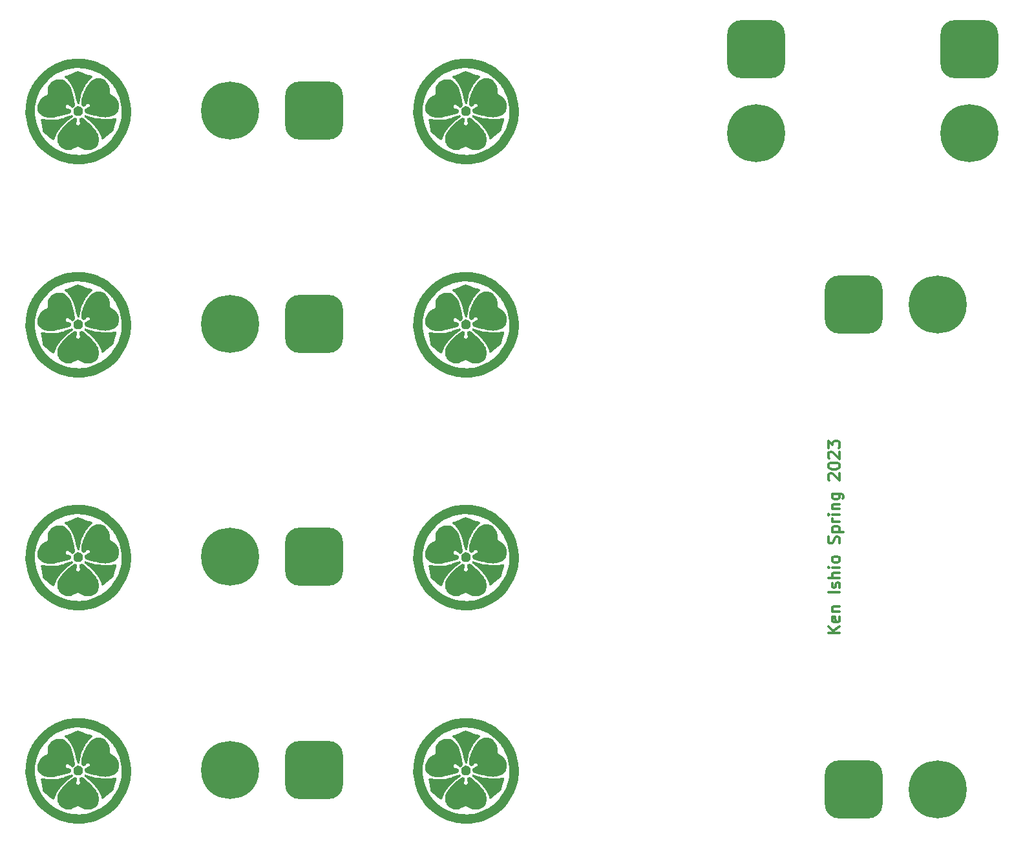
<source format=gts>
G04 #@! TF.GenerationSoftware,KiCad,Pcbnew,(6.0.1)*
G04 #@! TF.CreationDate,2023-02-28T23:31:36-08:00*
G04 #@! TF.ProjectId,Current Test Bench,43757272-656e-4742-9054-657374204265,rev?*
G04 #@! TF.SameCoordinates,Original*
G04 #@! TF.FileFunction,Soldermask,Top*
G04 #@! TF.FilePolarity,Negative*
%FSLAX46Y46*%
G04 Gerber Fmt 4.6, Leading zero omitted, Abs format (unit mm)*
G04 Created by KiCad (PCBNEW (6.0.1)) date 2023-02-28 23:31:36*
%MOMM*%
%LPD*%
G01*
G04 APERTURE LIST*
G04 Aperture macros list*
%AMRoundRect*
0 Rectangle with rounded corners*
0 $1 Rounding radius*
0 $2 $3 $4 $5 $6 $7 $8 $9 X,Y pos of 4 corners*
0 Add a 4 corners polygon primitive as box body*
4,1,4,$2,$3,$4,$5,$6,$7,$8,$9,$2,$3,0*
0 Add four circle primitives for the rounded corners*
1,1,$1+$1,$2,$3*
1,1,$1+$1,$4,$5*
1,1,$1+$1,$6,$7*
1,1,$1+$1,$8,$9*
0 Add four rect primitives between the rounded corners*
20,1,$1+$1,$2,$3,$4,$5,0*
20,1,$1+$1,$4,$5,$6,$7,0*
20,1,$1+$1,$6,$7,$8,$9,0*
20,1,$1+$1,$8,$9,$2,$3,0*%
G04 Aperture macros list end*
%ADD10C,0.300000*%
%ADD11C,7.600000*%
%ADD12RoundRect,1.900000X-1.900000X-1.900000X1.900000X-1.900000X1.900000X1.900000X-1.900000X1.900000X0*%
%ADD13RoundRect,1.900000X-1.900000X1.900000X-1.900000X-1.900000X1.900000X-1.900000X1.900000X1.900000X0*%
%ADD14RoundRect,1.900000X1.900000X1.900000X-1.900000X1.900000X-1.900000X-1.900000X1.900000X-1.900000X0*%
G04 APERTURE END LIST*
D10*
X147998571Y-119215714D02*
X146498571Y-119215714D01*
X147998571Y-118358571D02*
X147141428Y-119001428D01*
X146498571Y-118358571D02*
X147355714Y-119215714D01*
X147927142Y-117144285D02*
X147998571Y-117287142D01*
X147998571Y-117572857D01*
X147927142Y-117715714D01*
X147784285Y-117787142D01*
X147212857Y-117787142D01*
X147070000Y-117715714D01*
X146998571Y-117572857D01*
X146998571Y-117287142D01*
X147070000Y-117144285D01*
X147212857Y-117072857D01*
X147355714Y-117072857D01*
X147498571Y-117787142D01*
X146998571Y-116430000D02*
X147998571Y-116430000D01*
X147141428Y-116430000D02*
X147070000Y-116358571D01*
X146998571Y-116215714D01*
X146998571Y-116001428D01*
X147070000Y-115858571D01*
X147212857Y-115787142D01*
X147998571Y-115787142D01*
X147998571Y-113930000D02*
X146498571Y-113930000D01*
X147927142Y-113287142D02*
X147998571Y-113144285D01*
X147998571Y-112858571D01*
X147927142Y-112715714D01*
X147784285Y-112644285D01*
X147712857Y-112644285D01*
X147570000Y-112715714D01*
X147498571Y-112858571D01*
X147498571Y-113072857D01*
X147427142Y-113215714D01*
X147284285Y-113287142D01*
X147212857Y-113287142D01*
X147070000Y-113215714D01*
X146998571Y-113072857D01*
X146998571Y-112858571D01*
X147070000Y-112715714D01*
X147998571Y-112001428D02*
X146498571Y-112001428D01*
X147998571Y-111358571D02*
X147212857Y-111358571D01*
X147070000Y-111430000D01*
X146998571Y-111572857D01*
X146998571Y-111787142D01*
X147070000Y-111930000D01*
X147141428Y-112001428D01*
X147998571Y-110644285D02*
X146998571Y-110644285D01*
X146498571Y-110644285D02*
X146570000Y-110715714D01*
X146641428Y-110644285D01*
X146570000Y-110572857D01*
X146498571Y-110644285D01*
X146641428Y-110644285D01*
X147998571Y-109715714D02*
X147927142Y-109858571D01*
X147855714Y-109930000D01*
X147712857Y-110001428D01*
X147284285Y-110001428D01*
X147141428Y-109930000D01*
X147070000Y-109858571D01*
X146998571Y-109715714D01*
X146998571Y-109501428D01*
X147070000Y-109358571D01*
X147141428Y-109287142D01*
X147284285Y-109215714D01*
X147712857Y-109215714D01*
X147855714Y-109287142D01*
X147927142Y-109358571D01*
X147998571Y-109501428D01*
X147998571Y-109715714D01*
X147927142Y-107501428D02*
X147998571Y-107287142D01*
X147998571Y-106930000D01*
X147927142Y-106787142D01*
X147855714Y-106715714D01*
X147712857Y-106644285D01*
X147570000Y-106644285D01*
X147427142Y-106715714D01*
X147355714Y-106787142D01*
X147284285Y-106930000D01*
X147212857Y-107215714D01*
X147141428Y-107358571D01*
X147070000Y-107430000D01*
X146927142Y-107501428D01*
X146784285Y-107501428D01*
X146641428Y-107430000D01*
X146570000Y-107358571D01*
X146498571Y-107215714D01*
X146498571Y-106858571D01*
X146570000Y-106644285D01*
X146998571Y-106001428D02*
X148498571Y-106001428D01*
X147070000Y-106001428D02*
X146998571Y-105858571D01*
X146998571Y-105572857D01*
X147070000Y-105430000D01*
X147141428Y-105358571D01*
X147284285Y-105287142D01*
X147712857Y-105287142D01*
X147855714Y-105358571D01*
X147927142Y-105430000D01*
X147998571Y-105572857D01*
X147998571Y-105858571D01*
X147927142Y-106001428D01*
X147998571Y-104644285D02*
X146998571Y-104644285D01*
X147284285Y-104644285D02*
X147141428Y-104572857D01*
X147070000Y-104501428D01*
X146998571Y-104358571D01*
X146998571Y-104215714D01*
X147998571Y-103715714D02*
X146998571Y-103715714D01*
X146498571Y-103715714D02*
X146570000Y-103787142D01*
X146641428Y-103715714D01*
X146570000Y-103644285D01*
X146498571Y-103715714D01*
X146641428Y-103715714D01*
X146998571Y-103001428D02*
X147998571Y-103001428D01*
X147141428Y-103001428D02*
X147070000Y-102930000D01*
X146998571Y-102787142D01*
X146998571Y-102572857D01*
X147070000Y-102430000D01*
X147212857Y-102358571D01*
X147998571Y-102358571D01*
X146998571Y-101001428D02*
X148212857Y-101001428D01*
X148355714Y-101072857D01*
X148427142Y-101144285D01*
X148498571Y-101287142D01*
X148498571Y-101501428D01*
X148427142Y-101644285D01*
X147927142Y-101001428D02*
X147998571Y-101144285D01*
X147998571Y-101430000D01*
X147927142Y-101572857D01*
X147855714Y-101644285D01*
X147712857Y-101715714D01*
X147284285Y-101715714D01*
X147141428Y-101644285D01*
X147070000Y-101572857D01*
X146998571Y-101430000D01*
X146998571Y-101144285D01*
X147070000Y-101001428D01*
X146641428Y-99215714D02*
X146570000Y-99144285D01*
X146498571Y-99001428D01*
X146498571Y-98644285D01*
X146570000Y-98501428D01*
X146641428Y-98430000D01*
X146784285Y-98358571D01*
X146927142Y-98358571D01*
X147141428Y-98430000D01*
X147998571Y-99287142D01*
X147998571Y-98358571D01*
X146498571Y-97430000D02*
X146498571Y-97287142D01*
X146570000Y-97144285D01*
X146641428Y-97072857D01*
X146784285Y-97001428D01*
X147070000Y-96930000D01*
X147427142Y-96930000D01*
X147712857Y-97001428D01*
X147855714Y-97072857D01*
X147927142Y-97144285D01*
X147998571Y-97287142D01*
X147998571Y-97430000D01*
X147927142Y-97572857D01*
X147855714Y-97644285D01*
X147712857Y-97715714D01*
X147427142Y-97787142D01*
X147070000Y-97787142D01*
X146784285Y-97715714D01*
X146641428Y-97644285D01*
X146570000Y-97572857D01*
X146498571Y-97430000D01*
X146641428Y-96358571D02*
X146570000Y-96287142D01*
X146498571Y-96144285D01*
X146498571Y-95787142D01*
X146570000Y-95644285D01*
X146641428Y-95572857D01*
X146784285Y-95501428D01*
X146927142Y-95501428D01*
X147141428Y-95572857D01*
X147998571Y-96430000D01*
X147998571Y-95501428D01*
X146498571Y-95001428D02*
X146498571Y-94072857D01*
X147070000Y-94572857D01*
X147070000Y-94358571D01*
X147141428Y-94215714D01*
X147212857Y-94144285D01*
X147355714Y-94072857D01*
X147712857Y-94072857D01*
X147855714Y-94144285D01*
X147927142Y-94215714D01*
X147998571Y-94358571D01*
X147998571Y-94787142D01*
X147927142Y-94930000D01*
X147855714Y-95001428D01*
G36*
X92137549Y-78523773D02*
G01*
X92178763Y-78053567D01*
X92246158Y-77603541D01*
X92340989Y-77168875D01*
X92464513Y-76744749D01*
X92617987Y-76326341D01*
X92802665Y-75908832D01*
X92837850Y-75836386D01*
X92952424Y-75610520D01*
X93063020Y-75408180D01*
X93175724Y-75219052D01*
X93296622Y-75032826D01*
X93400488Y-74883001D01*
X93697192Y-74495085D01*
X94018907Y-74130744D01*
X94363945Y-73791033D01*
X94730616Y-73477009D01*
X95117228Y-73189729D01*
X95522093Y-72930247D01*
X95943520Y-72699621D01*
X96379819Y-72498907D01*
X96829301Y-72329161D01*
X97290274Y-72191438D01*
X97761050Y-72086796D01*
X97917916Y-72059760D01*
X98102429Y-72031529D01*
X98265655Y-72009850D01*
X98417530Y-71993954D01*
X98567991Y-71983073D01*
X98726978Y-71976437D01*
X98904428Y-71973276D01*
X99042349Y-71972719D01*
X99238263Y-71973936D01*
X99408880Y-71978099D01*
X99564138Y-71985979D01*
X99713974Y-71998343D01*
X99868326Y-72015962D01*
X100037132Y-72039604D01*
X100166782Y-72059760D01*
X100640013Y-72153016D01*
X101101516Y-72278714D01*
X101550011Y-72435576D01*
X101984221Y-72622322D01*
X102402867Y-72837676D01*
X102804671Y-73080359D01*
X103188355Y-73349093D01*
X103552641Y-73642599D01*
X103896251Y-73959600D01*
X104217906Y-74298817D01*
X104516328Y-74658972D01*
X104790239Y-75038788D01*
X105038362Y-75436985D01*
X105259417Y-75852286D01*
X105452127Y-76283412D01*
X105615213Y-76729085D01*
X105747397Y-77188028D01*
X105847402Y-77658962D01*
X105863797Y-77756776D01*
X105892157Y-77942024D01*
X105913924Y-78105610D01*
X105929875Y-78257533D01*
X105940787Y-78407796D01*
X105947437Y-78566398D01*
X105950603Y-78743341D01*
X105951161Y-78881209D01*
X105949946Y-79076617D01*
X105945781Y-79246791D01*
X105937890Y-79401732D01*
X105925495Y-79551439D01*
X105907821Y-79705915D01*
X105884089Y-79875160D01*
X105863797Y-80005642D01*
X105770436Y-80478396D01*
X105643752Y-80941762D01*
X105484868Y-81394079D01*
X105294908Y-81833687D01*
X105074993Y-82258924D01*
X104826248Y-82668129D01*
X104549795Y-83059644D01*
X104246757Y-83431805D01*
X103918258Y-83782954D01*
X103565421Y-84111429D01*
X103189368Y-84415570D01*
X102791224Y-84693715D01*
X102621346Y-84800167D01*
X102487480Y-84877479D01*
X102329326Y-84962502D01*
X102155781Y-85050908D01*
X101975744Y-85138372D01*
X101798112Y-85220565D01*
X101631784Y-85293161D01*
X101491279Y-85349703D01*
X101035017Y-85504383D01*
X100566475Y-85626711D01*
X100088392Y-85716285D01*
X99603506Y-85772699D01*
X99114557Y-85795552D01*
X98624283Y-85784438D01*
X98565768Y-85780821D01*
X98151274Y-85739264D01*
X97728055Y-85669737D01*
X97305835Y-85574366D01*
X96894340Y-85455276D01*
X96593418Y-85349703D01*
X96446263Y-85290359D01*
X96279281Y-85217272D01*
X96101369Y-85134770D01*
X95921425Y-85047179D01*
X95748348Y-84958828D01*
X95591036Y-84874042D01*
X95463351Y-84800167D01*
X95063280Y-84537300D01*
X94679759Y-84244654D01*
X94315476Y-83924917D01*
X93973117Y-83580774D01*
X93655371Y-83214914D01*
X93364923Y-82830024D01*
X93123391Y-82460207D01*
X93046628Y-82327307D01*
X92962107Y-82170161D01*
X92874168Y-81997689D01*
X92787151Y-81818809D01*
X92705397Y-81642441D01*
X92633245Y-81477503D01*
X92575719Y-81334718D01*
X92426715Y-80896355D01*
X92306790Y-80444944D01*
X92216711Y-79985397D01*
X92157243Y-79522621D01*
X92129150Y-79061527D01*
X92131304Y-78819762D01*
X93359166Y-78819762D01*
X93371350Y-79259688D01*
X93417421Y-79695667D01*
X93496916Y-80125932D01*
X93609372Y-80548716D01*
X93754326Y-80962252D01*
X93931315Y-81364774D01*
X94139876Y-81754514D01*
X94379545Y-82129707D01*
X94623137Y-82455566D01*
X94728762Y-82580387D01*
X94854961Y-82718753D01*
X94994087Y-82863016D01*
X95138491Y-83005526D01*
X95280525Y-83138636D01*
X95412539Y-83254697D01*
X95467991Y-83300412D01*
X95829830Y-83568868D01*
X96207864Y-83806441D01*
X96600478Y-84012631D01*
X97006056Y-84186939D01*
X97422985Y-84328868D01*
X97849648Y-84437918D01*
X98284429Y-84513590D01*
X98725715Y-84555385D01*
X99171889Y-84562806D01*
X99502163Y-84546039D01*
X99941124Y-84493624D01*
X100373570Y-84406959D01*
X100797640Y-84286789D01*
X101211471Y-84133858D01*
X101613204Y-83948910D01*
X102000976Y-83732690D01*
X102372926Y-83485942D01*
X102616706Y-83300421D01*
X102741529Y-83194794D01*
X102879901Y-83068589D01*
X103024172Y-82929454D01*
X103166692Y-82785040D01*
X103299812Y-82642997D01*
X103415882Y-82510973D01*
X103461560Y-82455566D01*
X103729786Y-82094147D01*
X103966767Y-81717413D01*
X104172194Y-81327057D01*
X104345758Y-80924773D01*
X104487150Y-80512255D01*
X104596058Y-80091195D01*
X104672175Y-79663289D01*
X104715189Y-79230229D01*
X104724793Y-78793708D01*
X104700675Y-78355422D01*
X104642527Y-77917062D01*
X104550039Y-77480324D01*
X104440508Y-77100248D01*
X104304420Y-76731663D01*
X104136762Y-76363942D01*
X103940874Y-76003201D01*
X103720096Y-75655560D01*
X103477765Y-75327135D01*
X103461551Y-75306852D01*
X103355932Y-75182032D01*
X103229733Y-75043664D01*
X103090604Y-74899397D01*
X102946195Y-74756881D01*
X102804154Y-74623765D01*
X102672132Y-74507699D01*
X102616706Y-74462006D01*
X102254383Y-74193138D01*
X101875387Y-73954927D01*
X101481124Y-73748006D01*
X101073000Y-73573011D01*
X100652424Y-73430574D01*
X100220801Y-73321332D01*
X99988425Y-73277172D01*
X99547706Y-73220452D01*
X99106511Y-73198297D01*
X98666872Y-73210278D01*
X98230821Y-73255966D01*
X97800390Y-73334930D01*
X97377612Y-73446742D01*
X96964518Y-73590972D01*
X96563140Y-73767190D01*
X96175511Y-73974966D01*
X95913992Y-74138588D01*
X95674421Y-74305227D01*
X95456784Y-74473233D01*
X95248908Y-74652572D01*
X95038622Y-74853213D01*
X95026474Y-74865335D01*
X94719683Y-75196501D01*
X94442415Y-75546539D01*
X94195239Y-75914347D01*
X93978727Y-76298824D01*
X93793447Y-76698869D01*
X93639970Y-77113379D01*
X93518866Y-77541253D01*
X93438312Y-77935133D01*
X93381332Y-78377654D01*
X93359166Y-78819762D01*
X92131304Y-78819762D01*
X92133199Y-78607023D01*
X92137549Y-78523773D01*
G37*
G36*
X99579348Y-79699223D02*
G01*
X99637295Y-79719475D01*
X99701937Y-79757016D01*
X99778531Y-79814947D01*
X99872335Y-79896367D01*
X99881297Y-79904495D01*
X99965779Y-79979548D01*
X100063257Y-80063432D01*
X100158792Y-80143393D01*
X100207324Y-80182866D01*
X100306504Y-80266343D01*
X100421655Y-80369802D01*
X100545770Y-80486422D01*
X100671843Y-80609385D01*
X100792868Y-80731870D01*
X100901837Y-80847057D01*
X100982708Y-80937568D01*
X101050001Y-81018927D01*
X101126512Y-81116664D01*
X101208083Y-81224945D01*
X101290550Y-81337935D01*
X101369753Y-81449801D01*
X101441531Y-81554708D01*
X101501723Y-81646821D01*
X101546168Y-81720308D01*
X101561822Y-81749520D01*
X101636659Y-81923519D01*
X101696268Y-82110089D01*
X101737828Y-82298031D01*
X101758517Y-82476146D01*
X101760319Y-82537526D01*
X101751325Y-82670537D01*
X101725777Y-82821316D01*
X101686547Y-82978156D01*
X101636510Y-83129347D01*
X101585865Y-83248332D01*
X101549261Y-83318980D01*
X101511625Y-83378068D01*
X101465696Y-83434987D01*
X101404210Y-83499130D01*
X101355493Y-83546264D01*
X101198766Y-83677772D01*
X101037696Y-83776811D01*
X100867221Y-83846206D01*
X100772161Y-83871742D01*
X100686968Y-83885323D01*
X100575508Y-83894798D01*
X100445867Y-83900256D01*
X100306132Y-83901784D01*
X100164390Y-83899470D01*
X100028728Y-83893402D01*
X99907231Y-83883667D01*
X99807987Y-83870353D01*
X99762949Y-83860804D01*
X99557804Y-83794927D01*
X99377090Y-83709187D01*
X99227923Y-83611021D01*
X99163440Y-83564258D01*
X99105225Y-83525635D01*
X99061559Y-83500476D01*
X99046041Y-83494118D01*
X98985719Y-83488915D01*
X98917876Y-83503949D01*
X98836766Y-83541155D01*
X98749681Y-83593883D01*
X98565454Y-83703514D01*
X98377645Y-83795404D01*
X98196122Y-83864939D01*
X98124489Y-83886270D01*
X97997636Y-83913517D01*
X97857492Y-83932001D01*
X97714707Y-83941175D01*
X97579932Y-83940494D01*
X97463818Y-83929411D01*
X97425671Y-83922101D01*
X97234279Y-83862044D01*
X97049053Y-83772867D01*
X96875399Y-83658788D01*
X96718723Y-83524025D01*
X96584430Y-83372797D01*
X96477927Y-83209323D01*
X96455200Y-83164805D01*
X96395550Y-83032426D01*
X96352588Y-82913943D01*
X96323923Y-82798482D01*
X96307160Y-82675167D01*
X96299906Y-82533123D01*
X96299099Y-82455566D01*
X96299476Y-82350019D01*
X96301546Y-82271182D01*
X96306346Y-82210471D01*
X96314908Y-82159299D01*
X96328270Y-82109081D01*
X96347464Y-82051231D01*
X96348036Y-82049590D01*
X96416586Y-81884808D01*
X96511894Y-81704232D01*
X96631212Y-81511450D01*
X96771789Y-81310048D01*
X96930879Y-81103614D01*
X97105731Y-80895735D01*
X97293598Y-80689998D01*
X97491731Y-80489990D01*
X97671491Y-80322384D01*
X97856186Y-80160253D01*
X98019915Y-80024170D01*
X98164311Y-79913060D01*
X98291006Y-79825848D01*
X98401630Y-79761462D01*
X98497817Y-79718825D01*
X98581199Y-79696865D01*
X98627308Y-79693162D01*
X98719553Y-79706823D01*
X98797477Y-79744982D01*
X98853107Y-79803404D01*
X98860907Y-79817250D01*
X98878752Y-79882393D01*
X98881327Y-79971813D01*
X98868900Y-80078085D01*
X98848151Y-80170936D01*
X98817225Y-80289696D01*
X98797114Y-80380587D01*
X98788027Y-80449411D01*
X98790174Y-80501972D01*
X98803763Y-80544072D01*
X98829003Y-80581513D01*
X98864276Y-80618351D01*
X98933604Y-80662402D01*
X99013288Y-80676404D01*
X99096935Y-80661385D01*
X99178152Y-80618370D01*
X99243117Y-80557488D01*
X99271583Y-80513913D01*
X99285985Y-80463556D01*
X99286094Y-80400670D01*
X99271684Y-80319509D01*
X99242528Y-80214328D01*
X99227686Y-80167334D01*
X99194025Y-80057015D01*
X99174103Y-79973299D01*
X99167734Y-79910349D01*
X99174733Y-79862328D01*
X99194913Y-79823399D01*
X99215956Y-79799257D01*
X99273662Y-79758684D01*
X99353578Y-79724478D01*
X99442660Y-79701147D01*
X99522837Y-79693162D01*
X99579348Y-79699223D01*
G37*
G36*
X98242747Y-79369768D02*
G01*
X98290722Y-79399568D01*
X98331164Y-79437985D01*
X98352800Y-79475815D01*
X98353954Y-79484678D01*
X98343298Y-79528707D01*
X98309814Y-79579803D01*
X98251233Y-79640396D01*
X98165282Y-79712918D01*
X98080361Y-79777431D01*
X97737473Y-80043103D01*
X97419308Y-80316998D01*
X97127589Y-80597249D01*
X96864033Y-80881989D01*
X96630363Y-81169353D01*
X96428298Y-81457474D01*
X96259559Y-81744484D01*
X96249124Y-81764324D01*
X96190433Y-81881015D01*
X96128423Y-82011486D01*
X96069009Y-82142841D01*
X96018101Y-82262184D01*
X95999117Y-82309629D01*
X95951196Y-82428199D01*
X95911724Y-82515283D01*
X95879481Y-82573347D01*
X95853245Y-82604858D01*
X95852709Y-82605286D01*
X95811544Y-82632779D01*
X95776916Y-82637964D01*
X95734087Y-82621343D01*
X95713643Y-82610014D01*
X95673326Y-82583537D01*
X95613760Y-82539071D01*
X95533407Y-82475386D01*
X95430732Y-82391251D01*
X95304199Y-82285433D01*
X95222441Y-82216326D01*
X95141204Y-82148104D01*
X95043418Y-82066988D01*
X94940135Y-81982094D01*
X94842407Y-81902538D01*
X94820893Y-81885159D01*
X94685022Y-81772241D01*
X94577747Y-81675351D01*
X94497257Y-81592585D01*
X94441739Y-81522038D01*
X94409383Y-81461806D01*
X94404502Y-81447470D01*
X94395371Y-81407751D01*
X94382659Y-81340249D01*
X94367604Y-81252155D01*
X94351443Y-81150658D01*
X94338036Y-81061126D01*
X94320444Y-80945014D01*
X94301425Y-80827804D01*
X94282663Y-80719331D01*
X94265839Y-80629428D01*
X94256503Y-80584545D01*
X94230879Y-80464612D01*
X94206976Y-80343773D01*
X94185709Y-80227604D01*
X94167995Y-80121678D01*
X94154747Y-80031571D01*
X94146881Y-79962857D01*
X94145313Y-79921113D01*
X94146417Y-79913919D01*
X94177747Y-79854842D01*
X94229348Y-79823514D01*
X94283688Y-79816723D01*
X94351712Y-79821531D01*
X94447054Y-79835180D01*
X94563175Y-79856509D01*
X94693535Y-79884360D01*
X94779597Y-79904627D01*
X94918373Y-79931962D01*
X95084008Y-79953923D01*
X95268422Y-79970184D01*
X95463533Y-79980416D01*
X95661262Y-79984293D01*
X95853528Y-79981485D01*
X96032249Y-79971665D01*
X96147561Y-79960124D01*
X96348608Y-79928243D01*
X96576196Y-79879524D01*
X96826464Y-79815069D01*
X97095550Y-79735982D01*
X97379592Y-79643366D01*
X97674727Y-79538324D01*
X97830896Y-79479313D01*
X97932931Y-79441025D01*
X98026875Y-79407690D01*
X98106559Y-79381347D01*
X98165815Y-79364034D01*
X98198476Y-79357790D01*
X98198515Y-79357790D01*
X98242747Y-79369768D01*
G37*
G36*
X100065449Y-79389607D02*
G01*
X100160605Y-79427691D01*
X100208038Y-79446305D01*
X100283662Y-79472130D01*
X100381523Y-79503421D01*
X100495664Y-79538433D01*
X100620132Y-79575421D01*
X100748970Y-79612639D01*
X100876223Y-79648341D01*
X100995937Y-79680783D01*
X101102155Y-79708218D01*
X101186363Y-79728330D01*
X101231080Y-79735779D01*
X101303546Y-79744880D01*
X101396293Y-79754826D01*
X101501854Y-79764810D01*
X101599253Y-79772972D01*
X101715436Y-79783007D01*
X101830614Y-79794569D01*
X101935727Y-79806633D01*
X102021714Y-79818175D01*
X102069520Y-79826126D01*
X102139444Y-79837170D01*
X102233726Y-79848608D01*
X102341458Y-79859284D01*
X102451731Y-79868038D01*
X102484322Y-79870156D01*
X102559494Y-79874422D01*
X102629489Y-79877417D01*
X102697967Y-79878927D01*
X102768588Y-79878737D01*
X102845011Y-79876634D01*
X102930894Y-79872403D01*
X103029899Y-79865830D01*
X103145683Y-79856701D01*
X103281907Y-79844802D01*
X103442229Y-79829918D01*
X103630310Y-79811836D01*
X103849808Y-79790341D01*
X103852286Y-79790097D01*
X103943507Y-79788827D01*
X104007928Y-79806834D01*
X104049226Y-79845583D01*
X104062595Y-79873874D01*
X104067900Y-79901665D01*
X104064294Y-79937398D01*
X104050079Y-79988049D01*
X104023560Y-80060594D01*
X104006871Y-80102964D01*
X103964659Y-80215485D01*
X103918314Y-80350493D01*
X103870375Y-80499512D01*
X103823381Y-80654066D01*
X103779870Y-80805677D01*
X103742380Y-80945868D01*
X103713449Y-81066164D01*
X103702138Y-81120608D01*
X103681831Y-81211557D01*
X103656930Y-81300710D01*
X103631262Y-81375109D01*
X103618066Y-81405323D01*
X103598107Y-81442416D01*
X103575509Y-81475061D01*
X103545425Y-81507701D01*
X103503007Y-81544779D01*
X103443410Y-81590738D01*
X103361785Y-81650022D01*
X103313926Y-81684111D01*
X103216449Y-81754323D01*
X103122136Y-81824597D01*
X103026332Y-81898678D01*
X102924385Y-81980310D01*
X102811639Y-82073239D01*
X102683442Y-82181209D01*
X102535139Y-82307965D01*
X102484985Y-82351116D01*
X102394791Y-82428002D01*
X102326167Y-82483795D01*
X102274530Y-82521114D01*
X102235299Y-82542576D01*
X102203890Y-82550802D01*
X102175721Y-82548410D01*
X102152992Y-82540834D01*
X102123649Y-82513917D01*
X102095491Y-82456360D01*
X102067906Y-82366575D01*
X102042143Y-82252314D01*
X101995876Y-82078834D01*
X101925341Y-81890857D01*
X101834347Y-81695284D01*
X101726702Y-81499018D01*
X101606215Y-81308962D01*
X101476694Y-81132018D01*
X101341949Y-80975087D01*
X101330953Y-80963494D01*
X101269930Y-80898893D01*
X101192788Y-80816053D01*
X101106968Y-80723028D01*
X101019909Y-80627871D01*
X100961737Y-80563778D01*
X100788941Y-80380463D01*
X100604603Y-80199045D01*
X100416777Y-80026967D01*
X100233516Y-79871671D01*
X100101737Y-79769070D01*
X99994667Y-79685671D01*
X99917076Y-79615787D01*
X99867150Y-79556596D01*
X99843075Y-79505271D01*
X99843037Y-79458990D01*
X99865222Y-79414927D01*
X99870188Y-79408539D01*
X99915147Y-79376983D01*
X99979678Y-79370636D01*
X100065449Y-79389607D01*
G37*
G36*
X96784205Y-74680354D02*
G01*
X96999629Y-74734736D01*
X97228457Y-74819525D01*
X97240755Y-74824760D01*
X97393386Y-74907922D01*
X97539510Y-75024037D01*
X97679287Y-75173364D01*
X97812875Y-75356161D01*
X97940434Y-75572685D01*
X98062125Y-75823197D01*
X98178105Y-76107953D01*
X98288536Y-76427212D01*
X98346143Y-76614818D01*
X98388975Y-76771269D01*
X98429595Y-76940865D01*
X98467143Y-77118114D01*
X98500759Y-77297523D01*
X98529582Y-77473600D01*
X98552752Y-77640852D01*
X98569408Y-77793787D01*
X98578689Y-77926913D01*
X98579736Y-78034738D01*
X98576240Y-78083435D01*
X98548860Y-78198522D01*
X98497186Y-78289996D01*
X98422403Y-78355969D01*
X98396775Y-78369958D01*
X98343222Y-78393031D01*
X98303241Y-78399868D01*
X98260234Y-78392560D01*
X98247189Y-78388805D01*
X98167462Y-78352209D01*
X98075875Y-78288084D01*
X97977219Y-78200031D01*
X97926013Y-78147381D01*
X97873021Y-78093975D01*
X97820454Y-78046752D01*
X97779685Y-78015928D01*
X97779657Y-78015910D01*
X97704238Y-77986639D01*
X97623015Y-77983062D01*
X97545227Y-78002793D01*
X97480112Y-78043446D01*
X97436909Y-78102632D01*
X97436047Y-78104674D01*
X97423997Y-78157911D01*
X97420517Y-78231031D01*
X97422048Y-78266002D01*
X97432180Y-78337328D01*
X97454179Y-78391464D01*
X97493101Y-78432672D01*
X97554003Y-78465213D01*
X97641940Y-78493351D01*
X97711954Y-78510386D01*
X97849256Y-78543752D01*
X97954712Y-78575766D01*
X98031535Y-78609200D01*
X98082941Y-78646824D01*
X98112143Y-78691409D01*
X98122356Y-78745725D01*
X98116794Y-78812543D01*
X98108875Y-78852523D01*
X98073166Y-78960738D01*
X98017416Y-79046902D01*
X97937870Y-79114454D01*
X97830771Y-79166833D01*
X97731785Y-79197793D01*
X97670763Y-79214759D01*
X97583648Y-79240382D01*
X97477914Y-79272391D01*
X97361038Y-79308515D01*
X97240493Y-79346485D01*
X97206629Y-79357289D01*
X96815226Y-79473078D01*
X96445566Y-79563018D01*
X96098256Y-79626981D01*
X95773904Y-79664837D01*
X95750410Y-79666629D01*
X95640001Y-79673496D01*
X95521906Y-79678751D01*
X95402806Y-79682309D01*
X95289383Y-79684087D01*
X95188320Y-79684002D01*
X95106299Y-79681971D01*
X95050001Y-79677909D01*
X95035538Y-79675556D01*
X94981611Y-79663857D01*
X94913192Y-79649464D01*
X94876678Y-79641943D01*
X94659156Y-79582077D01*
X94441170Y-79492165D01*
X94408923Y-79476240D01*
X94347691Y-79443114D01*
X94292188Y-79407112D01*
X94235613Y-79362771D01*
X94171167Y-79304628D01*
X94092049Y-79227219D01*
X94064725Y-79199715D01*
X93961536Y-79092099D01*
X93881669Y-78999973D01*
X93820873Y-78916780D01*
X93774897Y-78835965D01*
X93739493Y-78750971D01*
X93710409Y-78655242D01*
X93709487Y-78651744D01*
X93684925Y-78529231D01*
X93671053Y-78396083D01*
X93668009Y-78262698D01*
X93675926Y-78139472D01*
X93694941Y-78036801D01*
X93701195Y-78016303D01*
X93753689Y-77883952D01*
X93826103Y-77735329D01*
X93913345Y-77579074D01*
X94010320Y-77423825D01*
X94111936Y-77278223D01*
X94207392Y-77157574D01*
X94318439Y-77046527D01*
X94454277Y-76941472D01*
X94604411Y-76849544D01*
X94758347Y-76777878D01*
X94775326Y-76771440D01*
X94878711Y-76728463D01*
X94952078Y-76687434D01*
X94984488Y-76660184D01*
X95000364Y-76641648D01*
X95012255Y-76622573D01*
X95020918Y-76597630D01*
X95027107Y-76561491D01*
X95031580Y-76508829D01*
X95035093Y-76434315D01*
X95038403Y-76332621D01*
X95040302Y-76266957D01*
X95045022Y-76131279D01*
X95050915Y-76024227D01*
X95058625Y-75939125D01*
X95068801Y-75869301D01*
X95082087Y-75808080D01*
X95086264Y-75792258D01*
X95160022Y-75567434D01*
X95251385Y-75370352D01*
X95362255Y-75197138D01*
X95405159Y-75142478D01*
X95510427Y-75036146D01*
X95643633Y-74935242D01*
X95797432Y-74843991D01*
X95964478Y-74766614D01*
X96137428Y-74707335D01*
X96182863Y-74695307D01*
X96379371Y-74661074D01*
X96578635Y-74655944D01*
X96784205Y-74680354D01*
G37*
G36*
X101577005Y-74523223D02*
G01*
X101654647Y-74526365D01*
X101840343Y-74540107D01*
X102002258Y-74564905D01*
X102150699Y-74602651D01*
X102242712Y-74634219D01*
X102411009Y-74713432D01*
X102565130Y-74817203D01*
X102698278Y-74940219D01*
X102798184Y-75068561D01*
X102843922Y-75136543D01*
X102898149Y-75213003D01*
X102938217Y-75266960D01*
X102985565Y-75334603D01*
X103030355Y-75407992D01*
X103058001Y-75461122D01*
X103093474Y-75559231D01*
X103124904Y-75686678D01*
X103151333Y-75837634D01*
X103171802Y-76006269D01*
X103185353Y-76186755D01*
X103188389Y-76254473D01*
X103192504Y-76362691D01*
X103196380Y-76441509D01*
X103201054Y-76496809D01*
X103207564Y-76534470D01*
X103216948Y-76560373D01*
X103230244Y-76580398D01*
X103248490Y-76600426D01*
X103249668Y-76601655D01*
X103292381Y-76637819D01*
X103352881Y-76679095D01*
X103408528Y-76711322D01*
X103481700Y-76753124D01*
X103570793Y-76808982D01*
X103666864Y-76872779D01*
X103760964Y-76938399D01*
X103844147Y-76999723D01*
X103907467Y-77050636D01*
X103916655Y-77058755D01*
X103961761Y-77106758D01*
X104018122Y-77177409D01*
X104079950Y-77262441D01*
X104141457Y-77353584D01*
X104196856Y-77442571D01*
X104240359Y-77521134D01*
X104240421Y-77521258D01*
X104270440Y-77592735D01*
X104302600Y-77689168D01*
X104334281Y-77800532D01*
X104362864Y-77916803D01*
X104385732Y-78027958D01*
X104400263Y-78123972D01*
X104401794Y-78138901D01*
X104402259Y-78251976D01*
X104386156Y-78386299D01*
X104354953Y-78532773D01*
X104317480Y-78660570D01*
X104251681Y-78813200D01*
X104156380Y-78967705D01*
X104036177Y-79116841D01*
X104009658Y-79145276D01*
X103933862Y-79217739D01*
X103851074Y-79281942D01*
X103755470Y-79341226D01*
X103641227Y-79398932D01*
X103502523Y-79458399D01*
X103383766Y-79504360D01*
X103261768Y-79544515D01*
X103125034Y-79580267D01*
X102981861Y-79610230D01*
X102840546Y-79633015D01*
X102709386Y-79647239D01*
X102596679Y-79651514D01*
X102528450Y-79647254D01*
X102497824Y-79643865D01*
X102440182Y-79638000D01*
X102363656Y-79630471D01*
X102276380Y-79622088D01*
X102272509Y-79621721D01*
X102163798Y-79610053D01*
X102045045Y-79595128D01*
X101932943Y-79579139D01*
X101866532Y-79568343D01*
X101699508Y-79538642D01*
X101533467Y-79508270D01*
X101374396Y-79478379D01*
X101228285Y-79450121D01*
X101101121Y-79424649D01*
X100998894Y-79403113D01*
X100948673Y-79391776D01*
X100847231Y-79366159D01*
X100730230Y-79333789D01*
X100604820Y-79296923D01*
X100478152Y-79257819D01*
X100357376Y-79218732D01*
X100249643Y-79181921D01*
X100162104Y-79149642D01*
X100104067Y-79125187D01*
X100037294Y-79087887D01*
X99989020Y-79044934D01*
X99955723Y-78989616D01*
X99933882Y-78915221D01*
X99919976Y-78815037D01*
X99915864Y-78766477D01*
X99911693Y-78682260D01*
X99916121Y-78616582D01*
X99933151Y-78563851D01*
X99966791Y-78518474D01*
X100021047Y-78474858D01*
X100099923Y-78427410D01*
X100194789Y-78377059D01*
X100278991Y-78331368D01*
X100357355Y-78284961D01*
X100421383Y-78243114D01*
X100462580Y-78211110D01*
X100463937Y-78209815D01*
X100520707Y-78138404D01*
X100546200Y-78067681D01*
X100540657Y-78002129D01*
X100504322Y-77946234D01*
X100447625Y-77908845D01*
X100371286Y-77883490D01*
X100299079Y-77881284D01*
X100226225Y-77904028D01*
X100147944Y-77953524D01*
X100059457Y-78031573D01*
X100021987Y-78069273D01*
X99965109Y-78125472D01*
X99912863Y-78172518D01*
X99872685Y-78203932D01*
X99857565Y-78212543D01*
X99783940Y-78226922D01*
X99703943Y-78222010D01*
X99645108Y-78202995D01*
X99588523Y-78162862D01*
X99529092Y-78103728D01*
X99476372Y-78036858D01*
X99439922Y-77973516D01*
X99432112Y-77951959D01*
X99418819Y-77869126D01*
X99415872Y-77759567D01*
X99422701Y-77630131D01*
X99438737Y-77487664D01*
X99463411Y-77339013D01*
X99495025Y-77195524D01*
X99533923Y-77052965D01*
X99583175Y-76892692D01*
X99639170Y-76725116D01*
X99698298Y-76560651D01*
X99756947Y-76409706D01*
X99811507Y-76282695D01*
X99812001Y-76281621D01*
X99941814Y-76010164D01*
X100067162Y-75770183D01*
X100190213Y-75558478D01*
X100313132Y-75371850D01*
X100438088Y-75207100D01*
X100567246Y-75061028D01*
X100702772Y-74930437D01*
X100761089Y-74880288D01*
X100878443Y-74786231D01*
X100980854Y-74713170D01*
X101077029Y-74655892D01*
X101175673Y-74609183D01*
X101279362Y-74569934D01*
X101345944Y-74547666D01*
X101398804Y-74533044D01*
X101448137Y-74524886D01*
X101504139Y-74522006D01*
X101577005Y-74523223D01*
G37*
G36*
X99185430Y-78221507D02*
G01*
X99309803Y-78269632D01*
X99423286Y-78343859D01*
X99521216Y-78443390D01*
X99598926Y-78567429D01*
X99603972Y-78578048D01*
X99628787Y-78638199D01*
X99643132Y-78694963D01*
X99649630Y-78762334D01*
X99650931Y-78828627D01*
X99649605Y-78908267D01*
X99643122Y-78966884D01*
X99628446Y-79018693D01*
X99602544Y-79077909D01*
X99593948Y-79095558D01*
X99514484Y-79219561D01*
X99412097Y-79320403D01*
X99291771Y-79395612D01*
X99158489Y-79442717D01*
X99017235Y-79459247D01*
X98887416Y-79445941D01*
X98762151Y-79402424D01*
X98645412Y-79328967D01*
X98543569Y-79230864D01*
X98462990Y-79113413D01*
X98445423Y-79078463D01*
X98420669Y-79018567D01*
X98406405Y-78962320D01*
X98400024Y-78895733D01*
X98398846Y-78828256D01*
X98411020Y-78687918D01*
X98449620Y-78565990D01*
X98517765Y-78454364D01*
X98563508Y-78400298D01*
X98672350Y-78305961D01*
X98793628Y-78241710D01*
X98922677Y-78206749D01*
X99054833Y-78200280D01*
X99185430Y-78221507D01*
G37*
G36*
X99067103Y-73598255D02*
G01*
X99141629Y-73614189D01*
X99229500Y-73643484D01*
X99335813Y-73686668D01*
X99465664Y-73744267D01*
X99561270Y-73787928D01*
X99713762Y-73856741D01*
X99843951Y-73912406D01*
X99960816Y-73958128D01*
X100073341Y-73997112D01*
X100190506Y-74032565D01*
X100321292Y-74067692D01*
X100401487Y-74087838D01*
X100561396Y-74130212D01*
X100687205Y-74170908D01*
X100779956Y-74211609D01*
X100840691Y-74253995D01*
X100870452Y-74299749D01*
X100870281Y-74350552D01*
X100841220Y-74408086D01*
X100784311Y-74474033D01*
X100700596Y-74550074D01*
X100692248Y-74557082D01*
X100606637Y-74636633D01*
X100508143Y-74741978D01*
X100400965Y-74868013D01*
X100289303Y-75009640D01*
X100177356Y-75161758D01*
X100088971Y-75289735D01*
X99950703Y-75512395D01*
X99814514Y-75763494D01*
X99683889Y-76036197D01*
X99565365Y-76315988D01*
X99471658Y-76565426D01*
X99396478Y-76798156D01*
X99336848Y-77025465D01*
X99289787Y-77258640D01*
X99254045Y-77495594D01*
X99239060Y-77609935D01*
X99227329Y-77694822D01*
X99217557Y-77755810D01*
X99208451Y-77798453D01*
X99198716Y-77828307D01*
X99187058Y-77850924D01*
X99172183Y-77871861D01*
X99163898Y-77882464D01*
X99118065Y-77916776D01*
X99060697Y-77928793D01*
X99005783Y-77917154D01*
X98981715Y-77900194D01*
X98954156Y-77867669D01*
X98932269Y-77827610D01*
X98912762Y-77771815D01*
X98892344Y-77692082D01*
X98884685Y-77658400D01*
X98865832Y-77580829D01*
X98839878Y-77483337D01*
X98810557Y-77379599D01*
X98787225Y-77301431D01*
X98764621Y-77225027D01*
X98735375Y-77121839D01*
X98701525Y-76999302D01*
X98665107Y-76864850D01*
X98628159Y-76725917D01*
X98600509Y-76620094D01*
X98567014Y-76491752D01*
X98534840Y-76370276D01*
X98505484Y-76261173D01*
X98480441Y-76169954D01*
X98461206Y-76102127D01*
X98449575Y-76064083D01*
X98425671Y-76002735D01*
X98388097Y-75917276D01*
X98340240Y-75814501D01*
X98285489Y-75701207D01*
X98227233Y-75584189D01*
X98168859Y-75470243D01*
X98113755Y-75366166D01*
X98065311Y-75278752D01*
X98026914Y-75214798D01*
X98023636Y-75209770D01*
X97939549Y-75088738D01*
X97845845Y-74964939D01*
X97748665Y-74845767D01*
X97654151Y-74738619D01*
X97568444Y-74650892D01*
X97531819Y-74617491D01*
X97444425Y-74541005D01*
X97380576Y-74482589D01*
X97336384Y-74438097D01*
X97307961Y-74403378D01*
X97291421Y-74374285D01*
X97284432Y-74353489D01*
X97281845Y-74319015D01*
X97294576Y-74287310D01*
X97325850Y-74256347D01*
X97378895Y-74224099D01*
X97456938Y-74188539D01*
X97563206Y-74147640D01*
X97674868Y-74108288D01*
X97942045Y-74014782D01*
X98176045Y-73929179D01*
X98376610Y-73851581D01*
X98543484Y-73782088D01*
X98676407Y-73720802D01*
X98716261Y-73700578D01*
X98800513Y-73657604D01*
X98872627Y-73625359D01*
X98937698Y-73604367D01*
X99000825Y-73595157D01*
X99067103Y-73598255D01*
G37*
G36*
X92137549Y-50583773D02*
G01*
X92178763Y-50113567D01*
X92246158Y-49663541D01*
X92340989Y-49228875D01*
X92464513Y-48804749D01*
X92617987Y-48386341D01*
X92802665Y-47968832D01*
X92837850Y-47896386D01*
X92952424Y-47670520D01*
X93063020Y-47468180D01*
X93175724Y-47279052D01*
X93296622Y-47092826D01*
X93400488Y-46943001D01*
X93697192Y-46555085D01*
X94018907Y-46190744D01*
X94363945Y-45851033D01*
X94730616Y-45537009D01*
X95117228Y-45249729D01*
X95522093Y-44990247D01*
X95943520Y-44759621D01*
X96379819Y-44558907D01*
X96829301Y-44389161D01*
X97290274Y-44251438D01*
X97761050Y-44146796D01*
X97917916Y-44119760D01*
X98102429Y-44091529D01*
X98265655Y-44069850D01*
X98417530Y-44053954D01*
X98567991Y-44043073D01*
X98726978Y-44036437D01*
X98904428Y-44033276D01*
X99042349Y-44032719D01*
X99238263Y-44033936D01*
X99408880Y-44038099D01*
X99564138Y-44045979D01*
X99713974Y-44058343D01*
X99868326Y-44075962D01*
X100037132Y-44099604D01*
X100166782Y-44119760D01*
X100640013Y-44213016D01*
X101101516Y-44338714D01*
X101550011Y-44495576D01*
X101984221Y-44682322D01*
X102402867Y-44897676D01*
X102804671Y-45140359D01*
X103188355Y-45409093D01*
X103552641Y-45702599D01*
X103896251Y-46019600D01*
X104217906Y-46358817D01*
X104516328Y-46718972D01*
X104790239Y-47098788D01*
X105038362Y-47496985D01*
X105259417Y-47912286D01*
X105452127Y-48343412D01*
X105615213Y-48789085D01*
X105747397Y-49248028D01*
X105847402Y-49718962D01*
X105863797Y-49816776D01*
X105892157Y-50002024D01*
X105913924Y-50165610D01*
X105929875Y-50317533D01*
X105940787Y-50467796D01*
X105947437Y-50626398D01*
X105950603Y-50803341D01*
X105951161Y-50941209D01*
X105949946Y-51136617D01*
X105945781Y-51306791D01*
X105937890Y-51461732D01*
X105925495Y-51611439D01*
X105907821Y-51765915D01*
X105884089Y-51935160D01*
X105863797Y-52065642D01*
X105770436Y-52538396D01*
X105643752Y-53001762D01*
X105484868Y-53454079D01*
X105294908Y-53893687D01*
X105074993Y-54318924D01*
X104826248Y-54728129D01*
X104549795Y-55119644D01*
X104246757Y-55491805D01*
X103918258Y-55842954D01*
X103565421Y-56171429D01*
X103189368Y-56475570D01*
X102791224Y-56753715D01*
X102621346Y-56860167D01*
X102487480Y-56937479D01*
X102329326Y-57022502D01*
X102155781Y-57110908D01*
X101975744Y-57198372D01*
X101798112Y-57280565D01*
X101631784Y-57353161D01*
X101491279Y-57409703D01*
X101035017Y-57564383D01*
X100566475Y-57686711D01*
X100088392Y-57776285D01*
X99603506Y-57832699D01*
X99114557Y-57855552D01*
X98624283Y-57844438D01*
X98565768Y-57840821D01*
X98151274Y-57799264D01*
X97728055Y-57729737D01*
X97305835Y-57634366D01*
X96894340Y-57515276D01*
X96593418Y-57409703D01*
X96446263Y-57350359D01*
X96279281Y-57277272D01*
X96101369Y-57194770D01*
X95921425Y-57107179D01*
X95748348Y-57018828D01*
X95591036Y-56934042D01*
X95463351Y-56860167D01*
X95063280Y-56597300D01*
X94679759Y-56304654D01*
X94315476Y-55984917D01*
X93973117Y-55640774D01*
X93655371Y-55274914D01*
X93364923Y-54890024D01*
X93123391Y-54520207D01*
X93046628Y-54387307D01*
X92962107Y-54230161D01*
X92874168Y-54057689D01*
X92787151Y-53878809D01*
X92705397Y-53702441D01*
X92633245Y-53537503D01*
X92575719Y-53394718D01*
X92426715Y-52956355D01*
X92306790Y-52504944D01*
X92216711Y-52045397D01*
X92157243Y-51582621D01*
X92129150Y-51121527D01*
X92131304Y-50879762D01*
X93359166Y-50879762D01*
X93371350Y-51319688D01*
X93417421Y-51755667D01*
X93496916Y-52185932D01*
X93609372Y-52608716D01*
X93754326Y-53022252D01*
X93931315Y-53424774D01*
X94139876Y-53814514D01*
X94379545Y-54189707D01*
X94623137Y-54515566D01*
X94728762Y-54640387D01*
X94854961Y-54778753D01*
X94994087Y-54923016D01*
X95138491Y-55065526D01*
X95280525Y-55198636D01*
X95412539Y-55314697D01*
X95467991Y-55360412D01*
X95829830Y-55628868D01*
X96207864Y-55866441D01*
X96600478Y-56072631D01*
X97006056Y-56246939D01*
X97422985Y-56388868D01*
X97849648Y-56497918D01*
X98284429Y-56573590D01*
X98725715Y-56615385D01*
X99171889Y-56622806D01*
X99502163Y-56606039D01*
X99941124Y-56553624D01*
X100373570Y-56466959D01*
X100797640Y-56346789D01*
X101211471Y-56193858D01*
X101613204Y-56008910D01*
X102000976Y-55792690D01*
X102372926Y-55545942D01*
X102616706Y-55360421D01*
X102741529Y-55254794D01*
X102879901Y-55128589D01*
X103024172Y-54989454D01*
X103166692Y-54845040D01*
X103299812Y-54702997D01*
X103415882Y-54570973D01*
X103461560Y-54515566D01*
X103729786Y-54154147D01*
X103966767Y-53777413D01*
X104172194Y-53387057D01*
X104345758Y-52984773D01*
X104487150Y-52572255D01*
X104596058Y-52151195D01*
X104672175Y-51723289D01*
X104715189Y-51290229D01*
X104724793Y-50853708D01*
X104700675Y-50415422D01*
X104642527Y-49977062D01*
X104550039Y-49540324D01*
X104440508Y-49160248D01*
X104304420Y-48791663D01*
X104136762Y-48423942D01*
X103940874Y-48063201D01*
X103720096Y-47715560D01*
X103477765Y-47387135D01*
X103461551Y-47366852D01*
X103355932Y-47242032D01*
X103229733Y-47103664D01*
X103090604Y-46959397D01*
X102946195Y-46816881D01*
X102804154Y-46683765D01*
X102672132Y-46567699D01*
X102616706Y-46522006D01*
X102254383Y-46253138D01*
X101875387Y-46014927D01*
X101481124Y-45808006D01*
X101073000Y-45633011D01*
X100652424Y-45490574D01*
X100220801Y-45381332D01*
X99988425Y-45337172D01*
X99547706Y-45280452D01*
X99106511Y-45258297D01*
X98666872Y-45270278D01*
X98230821Y-45315966D01*
X97800390Y-45394930D01*
X97377612Y-45506742D01*
X96964518Y-45650972D01*
X96563140Y-45827190D01*
X96175511Y-46034966D01*
X95913992Y-46198588D01*
X95674421Y-46365227D01*
X95456784Y-46533233D01*
X95248908Y-46712572D01*
X95038622Y-46913213D01*
X95026474Y-46925335D01*
X94719683Y-47256501D01*
X94442415Y-47606539D01*
X94195239Y-47974347D01*
X93978727Y-48358824D01*
X93793447Y-48758869D01*
X93639970Y-49173379D01*
X93518866Y-49601253D01*
X93438312Y-49995133D01*
X93381332Y-50437654D01*
X93359166Y-50879762D01*
X92131304Y-50879762D01*
X92133199Y-50667023D01*
X92137549Y-50583773D01*
G37*
G36*
X99579348Y-51759223D02*
G01*
X99637295Y-51779475D01*
X99701937Y-51817016D01*
X99778531Y-51874947D01*
X99872335Y-51956367D01*
X99881297Y-51964495D01*
X99965779Y-52039548D01*
X100063257Y-52123432D01*
X100158792Y-52203393D01*
X100207324Y-52242866D01*
X100306504Y-52326343D01*
X100421655Y-52429802D01*
X100545770Y-52546422D01*
X100671843Y-52669385D01*
X100792868Y-52791870D01*
X100901837Y-52907057D01*
X100982708Y-52997568D01*
X101050001Y-53078927D01*
X101126512Y-53176664D01*
X101208083Y-53284945D01*
X101290550Y-53397935D01*
X101369753Y-53509801D01*
X101441531Y-53614708D01*
X101501723Y-53706821D01*
X101546168Y-53780308D01*
X101561822Y-53809520D01*
X101636659Y-53983519D01*
X101696268Y-54170089D01*
X101737828Y-54358031D01*
X101758517Y-54536146D01*
X101760319Y-54597526D01*
X101751325Y-54730537D01*
X101725777Y-54881316D01*
X101686547Y-55038156D01*
X101636510Y-55189347D01*
X101585865Y-55308332D01*
X101549261Y-55378980D01*
X101511625Y-55438068D01*
X101465696Y-55494987D01*
X101404210Y-55559130D01*
X101355493Y-55606264D01*
X101198766Y-55737772D01*
X101037696Y-55836811D01*
X100867221Y-55906206D01*
X100772161Y-55931742D01*
X100686968Y-55945323D01*
X100575508Y-55954798D01*
X100445867Y-55960256D01*
X100306132Y-55961784D01*
X100164390Y-55959470D01*
X100028728Y-55953402D01*
X99907231Y-55943667D01*
X99807987Y-55930353D01*
X99762949Y-55920804D01*
X99557804Y-55854927D01*
X99377090Y-55769187D01*
X99227923Y-55671021D01*
X99163440Y-55624258D01*
X99105225Y-55585635D01*
X99061559Y-55560476D01*
X99046041Y-55554118D01*
X98985719Y-55548915D01*
X98917876Y-55563949D01*
X98836766Y-55601155D01*
X98749681Y-55653883D01*
X98565454Y-55763514D01*
X98377645Y-55855404D01*
X98196122Y-55924939D01*
X98124489Y-55946270D01*
X97997636Y-55973517D01*
X97857492Y-55992001D01*
X97714707Y-56001175D01*
X97579932Y-56000494D01*
X97463818Y-55989411D01*
X97425671Y-55982101D01*
X97234279Y-55922044D01*
X97049053Y-55832867D01*
X96875399Y-55718788D01*
X96718723Y-55584025D01*
X96584430Y-55432797D01*
X96477927Y-55269323D01*
X96455200Y-55224805D01*
X96395550Y-55092426D01*
X96352588Y-54973943D01*
X96323923Y-54858482D01*
X96307160Y-54735167D01*
X96299906Y-54593123D01*
X96299099Y-54515566D01*
X96299476Y-54410019D01*
X96301546Y-54331182D01*
X96306346Y-54270471D01*
X96314908Y-54219299D01*
X96328270Y-54169081D01*
X96347464Y-54111231D01*
X96348036Y-54109590D01*
X96416586Y-53944808D01*
X96511894Y-53764232D01*
X96631212Y-53571450D01*
X96771789Y-53370048D01*
X96930879Y-53163614D01*
X97105731Y-52955735D01*
X97293598Y-52749998D01*
X97491731Y-52549990D01*
X97671491Y-52382384D01*
X97856186Y-52220253D01*
X98019915Y-52084170D01*
X98164311Y-51973060D01*
X98291006Y-51885848D01*
X98401630Y-51821462D01*
X98497817Y-51778825D01*
X98581199Y-51756865D01*
X98627308Y-51753162D01*
X98719553Y-51766823D01*
X98797477Y-51804982D01*
X98853107Y-51863404D01*
X98860907Y-51877250D01*
X98878752Y-51942393D01*
X98881327Y-52031813D01*
X98868900Y-52138085D01*
X98848151Y-52230936D01*
X98817225Y-52349696D01*
X98797114Y-52440587D01*
X98788027Y-52509411D01*
X98790174Y-52561972D01*
X98803763Y-52604072D01*
X98829003Y-52641513D01*
X98864276Y-52678351D01*
X98933604Y-52722402D01*
X99013288Y-52736404D01*
X99096935Y-52721385D01*
X99178152Y-52678370D01*
X99243117Y-52617488D01*
X99271583Y-52573913D01*
X99285985Y-52523556D01*
X99286094Y-52460670D01*
X99271684Y-52379509D01*
X99242528Y-52274328D01*
X99227686Y-52227334D01*
X99194025Y-52117015D01*
X99174103Y-52033299D01*
X99167734Y-51970349D01*
X99174733Y-51922328D01*
X99194913Y-51883399D01*
X99215956Y-51859257D01*
X99273662Y-51818684D01*
X99353578Y-51784478D01*
X99442660Y-51761147D01*
X99522837Y-51753162D01*
X99579348Y-51759223D01*
G37*
G36*
X98242747Y-51429768D02*
G01*
X98290722Y-51459568D01*
X98331164Y-51497985D01*
X98352800Y-51535815D01*
X98353954Y-51544678D01*
X98343298Y-51588707D01*
X98309814Y-51639803D01*
X98251233Y-51700396D01*
X98165282Y-51772918D01*
X98080361Y-51837431D01*
X97737473Y-52103103D01*
X97419308Y-52376998D01*
X97127589Y-52657249D01*
X96864033Y-52941989D01*
X96630363Y-53229353D01*
X96428298Y-53517474D01*
X96259559Y-53804484D01*
X96249124Y-53824324D01*
X96190433Y-53941015D01*
X96128423Y-54071486D01*
X96069009Y-54202841D01*
X96018101Y-54322184D01*
X95999117Y-54369629D01*
X95951196Y-54488199D01*
X95911724Y-54575283D01*
X95879481Y-54633347D01*
X95853245Y-54664858D01*
X95852709Y-54665286D01*
X95811544Y-54692779D01*
X95776916Y-54697964D01*
X95734087Y-54681343D01*
X95713643Y-54670014D01*
X95673326Y-54643537D01*
X95613760Y-54599071D01*
X95533407Y-54535386D01*
X95430732Y-54451251D01*
X95304199Y-54345433D01*
X95222441Y-54276326D01*
X95141204Y-54208104D01*
X95043418Y-54126988D01*
X94940135Y-54042094D01*
X94842407Y-53962538D01*
X94820893Y-53945159D01*
X94685022Y-53832241D01*
X94577747Y-53735351D01*
X94497257Y-53652585D01*
X94441739Y-53582038D01*
X94409383Y-53521806D01*
X94404502Y-53507470D01*
X94395371Y-53467751D01*
X94382659Y-53400249D01*
X94367604Y-53312155D01*
X94351443Y-53210658D01*
X94338036Y-53121126D01*
X94320444Y-53005014D01*
X94301425Y-52887804D01*
X94282663Y-52779331D01*
X94265839Y-52689428D01*
X94256503Y-52644545D01*
X94230879Y-52524612D01*
X94206976Y-52403773D01*
X94185709Y-52287604D01*
X94167995Y-52181678D01*
X94154747Y-52091571D01*
X94146881Y-52022857D01*
X94145313Y-51981113D01*
X94146417Y-51973919D01*
X94177747Y-51914842D01*
X94229348Y-51883514D01*
X94283688Y-51876723D01*
X94351712Y-51881531D01*
X94447054Y-51895180D01*
X94563175Y-51916509D01*
X94693535Y-51944360D01*
X94779597Y-51964627D01*
X94918373Y-51991962D01*
X95084008Y-52013923D01*
X95268422Y-52030184D01*
X95463533Y-52040416D01*
X95661262Y-52044293D01*
X95853528Y-52041485D01*
X96032249Y-52031665D01*
X96147561Y-52020124D01*
X96348608Y-51988243D01*
X96576196Y-51939524D01*
X96826464Y-51875069D01*
X97095550Y-51795982D01*
X97379592Y-51703366D01*
X97674727Y-51598324D01*
X97830896Y-51539313D01*
X97932931Y-51501025D01*
X98026875Y-51467690D01*
X98106559Y-51441347D01*
X98165815Y-51424034D01*
X98198476Y-51417790D01*
X98198515Y-51417790D01*
X98242747Y-51429768D01*
G37*
G36*
X100065449Y-51449607D02*
G01*
X100160605Y-51487691D01*
X100208038Y-51506305D01*
X100283662Y-51532130D01*
X100381523Y-51563421D01*
X100495664Y-51598433D01*
X100620132Y-51635421D01*
X100748970Y-51672639D01*
X100876223Y-51708341D01*
X100995937Y-51740783D01*
X101102155Y-51768218D01*
X101186363Y-51788330D01*
X101231080Y-51795779D01*
X101303546Y-51804880D01*
X101396293Y-51814826D01*
X101501854Y-51824810D01*
X101599253Y-51832972D01*
X101715436Y-51843007D01*
X101830614Y-51854569D01*
X101935727Y-51866633D01*
X102021714Y-51878175D01*
X102069520Y-51886126D01*
X102139444Y-51897170D01*
X102233726Y-51908608D01*
X102341458Y-51919284D01*
X102451731Y-51928038D01*
X102484322Y-51930156D01*
X102559494Y-51934422D01*
X102629489Y-51937417D01*
X102697967Y-51938927D01*
X102768588Y-51938737D01*
X102845011Y-51936634D01*
X102930894Y-51932403D01*
X103029899Y-51925830D01*
X103145683Y-51916701D01*
X103281907Y-51904802D01*
X103442229Y-51889918D01*
X103630310Y-51871836D01*
X103849808Y-51850341D01*
X103852286Y-51850097D01*
X103943507Y-51848827D01*
X104007928Y-51866834D01*
X104049226Y-51905583D01*
X104062595Y-51933874D01*
X104067900Y-51961665D01*
X104064294Y-51997398D01*
X104050079Y-52048049D01*
X104023560Y-52120594D01*
X104006871Y-52162964D01*
X103964659Y-52275485D01*
X103918314Y-52410493D01*
X103870375Y-52559512D01*
X103823381Y-52714066D01*
X103779870Y-52865677D01*
X103742380Y-53005868D01*
X103713449Y-53126164D01*
X103702138Y-53180608D01*
X103681831Y-53271557D01*
X103656930Y-53360710D01*
X103631262Y-53435109D01*
X103618066Y-53465323D01*
X103598107Y-53502416D01*
X103575509Y-53535061D01*
X103545425Y-53567701D01*
X103503007Y-53604779D01*
X103443410Y-53650738D01*
X103361785Y-53710022D01*
X103313926Y-53744111D01*
X103216449Y-53814323D01*
X103122136Y-53884597D01*
X103026332Y-53958678D01*
X102924385Y-54040310D01*
X102811639Y-54133239D01*
X102683442Y-54241209D01*
X102535139Y-54367965D01*
X102484985Y-54411116D01*
X102394791Y-54488002D01*
X102326167Y-54543795D01*
X102274530Y-54581114D01*
X102235299Y-54602576D01*
X102203890Y-54610802D01*
X102175721Y-54608410D01*
X102152992Y-54600834D01*
X102123649Y-54573917D01*
X102095491Y-54516360D01*
X102067906Y-54426575D01*
X102042143Y-54312314D01*
X101995876Y-54138834D01*
X101925341Y-53950857D01*
X101834347Y-53755284D01*
X101726702Y-53559018D01*
X101606215Y-53368962D01*
X101476694Y-53192018D01*
X101341949Y-53035087D01*
X101330953Y-53023494D01*
X101269930Y-52958893D01*
X101192788Y-52876053D01*
X101106968Y-52783028D01*
X101019909Y-52687871D01*
X100961737Y-52623778D01*
X100788941Y-52440463D01*
X100604603Y-52259045D01*
X100416777Y-52086967D01*
X100233516Y-51931671D01*
X100101737Y-51829070D01*
X99994667Y-51745671D01*
X99917076Y-51675787D01*
X99867150Y-51616596D01*
X99843075Y-51565271D01*
X99843037Y-51518990D01*
X99865222Y-51474927D01*
X99870188Y-51468539D01*
X99915147Y-51436983D01*
X99979678Y-51430636D01*
X100065449Y-51449607D01*
G37*
G36*
X96784205Y-46740354D02*
G01*
X96999629Y-46794736D01*
X97228457Y-46879525D01*
X97240755Y-46884760D01*
X97393386Y-46967922D01*
X97539510Y-47084037D01*
X97679287Y-47233364D01*
X97812875Y-47416161D01*
X97940434Y-47632685D01*
X98062125Y-47883197D01*
X98178105Y-48167953D01*
X98288536Y-48487212D01*
X98346143Y-48674818D01*
X98388975Y-48831269D01*
X98429595Y-49000865D01*
X98467143Y-49178114D01*
X98500759Y-49357523D01*
X98529582Y-49533600D01*
X98552752Y-49700852D01*
X98569408Y-49853787D01*
X98578689Y-49986913D01*
X98579736Y-50094738D01*
X98576240Y-50143435D01*
X98548860Y-50258522D01*
X98497186Y-50349996D01*
X98422403Y-50415969D01*
X98396775Y-50429958D01*
X98343222Y-50453031D01*
X98303241Y-50459868D01*
X98260234Y-50452560D01*
X98247189Y-50448805D01*
X98167462Y-50412209D01*
X98075875Y-50348084D01*
X97977219Y-50260031D01*
X97926013Y-50207381D01*
X97873021Y-50153975D01*
X97820454Y-50106752D01*
X97779685Y-50075928D01*
X97779657Y-50075910D01*
X97704238Y-50046639D01*
X97623015Y-50043062D01*
X97545227Y-50062793D01*
X97480112Y-50103446D01*
X97436909Y-50162632D01*
X97436047Y-50164674D01*
X97423997Y-50217911D01*
X97420517Y-50291031D01*
X97422048Y-50326002D01*
X97432180Y-50397328D01*
X97454179Y-50451464D01*
X97493101Y-50492672D01*
X97554003Y-50525213D01*
X97641940Y-50553351D01*
X97711954Y-50570386D01*
X97849256Y-50603752D01*
X97954712Y-50635766D01*
X98031535Y-50669200D01*
X98082941Y-50706824D01*
X98112143Y-50751409D01*
X98122356Y-50805725D01*
X98116794Y-50872543D01*
X98108875Y-50912523D01*
X98073166Y-51020738D01*
X98017416Y-51106902D01*
X97937870Y-51174454D01*
X97830771Y-51226833D01*
X97731785Y-51257793D01*
X97670763Y-51274759D01*
X97583648Y-51300382D01*
X97477914Y-51332391D01*
X97361038Y-51368515D01*
X97240493Y-51406485D01*
X97206629Y-51417289D01*
X96815226Y-51533078D01*
X96445566Y-51623018D01*
X96098256Y-51686981D01*
X95773904Y-51724837D01*
X95750410Y-51726629D01*
X95640001Y-51733496D01*
X95521906Y-51738751D01*
X95402806Y-51742309D01*
X95289383Y-51744087D01*
X95188320Y-51744002D01*
X95106299Y-51741971D01*
X95050001Y-51737909D01*
X95035538Y-51735556D01*
X94981611Y-51723857D01*
X94913192Y-51709464D01*
X94876678Y-51701943D01*
X94659156Y-51642077D01*
X94441170Y-51552165D01*
X94408923Y-51536240D01*
X94347691Y-51503114D01*
X94292188Y-51467112D01*
X94235613Y-51422771D01*
X94171167Y-51364628D01*
X94092049Y-51287219D01*
X94064725Y-51259715D01*
X93961536Y-51152099D01*
X93881669Y-51059973D01*
X93820873Y-50976780D01*
X93774897Y-50895965D01*
X93739493Y-50810971D01*
X93710409Y-50715242D01*
X93709487Y-50711744D01*
X93684925Y-50589231D01*
X93671053Y-50456083D01*
X93668009Y-50322698D01*
X93675926Y-50199472D01*
X93694941Y-50096801D01*
X93701195Y-50076303D01*
X93753689Y-49943952D01*
X93826103Y-49795329D01*
X93913345Y-49639074D01*
X94010320Y-49483825D01*
X94111936Y-49338223D01*
X94207392Y-49217574D01*
X94318439Y-49106527D01*
X94454277Y-49001472D01*
X94604411Y-48909544D01*
X94758347Y-48837878D01*
X94775326Y-48831440D01*
X94878711Y-48788463D01*
X94952078Y-48747434D01*
X94984488Y-48720184D01*
X95000364Y-48701648D01*
X95012255Y-48682573D01*
X95020918Y-48657630D01*
X95027107Y-48621491D01*
X95031580Y-48568829D01*
X95035093Y-48494315D01*
X95038403Y-48392621D01*
X95040302Y-48326957D01*
X95045022Y-48191279D01*
X95050915Y-48084227D01*
X95058625Y-47999125D01*
X95068801Y-47929301D01*
X95082087Y-47868080D01*
X95086264Y-47852258D01*
X95160022Y-47627434D01*
X95251385Y-47430352D01*
X95362255Y-47257138D01*
X95405159Y-47202478D01*
X95510427Y-47096146D01*
X95643633Y-46995242D01*
X95797432Y-46903991D01*
X95964478Y-46826614D01*
X96137428Y-46767335D01*
X96182863Y-46755307D01*
X96379371Y-46721074D01*
X96578635Y-46715944D01*
X96784205Y-46740354D01*
G37*
G36*
X101577005Y-46583223D02*
G01*
X101654647Y-46586365D01*
X101840343Y-46600107D01*
X102002258Y-46624905D01*
X102150699Y-46662651D01*
X102242712Y-46694219D01*
X102411009Y-46773432D01*
X102565130Y-46877203D01*
X102698278Y-47000219D01*
X102798184Y-47128561D01*
X102843922Y-47196543D01*
X102898149Y-47273003D01*
X102938217Y-47326960D01*
X102985565Y-47394603D01*
X103030355Y-47467992D01*
X103058001Y-47521122D01*
X103093474Y-47619231D01*
X103124904Y-47746678D01*
X103151333Y-47897634D01*
X103171802Y-48066269D01*
X103185353Y-48246755D01*
X103188389Y-48314473D01*
X103192504Y-48422691D01*
X103196380Y-48501509D01*
X103201054Y-48556809D01*
X103207564Y-48594470D01*
X103216948Y-48620373D01*
X103230244Y-48640398D01*
X103248490Y-48660426D01*
X103249668Y-48661655D01*
X103292381Y-48697819D01*
X103352881Y-48739095D01*
X103408528Y-48771322D01*
X103481700Y-48813124D01*
X103570793Y-48868982D01*
X103666864Y-48932779D01*
X103760964Y-48998399D01*
X103844147Y-49059723D01*
X103907467Y-49110636D01*
X103916655Y-49118755D01*
X103961761Y-49166758D01*
X104018122Y-49237409D01*
X104079950Y-49322441D01*
X104141457Y-49413584D01*
X104196856Y-49502571D01*
X104240359Y-49581134D01*
X104240421Y-49581258D01*
X104270440Y-49652735D01*
X104302600Y-49749168D01*
X104334281Y-49860532D01*
X104362864Y-49976803D01*
X104385732Y-50087958D01*
X104400263Y-50183972D01*
X104401794Y-50198901D01*
X104402259Y-50311976D01*
X104386156Y-50446299D01*
X104354953Y-50592773D01*
X104317480Y-50720570D01*
X104251681Y-50873200D01*
X104156380Y-51027705D01*
X104036177Y-51176841D01*
X104009658Y-51205276D01*
X103933862Y-51277739D01*
X103851074Y-51341942D01*
X103755470Y-51401226D01*
X103641227Y-51458932D01*
X103502523Y-51518399D01*
X103383766Y-51564360D01*
X103261768Y-51604515D01*
X103125034Y-51640267D01*
X102981861Y-51670230D01*
X102840546Y-51693015D01*
X102709386Y-51707239D01*
X102596679Y-51711514D01*
X102528450Y-51707254D01*
X102497824Y-51703865D01*
X102440182Y-51698000D01*
X102363656Y-51690471D01*
X102276380Y-51682088D01*
X102272509Y-51681721D01*
X102163798Y-51670053D01*
X102045045Y-51655128D01*
X101932943Y-51639139D01*
X101866532Y-51628343D01*
X101699508Y-51598642D01*
X101533467Y-51568270D01*
X101374396Y-51538379D01*
X101228285Y-51510121D01*
X101101121Y-51484649D01*
X100998894Y-51463113D01*
X100948673Y-51451776D01*
X100847231Y-51426159D01*
X100730230Y-51393789D01*
X100604820Y-51356923D01*
X100478152Y-51317819D01*
X100357376Y-51278732D01*
X100249643Y-51241921D01*
X100162104Y-51209642D01*
X100104067Y-51185187D01*
X100037294Y-51147887D01*
X99989020Y-51104934D01*
X99955723Y-51049616D01*
X99933882Y-50975221D01*
X99919976Y-50875037D01*
X99915864Y-50826477D01*
X99911693Y-50742260D01*
X99916121Y-50676582D01*
X99933151Y-50623851D01*
X99966791Y-50578474D01*
X100021047Y-50534858D01*
X100099923Y-50487410D01*
X100194789Y-50437059D01*
X100278991Y-50391368D01*
X100357355Y-50344961D01*
X100421383Y-50303114D01*
X100462580Y-50271110D01*
X100463937Y-50269815D01*
X100520707Y-50198404D01*
X100546200Y-50127681D01*
X100540657Y-50062129D01*
X100504322Y-50006234D01*
X100447625Y-49968845D01*
X100371286Y-49943490D01*
X100299079Y-49941284D01*
X100226225Y-49964028D01*
X100147944Y-50013524D01*
X100059457Y-50091573D01*
X100021987Y-50129273D01*
X99965109Y-50185472D01*
X99912863Y-50232518D01*
X99872685Y-50263932D01*
X99857565Y-50272543D01*
X99783940Y-50286922D01*
X99703943Y-50282010D01*
X99645108Y-50262995D01*
X99588523Y-50222862D01*
X99529092Y-50163728D01*
X99476372Y-50096858D01*
X99439922Y-50033516D01*
X99432112Y-50011959D01*
X99418819Y-49929126D01*
X99415872Y-49819567D01*
X99422701Y-49690131D01*
X99438737Y-49547664D01*
X99463411Y-49399013D01*
X99495025Y-49255524D01*
X99533923Y-49112965D01*
X99583175Y-48952692D01*
X99639170Y-48785116D01*
X99698298Y-48620651D01*
X99756947Y-48469706D01*
X99811507Y-48342695D01*
X99812001Y-48341621D01*
X99941814Y-48070164D01*
X100067162Y-47830183D01*
X100190213Y-47618478D01*
X100313132Y-47431850D01*
X100438088Y-47267100D01*
X100567246Y-47121028D01*
X100702772Y-46990437D01*
X100761089Y-46940288D01*
X100878443Y-46846231D01*
X100980854Y-46773170D01*
X101077029Y-46715892D01*
X101175673Y-46669183D01*
X101279362Y-46629934D01*
X101345944Y-46607666D01*
X101398804Y-46593044D01*
X101448137Y-46584886D01*
X101504139Y-46582006D01*
X101577005Y-46583223D01*
G37*
G36*
X99185430Y-50281507D02*
G01*
X99309803Y-50329632D01*
X99423286Y-50403859D01*
X99521216Y-50503390D01*
X99598926Y-50627429D01*
X99603972Y-50638048D01*
X99628787Y-50698199D01*
X99643132Y-50754963D01*
X99649630Y-50822334D01*
X99650931Y-50888627D01*
X99649605Y-50968267D01*
X99643122Y-51026884D01*
X99628446Y-51078693D01*
X99602544Y-51137909D01*
X99593948Y-51155558D01*
X99514484Y-51279561D01*
X99412097Y-51380403D01*
X99291771Y-51455612D01*
X99158489Y-51502717D01*
X99017235Y-51519247D01*
X98887416Y-51505941D01*
X98762151Y-51462424D01*
X98645412Y-51388967D01*
X98543569Y-51290864D01*
X98462990Y-51173413D01*
X98445423Y-51138463D01*
X98420669Y-51078567D01*
X98406405Y-51022320D01*
X98400024Y-50955733D01*
X98398846Y-50888256D01*
X98411020Y-50747918D01*
X98449620Y-50625990D01*
X98517765Y-50514364D01*
X98563508Y-50460298D01*
X98672350Y-50365961D01*
X98793628Y-50301710D01*
X98922677Y-50266749D01*
X99054833Y-50260280D01*
X99185430Y-50281507D01*
G37*
G36*
X99067103Y-45658255D02*
G01*
X99141629Y-45674189D01*
X99229500Y-45703484D01*
X99335813Y-45746668D01*
X99465664Y-45804267D01*
X99561270Y-45847928D01*
X99713762Y-45916741D01*
X99843951Y-45972406D01*
X99960816Y-46018128D01*
X100073341Y-46057112D01*
X100190506Y-46092565D01*
X100321292Y-46127692D01*
X100401487Y-46147838D01*
X100561396Y-46190212D01*
X100687205Y-46230908D01*
X100779956Y-46271609D01*
X100840691Y-46313995D01*
X100870452Y-46359749D01*
X100870281Y-46410552D01*
X100841220Y-46468086D01*
X100784311Y-46534033D01*
X100700596Y-46610074D01*
X100692248Y-46617082D01*
X100606637Y-46696633D01*
X100508143Y-46801978D01*
X100400965Y-46928013D01*
X100289303Y-47069640D01*
X100177356Y-47221758D01*
X100088971Y-47349735D01*
X99950703Y-47572395D01*
X99814514Y-47823494D01*
X99683889Y-48096197D01*
X99565365Y-48375988D01*
X99471658Y-48625426D01*
X99396478Y-48858156D01*
X99336848Y-49085465D01*
X99289787Y-49318640D01*
X99254045Y-49555594D01*
X99239060Y-49669935D01*
X99227329Y-49754822D01*
X99217557Y-49815810D01*
X99208451Y-49858453D01*
X99198716Y-49888307D01*
X99187058Y-49910924D01*
X99172183Y-49931861D01*
X99163898Y-49942464D01*
X99118065Y-49976776D01*
X99060697Y-49988793D01*
X99005783Y-49977154D01*
X98981715Y-49960194D01*
X98954156Y-49927669D01*
X98932269Y-49887610D01*
X98912762Y-49831815D01*
X98892344Y-49752082D01*
X98884685Y-49718400D01*
X98865832Y-49640829D01*
X98839878Y-49543337D01*
X98810557Y-49439599D01*
X98787225Y-49361431D01*
X98764621Y-49285027D01*
X98735375Y-49181839D01*
X98701525Y-49059302D01*
X98665107Y-48924850D01*
X98628159Y-48785917D01*
X98600509Y-48680094D01*
X98567014Y-48551752D01*
X98534840Y-48430276D01*
X98505484Y-48321173D01*
X98480441Y-48229954D01*
X98461206Y-48162127D01*
X98449575Y-48124083D01*
X98425671Y-48062735D01*
X98388097Y-47977276D01*
X98340240Y-47874501D01*
X98285489Y-47761207D01*
X98227233Y-47644189D01*
X98168859Y-47530243D01*
X98113755Y-47426166D01*
X98065311Y-47338752D01*
X98026914Y-47274798D01*
X98023636Y-47269770D01*
X97939549Y-47148738D01*
X97845845Y-47024939D01*
X97748665Y-46905767D01*
X97654151Y-46798619D01*
X97568444Y-46710892D01*
X97531819Y-46677491D01*
X97444425Y-46601005D01*
X97380576Y-46542589D01*
X97336384Y-46498097D01*
X97307961Y-46463378D01*
X97291421Y-46434285D01*
X97284432Y-46413489D01*
X97281845Y-46379015D01*
X97294576Y-46347310D01*
X97325850Y-46316347D01*
X97378895Y-46284099D01*
X97456938Y-46248539D01*
X97563206Y-46207640D01*
X97674868Y-46168288D01*
X97942045Y-46074782D01*
X98176045Y-45989179D01*
X98376610Y-45911581D01*
X98543484Y-45842088D01*
X98676407Y-45780802D01*
X98716261Y-45760578D01*
X98800513Y-45717604D01*
X98872627Y-45685359D01*
X98937698Y-45664367D01*
X99000825Y-45655157D01*
X99067103Y-45658255D01*
G37*
G36*
X41337549Y-50583773D02*
G01*
X41378763Y-50113567D01*
X41446158Y-49663541D01*
X41540989Y-49228875D01*
X41664513Y-48804749D01*
X41817987Y-48386341D01*
X42002665Y-47968832D01*
X42037850Y-47896386D01*
X42152424Y-47670520D01*
X42263020Y-47468180D01*
X42375724Y-47279052D01*
X42496622Y-47092826D01*
X42600488Y-46943001D01*
X42897192Y-46555085D01*
X43218907Y-46190744D01*
X43563945Y-45851033D01*
X43930616Y-45537009D01*
X44317228Y-45249729D01*
X44722093Y-44990247D01*
X45143520Y-44759621D01*
X45579819Y-44558907D01*
X46029301Y-44389161D01*
X46490274Y-44251438D01*
X46961050Y-44146796D01*
X47117916Y-44119760D01*
X47302429Y-44091529D01*
X47465655Y-44069850D01*
X47617530Y-44053954D01*
X47767991Y-44043073D01*
X47926978Y-44036437D01*
X48104428Y-44033276D01*
X48242349Y-44032719D01*
X48438263Y-44033936D01*
X48608880Y-44038099D01*
X48764138Y-44045979D01*
X48913974Y-44058343D01*
X49068326Y-44075962D01*
X49237132Y-44099604D01*
X49366782Y-44119760D01*
X49840013Y-44213016D01*
X50301516Y-44338714D01*
X50750011Y-44495576D01*
X51184221Y-44682322D01*
X51602867Y-44897676D01*
X52004671Y-45140359D01*
X52388355Y-45409093D01*
X52752641Y-45702599D01*
X53096251Y-46019600D01*
X53417906Y-46358817D01*
X53716328Y-46718972D01*
X53990239Y-47098788D01*
X54238362Y-47496985D01*
X54459417Y-47912286D01*
X54652127Y-48343412D01*
X54815213Y-48789085D01*
X54947397Y-49248028D01*
X55047402Y-49718962D01*
X55063797Y-49816776D01*
X55092157Y-50002024D01*
X55113924Y-50165610D01*
X55129875Y-50317533D01*
X55140787Y-50467796D01*
X55147437Y-50626398D01*
X55150603Y-50803341D01*
X55151161Y-50941209D01*
X55149946Y-51136617D01*
X55145781Y-51306791D01*
X55137890Y-51461732D01*
X55125495Y-51611439D01*
X55107821Y-51765915D01*
X55084089Y-51935160D01*
X55063797Y-52065642D01*
X54970436Y-52538396D01*
X54843752Y-53001762D01*
X54684868Y-53454079D01*
X54494908Y-53893687D01*
X54274993Y-54318924D01*
X54026248Y-54728129D01*
X53749795Y-55119644D01*
X53446757Y-55491805D01*
X53118258Y-55842954D01*
X52765421Y-56171429D01*
X52389368Y-56475570D01*
X51991224Y-56753715D01*
X51821346Y-56860167D01*
X51687480Y-56937479D01*
X51529326Y-57022502D01*
X51355781Y-57110908D01*
X51175744Y-57198372D01*
X50998112Y-57280565D01*
X50831784Y-57353161D01*
X50691279Y-57409703D01*
X50235017Y-57564383D01*
X49766475Y-57686711D01*
X49288392Y-57776285D01*
X48803506Y-57832699D01*
X48314557Y-57855552D01*
X47824283Y-57844438D01*
X47765768Y-57840821D01*
X47351274Y-57799264D01*
X46928055Y-57729737D01*
X46505835Y-57634366D01*
X46094340Y-57515276D01*
X45793418Y-57409703D01*
X45646263Y-57350359D01*
X45479281Y-57277272D01*
X45301369Y-57194770D01*
X45121425Y-57107179D01*
X44948348Y-57018828D01*
X44791036Y-56934042D01*
X44663351Y-56860167D01*
X44263280Y-56597300D01*
X43879759Y-56304654D01*
X43515476Y-55984917D01*
X43173117Y-55640774D01*
X42855371Y-55274914D01*
X42564923Y-54890024D01*
X42323391Y-54520207D01*
X42246628Y-54387307D01*
X42162107Y-54230161D01*
X42074168Y-54057689D01*
X41987151Y-53878809D01*
X41905397Y-53702441D01*
X41833245Y-53537503D01*
X41775719Y-53394718D01*
X41626715Y-52956355D01*
X41506790Y-52504944D01*
X41416711Y-52045397D01*
X41357243Y-51582621D01*
X41329150Y-51121527D01*
X41331304Y-50879762D01*
X42559166Y-50879762D01*
X42571350Y-51319688D01*
X42617421Y-51755667D01*
X42696916Y-52185932D01*
X42809372Y-52608716D01*
X42954326Y-53022252D01*
X43131315Y-53424774D01*
X43339876Y-53814514D01*
X43579545Y-54189707D01*
X43823137Y-54515566D01*
X43928762Y-54640387D01*
X44054961Y-54778753D01*
X44194087Y-54923016D01*
X44338491Y-55065526D01*
X44480525Y-55198636D01*
X44612539Y-55314697D01*
X44667991Y-55360412D01*
X45029830Y-55628868D01*
X45407864Y-55866441D01*
X45800478Y-56072631D01*
X46206056Y-56246939D01*
X46622985Y-56388868D01*
X47049648Y-56497918D01*
X47484429Y-56573590D01*
X47925715Y-56615385D01*
X48371889Y-56622806D01*
X48702163Y-56606039D01*
X49141124Y-56553624D01*
X49573570Y-56466959D01*
X49997640Y-56346789D01*
X50411471Y-56193858D01*
X50813204Y-56008910D01*
X51200976Y-55792690D01*
X51572926Y-55545942D01*
X51816706Y-55360421D01*
X51941529Y-55254794D01*
X52079901Y-55128589D01*
X52224172Y-54989454D01*
X52366692Y-54845040D01*
X52499812Y-54702997D01*
X52615882Y-54570973D01*
X52661560Y-54515566D01*
X52929786Y-54154147D01*
X53166767Y-53777413D01*
X53372194Y-53387057D01*
X53545758Y-52984773D01*
X53687150Y-52572255D01*
X53796058Y-52151195D01*
X53872175Y-51723289D01*
X53915189Y-51290229D01*
X53924793Y-50853708D01*
X53900675Y-50415422D01*
X53842527Y-49977062D01*
X53750039Y-49540324D01*
X53640508Y-49160248D01*
X53504420Y-48791663D01*
X53336762Y-48423942D01*
X53140874Y-48063201D01*
X52920096Y-47715560D01*
X52677765Y-47387135D01*
X52661551Y-47366852D01*
X52555932Y-47242032D01*
X52429733Y-47103664D01*
X52290604Y-46959397D01*
X52146195Y-46816881D01*
X52004154Y-46683765D01*
X51872132Y-46567699D01*
X51816706Y-46522006D01*
X51454383Y-46253138D01*
X51075387Y-46014927D01*
X50681124Y-45808006D01*
X50273000Y-45633011D01*
X49852424Y-45490574D01*
X49420801Y-45381332D01*
X49188425Y-45337172D01*
X48747706Y-45280452D01*
X48306511Y-45258297D01*
X47866872Y-45270278D01*
X47430821Y-45315966D01*
X47000390Y-45394930D01*
X46577612Y-45506742D01*
X46164518Y-45650972D01*
X45763140Y-45827190D01*
X45375511Y-46034966D01*
X45113992Y-46198588D01*
X44874421Y-46365227D01*
X44656784Y-46533233D01*
X44448908Y-46712572D01*
X44238622Y-46913213D01*
X44226474Y-46925335D01*
X43919683Y-47256501D01*
X43642415Y-47606539D01*
X43395239Y-47974347D01*
X43178727Y-48358824D01*
X42993447Y-48758869D01*
X42839970Y-49173379D01*
X42718866Y-49601253D01*
X42638312Y-49995133D01*
X42581332Y-50437654D01*
X42559166Y-50879762D01*
X41331304Y-50879762D01*
X41333199Y-50667023D01*
X41337549Y-50583773D01*
G37*
G36*
X48779348Y-51759223D02*
G01*
X48837295Y-51779475D01*
X48901937Y-51817016D01*
X48978531Y-51874947D01*
X49072335Y-51956367D01*
X49081297Y-51964495D01*
X49165779Y-52039548D01*
X49263257Y-52123432D01*
X49358792Y-52203393D01*
X49407324Y-52242866D01*
X49506504Y-52326343D01*
X49621655Y-52429802D01*
X49745770Y-52546422D01*
X49871843Y-52669385D01*
X49992868Y-52791870D01*
X50101837Y-52907057D01*
X50182708Y-52997568D01*
X50250001Y-53078927D01*
X50326512Y-53176664D01*
X50408083Y-53284945D01*
X50490550Y-53397935D01*
X50569753Y-53509801D01*
X50641531Y-53614708D01*
X50701723Y-53706821D01*
X50746168Y-53780308D01*
X50761822Y-53809520D01*
X50836659Y-53983519D01*
X50896268Y-54170089D01*
X50937828Y-54358031D01*
X50958517Y-54536146D01*
X50960319Y-54597526D01*
X50951325Y-54730537D01*
X50925777Y-54881316D01*
X50886547Y-55038156D01*
X50836510Y-55189347D01*
X50785865Y-55308332D01*
X50749261Y-55378980D01*
X50711625Y-55438068D01*
X50665696Y-55494987D01*
X50604210Y-55559130D01*
X50555493Y-55606264D01*
X50398766Y-55737772D01*
X50237696Y-55836811D01*
X50067221Y-55906206D01*
X49972161Y-55931742D01*
X49886968Y-55945323D01*
X49775508Y-55954798D01*
X49645867Y-55960256D01*
X49506132Y-55961784D01*
X49364390Y-55959470D01*
X49228728Y-55953402D01*
X49107231Y-55943667D01*
X49007987Y-55930353D01*
X48962949Y-55920804D01*
X48757804Y-55854927D01*
X48577090Y-55769187D01*
X48427923Y-55671021D01*
X48363440Y-55624258D01*
X48305225Y-55585635D01*
X48261559Y-55560476D01*
X48246041Y-55554118D01*
X48185719Y-55548915D01*
X48117876Y-55563949D01*
X48036766Y-55601155D01*
X47949681Y-55653883D01*
X47765454Y-55763514D01*
X47577645Y-55855404D01*
X47396122Y-55924939D01*
X47324489Y-55946270D01*
X47197636Y-55973517D01*
X47057492Y-55992001D01*
X46914707Y-56001175D01*
X46779932Y-56000494D01*
X46663818Y-55989411D01*
X46625671Y-55982101D01*
X46434279Y-55922044D01*
X46249053Y-55832867D01*
X46075399Y-55718788D01*
X45918723Y-55584025D01*
X45784430Y-55432797D01*
X45677927Y-55269323D01*
X45655200Y-55224805D01*
X45595550Y-55092426D01*
X45552588Y-54973943D01*
X45523923Y-54858482D01*
X45507160Y-54735167D01*
X45499906Y-54593123D01*
X45499099Y-54515566D01*
X45499476Y-54410019D01*
X45501546Y-54331182D01*
X45506346Y-54270471D01*
X45514908Y-54219299D01*
X45528270Y-54169081D01*
X45547464Y-54111231D01*
X45548036Y-54109590D01*
X45616586Y-53944808D01*
X45711894Y-53764232D01*
X45831212Y-53571450D01*
X45971789Y-53370048D01*
X46130879Y-53163614D01*
X46305731Y-52955735D01*
X46493598Y-52749998D01*
X46691731Y-52549990D01*
X46871491Y-52382384D01*
X47056186Y-52220253D01*
X47219915Y-52084170D01*
X47364311Y-51973060D01*
X47491006Y-51885848D01*
X47601630Y-51821462D01*
X47697817Y-51778825D01*
X47781199Y-51756865D01*
X47827308Y-51753162D01*
X47919553Y-51766823D01*
X47997477Y-51804982D01*
X48053107Y-51863404D01*
X48060907Y-51877250D01*
X48078752Y-51942393D01*
X48081327Y-52031813D01*
X48068900Y-52138085D01*
X48048151Y-52230936D01*
X48017225Y-52349696D01*
X47997114Y-52440587D01*
X47988027Y-52509411D01*
X47990174Y-52561972D01*
X48003763Y-52604072D01*
X48029003Y-52641513D01*
X48064276Y-52678351D01*
X48133604Y-52722402D01*
X48213288Y-52736404D01*
X48296935Y-52721385D01*
X48378152Y-52678370D01*
X48443117Y-52617488D01*
X48471583Y-52573913D01*
X48485985Y-52523556D01*
X48486094Y-52460670D01*
X48471684Y-52379509D01*
X48442528Y-52274328D01*
X48427686Y-52227334D01*
X48394025Y-52117015D01*
X48374103Y-52033299D01*
X48367734Y-51970349D01*
X48374733Y-51922328D01*
X48394913Y-51883399D01*
X48415956Y-51859257D01*
X48473662Y-51818684D01*
X48553578Y-51784478D01*
X48642660Y-51761147D01*
X48722837Y-51753162D01*
X48779348Y-51759223D01*
G37*
G36*
X47442747Y-51429768D02*
G01*
X47490722Y-51459568D01*
X47531164Y-51497985D01*
X47552800Y-51535815D01*
X47553954Y-51544678D01*
X47543298Y-51588707D01*
X47509814Y-51639803D01*
X47451233Y-51700396D01*
X47365282Y-51772918D01*
X47280361Y-51837431D01*
X46937473Y-52103103D01*
X46619308Y-52376998D01*
X46327589Y-52657249D01*
X46064033Y-52941989D01*
X45830363Y-53229353D01*
X45628298Y-53517474D01*
X45459559Y-53804484D01*
X45449124Y-53824324D01*
X45390433Y-53941015D01*
X45328423Y-54071486D01*
X45269009Y-54202841D01*
X45218101Y-54322184D01*
X45199117Y-54369629D01*
X45151196Y-54488199D01*
X45111724Y-54575283D01*
X45079481Y-54633347D01*
X45053245Y-54664858D01*
X45052709Y-54665286D01*
X45011544Y-54692779D01*
X44976916Y-54697964D01*
X44934087Y-54681343D01*
X44913643Y-54670014D01*
X44873326Y-54643537D01*
X44813760Y-54599071D01*
X44733407Y-54535386D01*
X44630732Y-54451251D01*
X44504199Y-54345433D01*
X44422441Y-54276326D01*
X44341204Y-54208104D01*
X44243418Y-54126988D01*
X44140135Y-54042094D01*
X44042407Y-53962538D01*
X44020893Y-53945159D01*
X43885022Y-53832241D01*
X43777747Y-53735351D01*
X43697257Y-53652585D01*
X43641739Y-53582038D01*
X43609383Y-53521806D01*
X43604502Y-53507470D01*
X43595371Y-53467751D01*
X43582659Y-53400249D01*
X43567604Y-53312155D01*
X43551443Y-53210658D01*
X43538036Y-53121126D01*
X43520444Y-53005014D01*
X43501425Y-52887804D01*
X43482663Y-52779331D01*
X43465839Y-52689428D01*
X43456503Y-52644545D01*
X43430879Y-52524612D01*
X43406976Y-52403773D01*
X43385709Y-52287604D01*
X43367995Y-52181678D01*
X43354747Y-52091571D01*
X43346881Y-52022857D01*
X43345313Y-51981113D01*
X43346417Y-51973919D01*
X43377747Y-51914842D01*
X43429348Y-51883514D01*
X43483688Y-51876723D01*
X43551712Y-51881531D01*
X43647054Y-51895180D01*
X43763175Y-51916509D01*
X43893535Y-51944360D01*
X43979597Y-51964627D01*
X44118373Y-51991962D01*
X44284008Y-52013923D01*
X44468422Y-52030184D01*
X44663533Y-52040416D01*
X44861262Y-52044293D01*
X45053528Y-52041485D01*
X45232249Y-52031665D01*
X45347561Y-52020124D01*
X45548608Y-51988243D01*
X45776196Y-51939524D01*
X46026464Y-51875069D01*
X46295550Y-51795982D01*
X46579592Y-51703366D01*
X46874727Y-51598324D01*
X47030896Y-51539313D01*
X47132931Y-51501025D01*
X47226875Y-51467690D01*
X47306559Y-51441347D01*
X47365815Y-51424034D01*
X47398476Y-51417790D01*
X47398515Y-51417790D01*
X47442747Y-51429768D01*
G37*
G36*
X49265449Y-51449607D02*
G01*
X49360605Y-51487691D01*
X49408038Y-51506305D01*
X49483662Y-51532130D01*
X49581523Y-51563421D01*
X49695664Y-51598433D01*
X49820132Y-51635421D01*
X49948970Y-51672639D01*
X50076223Y-51708341D01*
X50195937Y-51740783D01*
X50302155Y-51768218D01*
X50386363Y-51788330D01*
X50431080Y-51795779D01*
X50503546Y-51804880D01*
X50596293Y-51814826D01*
X50701854Y-51824810D01*
X50799253Y-51832972D01*
X50915436Y-51843007D01*
X51030614Y-51854569D01*
X51135727Y-51866633D01*
X51221714Y-51878175D01*
X51269520Y-51886126D01*
X51339444Y-51897170D01*
X51433726Y-51908608D01*
X51541458Y-51919284D01*
X51651731Y-51928038D01*
X51684322Y-51930156D01*
X51759494Y-51934422D01*
X51829489Y-51937417D01*
X51897967Y-51938927D01*
X51968588Y-51938737D01*
X52045011Y-51936634D01*
X52130894Y-51932403D01*
X52229899Y-51925830D01*
X52345683Y-51916701D01*
X52481907Y-51904802D01*
X52642229Y-51889918D01*
X52830310Y-51871836D01*
X53049808Y-51850341D01*
X53052286Y-51850097D01*
X53143507Y-51848827D01*
X53207928Y-51866834D01*
X53249226Y-51905583D01*
X53262595Y-51933874D01*
X53267900Y-51961665D01*
X53264294Y-51997398D01*
X53250079Y-52048049D01*
X53223560Y-52120594D01*
X53206871Y-52162964D01*
X53164659Y-52275485D01*
X53118314Y-52410493D01*
X53070375Y-52559512D01*
X53023381Y-52714066D01*
X52979870Y-52865677D01*
X52942380Y-53005868D01*
X52913449Y-53126164D01*
X52902138Y-53180608D01*
X52881831Y-53271557D01*
X52856930Y-53360710D01*
X52831262Y-53435109D01*
X52818066Y-53465323D01*
X52798107Y-53502416D01*
X52775509Y-53535061D01*
X52745425Y-53567701D01*
X52703007Y-53604779D01*
X52643410Y-53650738D01*
X52561785Y-53710022D01*
X52513926Y-53744111D01*
X52416449Y-53814323D01*
X52322136Y-53884597D01*
X52226332Y-53958678D01*
X52124385Y-54040310D01*
X52011639Y-54133239D01*
X51883442Y-54241209D01*
X51735139Y-54367965D01*
X51684985Y-54411116D01*
X51594791Y-54488002D01*
X51526167Y-54543795D01*
X51474530Y-54581114D01*
X51435299Y-54602576D01*
X51403890Y-54610802D01*
X51375721Y-54608410D01*
X51352992Y-54600834D01*
X51323649Y-54573917D01*
X51295491Y-54516360D01*
X51267906Y-54426575D01*
X51242143Y-54312314D01*
X51195876Y-54138834D01*
X51125341Y-53950857D01*
X51034347Y-53755284D01*
X50926702Y-53559018D01*
X50806215Y-53368962D01*
X50676694Y-53192018D01*
X50541949Y-53035087D01*
X50530953Y-53023494D01*
X50469930Y-52958893D01*
X50392788Y-52876053D01*
X50306968Y-52783028D01*
X50219909Y-52687871D01*
X50161737Y-52623778D01*
X49988941Y-52440463D01*
X49804603Y-52259045D01*
X49616777Y-52086967D01*
X49433516Y-51931671D01*
X49301737Y-51829070D01*
X49194667Y-51745671D01*
X49117076Y-51675787D01*
X49067150Y-51616596D01*
X49043075Y-51565271D01*
X49043037Y-51518990D01*
X49065222Y-51474927D01*
X49070188Y-51468539D01*
X49115147Y-51436983D01*
X49179678Y-51430636D01*
X49265449Y-51449607D01*
G37*
G36*
X45984205Y-46740354D02*
G01*
X46199629Y-46794736D01*
X46428457Y-46879525D01*
X46440755Y-46884760D01*
X46593386Y-46967922D01*
X46739510Y-47084037D01*
X46879287Y-47233364D01*
X47012875Y-47416161D01*
X47140434Y-47632685D01*
X47262125Y-47883197D01*
X47378105Y-48167953D01*
X47488536Y-48487212D01*
X47546143Y-48674818D01*
X47588975Y-48831269D01*
X47629595Y-49000865D01*
X47667143Y-49178114D01*
X47700759Y-49357523D01*
X47729582Y-49533600D01*
X47752752Y-49700852D01*
X47769408Y-49853787D01*
X47778689Y-49986913D01*
X47779736Y-50094738D01*
X47776240Y-50143435D01*
X47748860Y-50258522D01*
X47697186Y-50349996D01*
X47622403Y-50415969D01*
X47596775Y-50429958D01*
X47543222Y-50453031D01*
X47503241Y-50459868D01*
X47460234Y-50452560D01*
X47447189Y-50448805D01*
X47367462Y-50412209D01*
X47275875Y-50348084D01*
X47177219Y-50260031D01*
X47126013Y-50207381D01*
X47073021Y-50153975D01*
X47020454Y-50106752D01*
X46979685Y-50075928D01*
X46979657Y-50075910D01*
X46904238Y-50046639D01*
X46823015Y-50043062D01*
X46745227Y-50062793D01*
X46680112Y-50103446D01*
X46636909Y-50162632D01*
X46636047Y-50164674D01*
X46623997Y-50217911D01*
X46620517Y-50291031D01*
X46622048Y-50326002D01*
X46632180Y-50397328D01*
X46654179Y-50451464D01*
X46693101Y-50492672D01*
X46754003Y-50525213D01*
X46841940Y-50553351D01*
X46911954Y-50570386D01*
X47049256Y-50603752D01*
X47154712Y-50635766D01*
X47231535Y-50669200D01*
X47282941Y-50706824D01*
X47312143Y-50751409D01*
X47322356Y-50805725D01*
X47316794Y-50872543D01*
X47308875Y-50912523D01*
X47273166Y-51020738D01*
X47217416Y-51106902D01*
X47137870Y-51174454D01*
X47030771Y-51226833D01*
X46931785Y-51257793D01*
X46870763Y-51274759D01*
X46783648Y-51300382D01*
X46677914Y-51332391D01*
X46561038Y-51368515D01*
X46440493Y-51406485D01*
X46406629Y-51417289D01*
X46015226Y-51533078D01*
X45645566Y-51623018D01*
X45298256Y-51686981D01*
X44973904Y-51724837D01*
X44950410Y-51726629D01*
X44840001Y-51733496D01*
X44721906Y-51738751D01*
X44602806Y-51742309D01*
X44489383Y-51744087D01*
X44388320Y-51744002D01*
X44306299Y-51741971D01*
X44250001Y-51737909D01*
X44235538Y-51735556D01*
X44181611Y-51723857D01*
X44113192Y-51709464D01*
X44076678Y-51701943D01*
X43859156Y-51642077D01*
X43641170Y-51552165D01*
X43608923Y-51536240D01*
X43547691Y-51503114D01*
X43492188Y-51467112D01*
X43435613Y-51422771D01*
X43371167Y-51364628D01*
X43292049Y-51287219D01*
X43264725Y-51259715D01*
X43161536Y-51152099D01*
X43081669Y-51059973D01*
X43020873Y-50976780D01*
X42974897Y-50895965D01*
X42939493Y-50810971D01*
X42910409Y-50715242D01*
X42909487Y-50711744D01*
X42884925Y-50589231D01*
X42871053Y-50456083D01*
X42868009Y-50322698D01*
X42875926Y-50199472D01*
X42894941Y-50096801D01*
X42901195Y-50076303D01*
X42953689Y-49943952D01*
X43026103Y-49795329D01*
X43113345Y-49639074D01*
X43210320Y-49483825D01*
X43311936Y-49338223D01*
X43407392Y-49217574D01*
X43518439Y-49106527D01*
X43654277Y-49001472D01*
X43804411Y-48909544D01*
X43958347Y-48837878D01*
X43975326Y-48831440D01*
X44078711Y-48788463D01*
X44152078Y-48747434D01*
X44184488Y-48720184D01*
X44200364Y-48701648D01*
X44212255Y-48682573D01*
X44220918Y-48657630D01*
X44227107Y-48621491D01*
X44231580Y-48568829D01*
X44235093Y-48494315D01*
X44238403Y-48392621D01*
X44240302Y-48326957D01*
X44245022Y-48191279D01*
X44250915Y-48084227D01*
X44258625Y-47999125D01*
X44268801Y-47929301D01*
X44282087Y-47868080D01*
X44286264Y-47852258D01*
X44360022Y-47627434D01*
X44451385Y-47430352D01*
X44562255Y-47257138D01*
X44605159Y-47202478D01*
X44710427Y-47096146D01*
X44843633Y-46995242D01*
X44997432Y-46903991D01*
X45164478Y-46826614D01*
X45337428Y-46767335D01*
X45382863Y-46755307D01*
X45579371Y-46721074D01*
X45778635Y-46715944D01*
X45984205Y-46740354D01*
G37*
G36*
X50777005Y-46583223D02*
G01*
X50854647Y-46586365D01*
X51040343Y-46600107D01*
X51202258Y-46624905D01*
X51350699Y-46662651D01*
X51442712Y-46694219D01*
X51611009Y-46773432D01*
X51765130Y-46877203D01*
X51898278Y-47000219D01*
X51998184Y-47128561D01*
X52043922Y-47196543D01*
X52098149Y-47273003D01*
X52138217Y-47326960D01*
X52185565Y-47394603D01*
X52230355Y-47467992D01*
X52258001Y-47521122D01*
X52293474Y-47619231D01*
X52324904Y-47746678D01*
X52351333Y-47897634D01*
X52371802Y-48066269D01*
X52385353Y-48246755D01*
X52388389Y-48314473D01*
X52392504Y-48422691D01*
X52396380Y-48501509D01*
X52401054Y-48556809D01*
X52407564Y-48594470D01*
X52416948Y-48620373D01*
X52430244Y-48640398D01*
X52448490Y-48660426D01*
X52449668Y-48661655D01*
X52492381Y-48697819D01*
X52552881Y-48739095D01*
X52608528Y-48771322D01*
X52681700Y-48813124D01*
X52770793Y-48868982D01*
X52866864Y-48932779D01*
X52960964Y-48998399D01*
X53044147Y-49059723D01*
X53107467Y-49110636D01*
X53116655Y-49118755D01*
X53161761Y-49166758D01*
X53218122Y-49237409D01*
X53279950Y-49322441D01*
X53341457Y-49413584D01*
X53396856Y-49502571D01*
X53440359Y-49581134D01*
X53440421Y-49581258D01*
X53470440Y-49652735D01*
X53502600Y-49749168D01*
X53534281Y-49860532D01*
X53562864Y-49976803D01*
X53585732Y-50087958D01*
X53600263Y-50183972D01*
X53601794Y-50198901D01*
X53602259Y-50311976D01*
X53586156Y-50446299D01*
X53554953Y-50592773D01*
X53517480Y-50720570D01*
X53451681Y-50873200D01*
X53356380Y-51027705D01*
X53236177Y-51176841D01*
X53209658Y-51205276D01*
X53133862Y-51277739D01*
X53051074Y-51341942D01*
X52955470Y-51401226D01*
X52841227Y-51458932D01*
X52702523Y-51518399D01*
X52583766Y-51564360D01*
X52461768Y-51604515D01*
X52325034Y-51640267D01*
X52181861Y-51670230D01*
X52040546Y-51693015D01*
X51909386Y-51707239D01*
X51796679Y-51711514D01*
X51728450Y-51707254D01*
X51697824Y-51703865D01*
X51640182Y-51698000D01*
X51563656Y-51690471D01*
X51476380Y-51682088D01*
X51472509Y-51681721D01*
X51363798Y-51670053D01*
X51245045Y-51655128D01*
X51132943Y-51639139D01*
X51066532Y-51628343D01*
X50899508Y-51598642D01*
X50733467Y-51568270D01*
X50574396Y-51538379D01*
X50428285Y-51510121D01*
X50301121Y-51484649D01*
X50198894Y-51463113D01*
X50148673Y-51451776D01*
X50047231Y-51426159D01*
X49930230Y-51393789D01*
X49804820Y-51356923D01*
X49678152Y-51317819D01*
X49557376Y-51278732D01*
X49449643Y-51241921D01*
X49362104Y-51209642D01*
X49304067Y-51185187D01*
X49237294Y-51147887D01*
X49189020Y-51104934D01*
X49155723Y-51049616D01*
X49133882Y-50975221D01*
X49119976Y-50875037D01*
X49115864Y-50826477D01*
X49111693Y-50742260D01*
X49116121Y-50676582D01*
X49133151Y-50623851D01*
X49166791Y-50578474D01*
X49221047Y-50534858D01*
X49299923Y-50487410D01*
X49394789Y-50437059D01*
X49478991Y-50391368D01*
X49557355Y-50344961D01*
X49621383Y-50303114D01*
X49662580Y-50271110D01*
X49663937Y-50269815D01*
X49720707Y-50198404D01*
X49746200Y-50127681D01*
X49740657Y-50062129D01*
X49704322Y-50006234D01*
X49647625Y-49968845D01*
X49571286Y-49943490D01*
X49499079Y-49941284D01*
X49426225Y-49964028D01*
X49347944Y-50013524D01*
X49259457Y-50091573D01*
X49221987Y-50129273D01*
X49165109Y-50185472D01*
X49112863Y-50232518D01*
X49072685Y-50263932D01*
X49057565Y-50272543D01*
X48983940Y-50286922D01*
X48903943Y-50282010D01*
X48845108Y-50262995D01*
X48788523Y-50222862D01*
X48729092Y-50163728D01*
X48676372Y-50096858D01*
X48639922Y-50033516D01*
X48632112Y-50011959D01*
X48618819Y-49929126D01*
X48615872Y-49819567D01*
X48622701Y-49690131D01*
X48638737Y-49547664D01*
X48663411Y-49399013D01*
X48695025Y-49255524D01*
X48733923Y-49112965D01*
X48783175Y-48952692D01*
X48839170Y-48785116D01*
X48898298Y-48620651D01*
X48956947Y-48469706D01*
X49011507Y-48342695D01*
X49012001Y-48341621D01*
X49141814Y-48070164D01*
X49267162Y-47830183D01*
X49390213Y-47618478D01*
X49513132Y-47431850D01*
X49638088Y-47267100D01*
X49767246Y-47121028D01*
X49902772Y-46990437D01*
X49961089Y-46940288D01*
X50078443Y-46846231D01*
X50180854Y-46773170D01*
X50277029Y-46715892D01*
X50375673Y-46669183D01*
X50479362Y-46629934D01*
X50545944Y-46607666D01*
X50598804Y-46593044D01*
X50648137Y-46584886D01*
X50704139Y-46582006D01*
X50777005Y-46583223D01*
G37*
G36*
X48385430Y-50281507D02*
G01*
X48509803Y-50329632D01*
X48623286Y-50403859D01*
X48721216Y-50503390D01*
X48798926Y-50627429D01*
X48803972Y-50638048D01*
X48828787Y-50698199D01*
X48843132Y-50754963D01*
X48849630Y-50822334D01*
X48850931Y-50888627D01*
X48849605Y-50968267D01*
X48843122Y-51026884D01*
X48828446Y-51078693D01*
X48802544Y-51137909D01*
X48793948Y-51155558D01*
X48714484Y-51279561D01*
X48612097Y-51380403D01*
X48491771Y-51455612D01*
X48358489Y-51502717D01*
X48217235Y-51519247D01*
X48087416Y-51505941D01*
X47962151Y-51462424D01*
X47845412Y-51388967D01*
X47743569Y-51290864D01*
X47662990Y-51173413D01*
X47645423Y-51138463D01*
X47620669Y-51078567D01*
X47606405Y-51022320D01*
X47600024Y-50955733D01*
X47598846Y-50888256D01*
X47611020Y-50747918D01*
X47649620Y-50625990D01*
X47717765Y-50514364D01*
X47763508Y-50460298D01*
X47872350Y-50365961D01*
X47993628Y-50301710D01*
X48122677Y-50266749D01*
X48254833Y-50260280D01*
X48385430Y-50281507D01*
G37*
G36*
X48267103Y-45658255D02*
G01*
X48341629Y-45674189D01*
X48429500Y-45703484D01*
X48535813Y-45746668D01*
X48665664Y-45804267D01*
X48761270Y-45847928D01*
X48913762Y-45916741D01*
X49043951Y-45972406D01*
X49160816Y-46018128D01*
X49273341Y-46057112D01*
X49390506Y-46092565D01*
X49521292Y-46127692D01*
X49601487Y-46147838D01*
X49761396Y-46190212D01*
X49887205Y-46230908D01*
X49979956Y-46271609D01*
X50040691Y-46313995D01*
X50070452Y-46359749D01*
X50070281Y-46410552D01*
X50041220Y-46468086D01*
X49984311Y-46534033D01*
X49900596Y-46610074D01*
X49892248Y-46617082D01*
X49806637Y-46696633D01*
X49708143Y-46801978D01*
X49600965Y-46928013D01*
X49489303Y-47069640D01*
X49377356Y-47221758D01*
X49288971Y-47349735D01*
X49150703Y-47572395D01*
X49014514Y-47823494D01*
X48883889Y-48096197D01*
X48765365Y-48375988D01*
X48671658Y-48625426D01*
X48596478Y-48858156D01*
X48536848Y-49085465D01*
X48489787Y-49318640D01*
X48454045Y-49555594D01*
X48439060Y-49669935D01*
X48427329Y-49754822D01*
X48417557Y-49815810D01*
X48408451Y-49858453D01*
X48398716Y-49888307D01*
X48387058Y-49910924D01*
X48372183Y-49931861D01*
X48363898Y-49942464D01*
X48318065Y-49976776D01*
X48260697Y-49988793D01*
X48205783Y-49977154D01*
X48181715Y-49960194D01*
X48154156Y-49927669D01*
X48132269Y-49887610D01*
X48112762Y-49831815D01*
X48092344Y-49752082D01*
X48084685Y-49718400D01*
X48065832Y-49640829D01*
X48039878Y-49543337D01*
X48010557Y-49439599D01*
X47987225Y-49361431D01*
X47964621Y-49285027D01*
X47935375Y-49181839D01*
X47901525Y-49059302D01*
X47865107Y-48924850D01*
X47828159Y-48785917D01*
X47800509Y-48680094D01*
X47767014Y-48551752D01*
X47734840Y-48430276D01*
X47705484Y-48321173D01*
X47680441Y-48229954D01*
X47661206Y-48162127D01*
X47649575Y-48124083D01*
X47625671Y-48062735D01*
X47588097Y-47977276D01*
X47540240Y-47874501D01*
X47485489Y-47761207D01*
X47427233Y-47644189D01*
X47368859Y-47530243D01*
X47313755Y-47426166D01*
X47265311Y-47338752D01*
X47226914Y-47274798D01*
X47223636Y-47269770D01*
X47139549Y-47148738D01*
X47045845Y-47024939D01*
X46948665Y-46905767D01*
X46854151Y-46798619D01*
X46768444Y-46710892D01*
X46731819Y-46677491D01*
X46644425Y-46601005D01*
X46580576Y-46542589D01*
X46536384Y-46498097D01*
X46507961Y-46463378D01*
X46491421Y-46434285D01*
X46484432Y-46413489D01*
X46481845Y-46379015D01*
X46494576Y-46347310D01*
X46525850Y-46316347D01*
X46578895Y-46284099D01*
X46656938Y-46248539D01*
X46763206Y-46207640D01*
X46874868Y-46168288D01*
X47142045Y-46074782D01*
X47376045Y-45989179D01*
X47576610Y-45911581D01*
X47743484Y-45842088D01*
X47876407Y-45780802D01*
X47916261Y-45760578D01*
X48000513Y-45717604D01*
X48072627Y-45685359D01*
X48137698Y-45664367D01*
X48200825Y-45655157D01*
X48267103Y-45658255D01*
G37*
G36*
X41337549Y-78523773D02*
G01*
X41378763Y-78053567D01*
X41446158Y-77603541D01*
X41540989Y-77168875D01*
X41664513Y-76744749D01*
X41817987Y-76326341D01*
X42002665Y-75908832D01*
X42037850Y-75836386D01*
X42152424Y-75610520D01*
X42263020Y-75408180D01*
X42375724Y-75219052D01*
X42496622Y-75032826D01*
X42600488Y-74883001D01*
X42897192Y-74495085D01*
X43218907Y-74130744D01*
X43563945Y-73791033D01*
X43930616Y-73477009D01*
X44317228Y-73189729D01*
X44722093Y-72930247D01*
X45143520Y-72699621D01*
X45579819Y-72498907D01*
X46029301Y-72329161D01*
X46490274Y-72191438D01*
X46961050Y-72086796D01*
X47117916Y-72059760D01*
X47302429Y-72031529D01*
X47465655Y-72009850D01*
X47617530Y-71993954D01*
X47767991Y-71983073D01*
X47926978Y-71976437D01*
X48104428Y-71973276D01*
X48242349Y-71972719D01*
X48438263Y-71973936D01*
X48608880Y-71978099D01*
X48764138Y-71985979D01*
X48913974Y-71998343D01*
X49068326Y-72015962D01*
X49237132Y-72039604D01*
X49366782Y-72059760D01*
X49840013Y-72153016D01*
X50301516Y-72278714D01*
X50750011Y-72435576D01*
X51184221Y-72622322D01*
X51602867Y-72837676D01*
X52004671Y-73080359D01*
X52388355Y-73349093D01*
X52752641Y-73642599D01*
X53096251Y-73959600D01*
X53417906Y-74298817D01*
X53716328Y-74658972D01*
X53990239Y-75038788D01*
X54238362Y-75436985D01*
X54459417Y-75852286D01*
X54652127Y-76283412D01*
X54815213Y-76729085D01*
X54947397Y-77188028D01*
X55047402Y-77658962D01*
X55063797Y-77756776D01*
X55092157Y-77942024D01*
X55113924Y-78105610D01*
X55129875Y-78257533D01*
X55140787Y-78407796D01*
X55147437Y-78566398D01*
X55150603Y-78743341D01*
X55151161Y-78881209D01*
X55149946Y-79076617D01*
X55145781Y-79246791D01*
X55137890Y-79401732D01*
X55125495Y-79551439D01*
X55107821Y-79705915D01*
X55084089Y-79875160D01*
X55063797Y-80005642D01*
X54970436Y-80478396D01*
X54843752Y-80941762D01*
X54684868Y-81394079D01*
X54494908Y-81833687D01*
X54274993Y-82258924D01*
X54026248Y-82668129D01*
X53749795Y-83059644D01*
X53446757Y-83431805D01*
X53118258Y-83782954D01*
X52765421Y-84111429D01*
X52389368Y-84415570D01*
X51991224Y-84693715D01*
X51821346Y-84800167D01*
X51687480Y-84877479D01*
X51529326Y-84962502D01*
X51355781Y-85050908D01*
X51175744Y-85138372D01*
X50998112Y-85220565D01*
X50831784Y-85293161D01*
X50691279Y-85349703D01*
X50235017Y-85504383D01*
X49766475Y-85626711D01*
X49288392Y-85716285D01*
X48803506Y-85772699D01*
X48314557Y-85795552D01*
X47824283Y-85784438D01*
X47765768Y-85780821D01*
X47351274Y-85739264D01*
X46928055Y-85669737D01*
X46505835Y-85574366D01*
X46094340Y-85455276D01*
X45793418Y-85349703D01*
X45646263Y-85290359D01*
X45479281Y-85217272D01*
X45301369Y-85134770D01*
X45121425Y-85047179D01*
X44948348Y-84958828D01*
X44791036Y-84874042D01*
X44663351Y-84800167D01*
X44263280Y-84537300D01*
X43879759Y-84244654D01*
X43515476Y-83924917D01*
X43173117Y-83580774D01*
X42855371Y-83214914D01*
X42564923Y-82830024D01*
X42323391Y-82460207D01*
X42246628Y-82327307D01*
X42162107Y-82170161D01*
X42074168Y-81997689D01*
X41987151Y-81818809D01*
X41905397Y-81642441D01*
X41833245Y-81477503D01*
X41775719Y-81334718D01*
X41626715Y-80896355D01*
X41506790Y-80444944D01*
X41416711Y-79985397D01*
X41357243Y-79522621D01*
X41329150Y-79061527D01*
X41331304Y-78819762D01*
X42559166Y-78819762D01*
X42571350Y-79259688D01*
X42617421Y-79695667D01*
X42696916Y-80125932D01*
X42809372Y-80548716D01*
X42954326Y-80962252D01*
X43131315Y-81364774D01*
X43339876Y-81754514D01*
X43579545Y-82129707D01*
X43823137Y-82455566D01*
X43928762Y-82580387D01*
X44054961Y-82718753D01*
X44194087Y-82863016D01*
X44338491Y-83005526D01*
X44480525Y-83138636D01*
X44612539Y-83254697D01*
X44667991Y-83300412D01*
X45029830Y-83568868D01*
X45407864Y-83806441D01*
X45800478Y-84012631D01*
X46206056Y-84186939D01*
X46622985Y-84328868D01*
X47049648Y-84437918D01*
X47484429Y-84513590D01*
X47925715Y-84555385D01*
X48371889Y-84562806D01*
X48702163Y-84546039D01*
X49141124Y-84493624D01*
X49573570Y-84406959D01*
X49997640Y-84286789D01*
X50411471Y-84133858D01*
X50813204Y-83948910D01*
X51200976Y-83732690D01*
X51572926Y-83485942D01*
X51816706Y-83300421D01*
X51941529Y-83194794D01*
X52079901Y-83068589D01*
X52224172Y-82929454D01*
X52366692Y-82785040D01*
X52499812Y-82642997D01*
X52615882Y-82510973D01*
X52661560Y-82455566D01*
X52929786Y-82094147D01*
X53166767Y-81717413D01*
X53372194Y-81327057D01*
X53545758Y-80924773D01*
X53687150Y-80512255D01*
X53796058Y-80091195D01*
X53872175Y-79663289D01*
X53915189Y-79230229D01*
X53924793Y-78793708D01*
X53900675Y-78355422D01*
X53842527Y-77917062D01*
X53750039Y-77480324D01*
X53640508Y-77100248D01*
X53504420Y-76731663D01*
X53336762Y-76363942D01*
X53140874Y-76003201D01*
X52920096Y-75655560D01*
X52677765Y-75327135D01*
X52661551Y-75306852D01*
X52555932Y-75182032D01*
X52429733Y-75043664D01*
X52290604Y-74899397D01*
X52146195Y-74756881D01*
X52004154Y-74623765D01*
X51872132Y-74507699D01*
X51816706Y-74462006D01*
X51454383Y-74193138D01*
X51075387Y-73954927D01*
X50681124Y-73748006D01*
X50273000Y-73573011D01*
X49852424Y-73430574D01*
X49420801Y-73321332D01*
X49188425Y-73277172D01*
X48747706Y-73220452D01*
X48306511Y-73198297D01*
X47866872Y-73210278D01*
X47430821Y-73255966D01*
X47000390Y-73334930D01*
X46577612Y-73446742D01*
X46164518Y-73590972D01*
X45763140Y-73767190D01*
X45375511Y-73974966D01*
X45113992Y-74138588D01*
X44874421Y-74305227D01*
X44656784Y-74473233D01*
X44448908Y-74652572D01*
X44238622Y-74853213D01*
X44226474Y-74865335D01*
X43919683Y-75196501D01*
X43642415Y-75546539D01*
X43395239Y-75914347D01*
X43178727Y-76298824D01*
X42993447Y-76698869D01*
X42839970Y-77113379D01*
X42718866Y-77541253D01*
X42638312Y-77935133D01*
X42581332Y-78377654D01*
X42559166Y-78819762D01*
X41331304Y-78819762D01*
X41333199Y-78607023D01*
X41337549Y-78523773D01*
G37*
G36*
X48779348Y-79699223D02*
G01*
X48837295Y-79719475D01*
X48901937Y-79757016D01*
X48978531Y-79814947D01*
X49072335Y-79896367D01*
X49081297Y-79904495D01*
X49165779Y-79979548D01*
X49263257Y-80063432D01*
X49358792Y-80143393D01*
X49407324Y-80182866D01*
X49506504Y-80266343D01*
X49621655Y-80369802D01*
X49745770Y-80486422D01*
X49871843Y-80609385D01*
X49992868Y-80731870D01*
X50101837Y-80847057D01*
X50182708Y-80937568D01*
X50250001Y-81018927D01*
X50326512Y-81116664D01*
X50408083Y-81224945D01*
X50490550Y-81337935D01*
X50569753Y-81449801D01*
X50641531Y-81554708D01*
X50701723Y-81646821D01*
X50746168Y-81720308D01*
X50761822Y-81749520D01*
X50836659Y-81923519D01*
X50896268Y-82110089D01*
X50937828Y-82298031D01*
X50958517Y-82476146D01*
X50960319Y-82537526D01*
X50951325Y-82670537D01*
X50925777Y-82821316D01*
X50886547Y-82978156D01*
X50836510Y-83129347D01*
X50785865Y-83248332D01*
X50749261Y-83318980D01*
X50711625Y-83378068D01*
X50665696Y-83434987D01*
X50604210Y-83499130D01*
X50555493Y-83546264D01*
X50398766Y-83677772D01*
X50237696Y-83776811D01*
X50067221Y-83846206D01*
X49972161Y-83871742D01*
X49886968Y-83885323D01*
X49775508Y-83894798D01*
X49645867Y-83900256D01*
X49506132Y-83901784D01*
X49364390Y-83899470D01*
X49228728Y-83893402D01*
X49107231Y-83883667D01*
X49007987Y-83870353D01*
X48962949Y-83860804D01*
X48757804Y-83794927D01*
X48577090Y-83709187D01*
X48427923Y-83611021D01*
X48363440Y-83564258D01*
X48305225Y-83525635D01*
X48261559Y-83500476D01*
X48246041Y-83494118D01*
X48185719Y-83488915D01*
X48117876Y-83503949D01*
X48036766Y-83541155D01*
X47949681Y-83593883D01*
X47765454Y-83703514D01*
X47577645Y-83795404D01*
X47396122Y-83864939D01*
X47324489Y-83886270D01*
X47197636Y-83913517D01*
X47057492Y-83932001D01*
X46914707Y-83941175D01*
X46779932Y-83940494D01*
X46663818Y-83929411D01*
X46625671Y-83922101D01*
X46434279Y-83862044D01*
X46249053Y-83772867D01*
X46075399Y-83658788D01*
X45918723Y-83524025D01*
X45784430Y-83372797D01*
X45677927Y-83209323D01*
X45655200Y-83164805D01*
X45595550Y-83032426D01*
X45552588Y-82913943D01*
X45523923Y-82798482D01*
X45507160Y-82675167D01*
X45499906Y-82533123D01*
X45499099Y-82455566D01*
X45499476Y-82350019D01*
X45501546Y-82271182D01*
X45506346Y-82210471D01*
X45514908Y-82159299D01*
X45528270Y-82109081D01*
X45547464Y-82051231D01*
X45548036Y-82049590D01*
X45616586Y-81884808D01*
X45711894Y-81704232D01*
X45831212Y-81511450D01*
X45971789Y-81310048D01*
X46130879Y-81103614D01*
X46305731Y-80895735D01*
X46493598Y-80689998D01*
X46691731Y-80489990D01*
X46871491Y-80322384D01*
X47056186Y-80160253D01*
X47219915Y-80024170D01*
X47364311Y-79913060D01*
X47491006Y-79825848D01*
X47601630Y-79761462D01*
X47697817Y-79718825D01*
X47781199Y-79696865D01*
X47827308Y-79693162D01*
X47919553Y-79706823D01*
X47997477Y-79744982D01*
X48053107Y-79803404D01*
X48060907Y-79817250D01*
X48078752Y-79882393D01*
X48081327Y-79971813D01*
X48068900Y-80078085D01*
X48048151Y-80170936D01*
X48017225Y-80289696D01*
X47997114Y-80380587D01*
X47988027Y-80449411D01*
X47990174Y-80501972D01*
X48003763Y-80544072D01*
X48029003Y-80581513D01*
X48064276Y-80618351D01*
X48133604Y-80662402D01*
X48213288Y-80676404D01*
X48296935Y-80661385D01*
X48378152Y-80618370D01*
X48443117Y-80557488D01*
X48471583Y-80513913D01*
X48485985Y-80463556D01*
X48486094Y-80400670D01*
X48471684Y-80319509D01*
X48442528Y-80214328D01*
X48427686Y-80167334D01*
X48394025Y-80057015D01*
X48374103Y-79973299D01*
X48367734Y-79910349D01*
X48374733Y-79862328D01*
X48394913Y-79823399D01*
X48415956Y-79799257D01*
X48473662Y-79758684D01*
X48553578Y-79724478D01*
X48642660Y-79701147D01*
X48722837Y-79693162D01*
X48779348Y-79699223D01*
G37*
G36*
X47442747Y-79369768D02*
G01*
X47490722Y-79399568D01*
X47531164Y-79437985D01*
X47552800Y-79475815D01*
X47553954Y-79484678D01*
X47543298Y-79528707D01*
X47509814Y-79579803D01*
X47451233Y-79640396D01*
X47365282Y-79712918D01*
X47280361Y-79777431D01*
X46937473Y-80043103D01*
X46619308Y-80316998D01*
X46327589Y-80597249D01*
X46064033Y-80881989D01*
X45830363Y-81169353D01*
X45628298Y-81457474D01*
X45459559Y-81744484D01*
X45449124Y-81764324D01*
X45390433Y-81881015D01*
X45328423Y-82011486D01*
X45269009Y-82142841D01*
X45218101Y-82262184D01*
X45199117Y-82309629D01*
X45151196Y-82428199D01*
X45111724Y-82515283D01*
X45079481Y-82573347D01*
X45053245Y-82604858D01*
X45052709Y-82605286D01*
X45011544Y-82632779D01*
X44976916Y-82637964D01*
X44934087Y-82621343D01*
X44913643Y-82610014D01*
X44873326Y-82583537D01*
X44813760Y-82539071D01*
X44733407Y-82475386D01*
X44630732Y-82391251D01*
X44504199Y-82285433D01*
X44422441Y-82216326D01*
X44341204Y-82148104D01*
X44243418Y-82066988D01*
X44140135Y-81982094D01*
X44042407Y-81902538D01*
X44020893Y-81885159D01*
X43885022Y-81772241D01*
X43777747Y-81675351D01*
X43697257Y-81592585D01*
X43641739Y-81522038D01*
X43609383Y-81461806D01*
X43604502Y-81447470D01*
X43595371Y-81407751D01*
X43582659Y-81340249D01*
X43567604Y-81252155D01*
X43551443Y-81150658D01*
X43538036Y-81061126D01*
X43520444Y-80945014D01*
X43501425Y-80827804D01*
X43482663Y-80719331D01*
X43465839Y-80629428D01*
X43456503Y-80584545D01*
X43430879Y-80464612D01*
X43406976Y-80343773D01*
X43385709Y-80227604D01*
X43367995Y-80121678D01*
X43354747Y-80031571D01*
X43346881Y-79962857D01*
X43345313Y-79921113D01*
X43346417Y-79913919D01*
X43377747Y-79854842D01*
X43429348Y-79823514D01*
X43483688Y-79816723D01*
X43551712Y-79821531D01*
X43647054Y-79835180D01*
X43763175Y-79856509D01*
X43893535Y-79884360D01*
X43979597Y-79904627D01*
X44118373Y-79931962D01*
X44284008Y-79953923D01*
X44468422Y-79970184D01*
X44663533Y-79980416D01*
X44861262Y-79984293D01*
X45053528Y-79981485D01*
X45232249Y-79971665D01*
X45347561Y-79960124D01*
X45548608Y-79928243D01*
X45776196Y-79879524D01*
X46026464Y-79815069D01*
X46295550Y-79735982D01*
X46579592Y-79643366D01*
X46874727Y-79538324D01*
X47030896Y-79479313D01*
X47132931Y-79441025D01*
X47226875Y-79407690D01*
X47306559Y-79381347D01*
X47365815Y-79364034D01*
X47398476Y-79357790D01*
X47398515Y-79357790D01*
X47442747Y-79369768D01*
G37*
G36*
X49265449Y-79389607D02*
G01*
X49360605Y-79427691D01*
X49408038Y-79446305D01*
X49483662Y-79472130D01*
X49581523Y-79503421D01*
X49695664Y-79538433D01*
X49820132Y-79575421D01*
X49948970Y-79612639D01*
X50076223Y-79648341D01*
X50195937Y-79680783D01*
X50302155Y-79708218D01*
X50386363Y-79728330D01*
X50431080Y-79735779D01*
X50503546Y-79744880D01*
X50596293Y-79754826D01*
X50701854Y-79764810D01*
X50799253Y-79772972D01*
X50915436Y-79783007D01*
X51030614Y-79794569D01*
X51135727Y-79806633D01*
X51221714Y-79818175D01*
X51269520Y-79826126D01*
X51339444Y-79837170D01*
X51433726Y-79848608D01*
X51541458Y-79859284D01*
X51651731Y-79868038D01*
X51684322Y-79870156D01*
X51759494Y-79874422D01*
X51829489Y-79877417D01*
X51897967Y-79878927D01*
X51968588Y-79878737D01*
X52045011Y-79876634D01*
X52130894Y-79872403D01*
X52229899Y-79865830D01*
X52345683Y-79856701D01*
X52481907Y-79844802D01*
X52642229Y-79829918D01*
X52830310Y-79811836D01*
X53049808Y-79790341D01*
X53052286Y-79790097D01*
X53143507Y-79788827D01*
X53207928Y-79806834D01*
X53249226Y-79845583D01*
X53262595Y-79873874D01*
X53267900Y-79901665D01*
X53264294Y-79937398D01*
X53250079Y-79988049D01*
X53223560Y-80060594D01*
X53206871Y-80102964D01*
X53164659Y-80215485D01*
X53118314Y-80350493D01*
X53070375Y-80499512D01*
X53023381Y-80654066D01*
X52979870Y-80805677D01*
X52942380Y-80945868D01*
X52913449Y-81066164D01*
X52902138Y-81120608D01*
X52881831Y-81211557D01*
X52856930Y-81300710D01*
X52831262Y-81375109D01*
X52818066Y-81405323D01*
X52798107Y-81442416D01*
X52775509Y-81475061D01*
X52745425Y-81507701D01*
X52703007Y-81544779D01*
X52643410Y-81590738D01*
X52561785Y-81650022D01*
X52513926Y-81684111D01*
X52416449Y-81754323D01*
X52322136Y-81824597D01*
X52226332Y-81898678D01*
X52124385Y-81980310D01*
X52011639Y-82073239D01*
X51883442Y-82181209D01*
X51735139Y-82307965D01*
X51684985Y-82351116D01*
X51594791Y-82428002D01*
X51526167Y-82483795D01*
X51474530Y-82521114D01*
X51435299Y-82542576D01*
X51403890Y-82550802D01*
X51375721Y-82548410D01*
X51352992Y-82540834D01*
X51323649Y-82513917D01*
X51295491Y-82456360D01*
X51267906Y-82366575D01*
X51242143Y-82252314D01*
X51195876Y-82078834D01*
X51125341Y-81890857D01*
X51034347Y-81695284D01*
X50926702Y-81499018D01*
X50806215Y-81308962D01*
X50676694Y-81132018D01*
X50541949Y-80975087D01*
X50530953Y-80963494D01*
X50469930Y-80898893D01*
X50392788Y-80816053D01*
X50306968Y-80723028D01*
X50219909Y-80627871D01*
X50161737Y-80563778D01*
X49988941Y-80380463D01*
X49804603Y-80199045D01*
X49616777Y-80026967D01*
X49433516Y-79871671D01*
X49301737Y-79769070D01*
X49194667Y-79685671D01*
X49117076Y-79615787D01*
X49067150Y-79556596D01*
X49043075Y-79505271D01*
X49043037Y-79458990D01*
X49065222Y-79414927D01*
X49070188Y-79408539D01*
X49115147Y-79376983D01*
X49179678Y-79370636D01*
X49265449Y-79389607D01*
G37*
G36*
X45984205Y-74680354D02*
G01*
X46199629Y-74734736D01*
X46428457Y-74819525D01*
X46440755Y-74824760D01*
X46593386Y-74907922D01*
X46739510Y-75024037D01*
X46879287Y-75173364D01*
X47012875Y-75356161D01*
X47140434Y-75572685D01*
X47262125Y-75823197D01*
X47378105Y-76107953D01*
X47488536Y-76427212D01*
X47546143Y-76614818D01*
X47588975Y-76771269D01*
X47629595Y-76940865D01*
X47667143Y-77118114D01*
X47700759Y-77297523D01*
X47729582Y-77473600D01*
X47752752Y-77640852D01*
X47769408Y-77793787D01*
X47778689Y-77926913D01*
X47779736Y-78034738D01*
X47776240Y-78083435D01*
X47748860Y-78198522D01*
X47697186Y-78289996D01*
X47622403Y-78355969D01*
X47596775Y-78369958D01*
X47543222Y-78393031D01*
X47503241Y-78399868D01*
X47460234Y-78392560D01*
X47447189Y-78388805D01*
X47367462Y-78352209D01*
X47275875Y-78288084D01*
X47177219Y-78200031D01*
X47126013Y-78147381D01*
X47073021Y-78093975D01*
X47020454Y-78046752D01*
X46979685Y-78015928D01*
X46979657Y-78015910D01*
X46904238Y-77986639D01*
X46823015Y-77983062D01*
X46745227Y-78002793D01*
X46680112Y-78043446D01*
X46636909Y-78102632D01*
X46636047Y-78104674D01*
X46623997Y-78157911D01*
X46620517Y-78231031D01*
X46622048Y-78266002D01*
X46632180Y-78337328D01*
X46654179Y-78391464D01*
X46693101Y-78432672D01*
X46754003Y-78465213D01*
X46841940Y-78493351D01*
X46911954Y-78510386D01*
X47049256Y-78543752D01*
X47154712Y-78575766D01*
X47231535Y-78609200D01*
X47282941Y-78646824D01*
X47312143Y-78691409D01*
X47322356Y-78745725D01*
X47316794Y-78812543D01*
X47308875Y-78852523D01*
X47273166Y-78960738D01*
X47217416Y-79046902D01*
X47137870Y-79114454D01*
X47030771Y-79166833D01*
X46931785Y-79197793D01*
X46870763Y-79214759D01*
X46783648Y-79240382D01*
X46677914Y-79272391D01*
X46561038Y-79308515D01*
X46440493Y-79346485D01*
X46406629Y-79357289D01*
X46015226Y-79473078D01*
X45645566Y-79563018D01*
X45298256Y-79626981D01*
X44973904Y-79664837D01*
X44950410Y-79666629D01*
X44840001Y-79673496D01*
X44721906Y-79678751D01*
X44602806Y-79682309D01*
X44489383Y-79684087D01*
X44388320Y-79684002D01*
X44306299Y-79681971D01*
X44250001Y-79677909D01*
X44235538Y-79675556D01*
X44181611Y-79663857D01*
X44113192Y-79649464D01*
X44076678Y-79641943D01*
X43859156Y-79582077D01*
X43641170Y-79492165D01*
X43608923Y-79476240D01*
X43547691Y-79443114D01*
X43492188Y-79407112D01*
X43435613Y-79362771D01*
X43371167Y-79304628D01*
X43292049Y-79227219D01*
X43264725Y-79199715D01*
X43161536Y-79092099D01*
X43081669Y-78999973D01*
X43020873Y-78916780D01*
X42974897Y-78835965D01*
X42939493Y-78750971D01*
X42910409Y-78655242D01*
X42909487Y-78651744D01*
X42884925Y-78529231D01*
X42871053Y-78396083D01*
X42868009Y-78262698D01*
X42875926Y-78139472D01*
X42894941Y-78036801D01*
X42901195Y-78016303D01*
X42953689Y-77883952D01*
X43026103Y-77735329D01*
X43113345Y-77579074D01*
X43210320Y-77423825D01*
X43311936Y-77278223D01*
X43407392Y-77157574D01*
X43518439Y-77046527D01*
X43654277Y-76941472D01*
X43804411Y-76849544D01*
X43958347Y-76777878D01*
X43975326Y-76771440D01*
X44078711Y-76728463D01*
X44152078Y-76687434D01*
X44184488Y-76660184D01*
X44200364Y-76641648D01*
X44212255Y-76622573D01*
X44220918Y-76597630D01*
X44227107Y-76561491D01*
X44231580Y-76508829D01*
X44235093Y-76434315D01*
X44238403Y-76332621D01*
X44240302Y-76266957D01*
X44245022Y-76131279D01*
X44250915Y-76024227D01*
X44258625Y-75939125D01*
X44268801Y-75869301D01*
X44282087Y-75808080D01*
X44286264Y-75792258D01*
X44360022Y-75567434D01*
X44451385Y-75370352D01*
X44562255Y-75197138D01*
X44605159Y-75142478D01*
X44710427Y-75036146D01*
X44843633Y-74935242D01*
X44997432Y-74843991D01*
X45164478Y-74766614D01*
X45337428Y-74707335D01*
X45382863Y-74695307D01*
X45579371Y-74661074D01*
X45778635Y-74655944D01*
X45984205Y-74680354D01*
G37*
G36*
X50777005Y-74523223D02*
G01*
X50854647Y-74526365D01*
X51040343Y-74540107D01*
X51202258Y-74564905D01*
X51350699Y-74602651D01*
X51442712Y-74634219D01*
X51611009Y-74713432D01*
X51765130Y-74817203D01*
X51898278Y-74940219D01*
X51998184Y-75068561D01*
X52043922Y-75136543D01*
X52098149Y-75213003D01*
X52138217Y-75266960D01*
X52185565Y-75334603D01*
X52230355Y-75407992D01*
X52258001Y-75461122D01*
X52293474Y-75559231D01*
X52324904Y-75686678D01*
X52351333Y-75837634D01*
X52371802Y-76006269D01*
X52385353Y-76186755D01*
X52388389Y-76254473D01*
X52392504Y-76362691D01*
X52396380Y-76441509D01*
X52401054Y-76496809D01*
X52407564Y-76534470D01*
X52416948Y-76560373D01*
X52430244Y-76580398D01*
X52448490Y-76600426D01*
X52449668Y-76601655D01*
X52492381Y-76637819D01*
X52552881Y-76679095D01*
X52608528Y-76711322D01*
X52681700Y-76753124D01*
X52770793Y-76808982D01*
X52866864Y-76872779D01*
X52960964Y-76938399D01*
X53044147Y-76999723D01*
X53107467Y-77050636D01*
X53116655Y-77058755D01*
X53161761Y-77106758D01*
X53218122Y-77177409D01*
X53279950Y-77262441D01*
X53341457Y-77353584D01*
X53396856Y-77442571D01*
X53440359Y-77521134D01*
X53440421Y-77521258D01*
X53470440Y-77592735D01*
X53502600Y-77689168D01*
X53534281Y-77800532D01*
X53562864Y-77916803D01*
X53585732Y-78027958D01*
X53600263Y-78123972D01*
X53601794Y-78138901D01*
X53602259Y-78251976D01*
X53586156Y-78386299D01*
X53554953Y-78532773D01*
X53517480Y-78660570D01*
X53451681Y-78813200D01*
X53356380Y-78967705D01*
X53236177Y-79116841D01*
X53209658Y-79145276D01*
X53133862Y-79217739D01*
X53051074Y-79281942D01*
X52955470Y-79341226D01*
X52841227Y-79398932D01*
X52702523Y-79458399D01*
X52583766Y-79504360D01*
X52461768Y-79544515D01*
X52325034Y-79580267D01*
X52181861Y-79610230D01*
X52040546Y-79633015D01*
X51909386Y-79647239D01*
X51796679Y-79651514D01*
X51728450Y-79647254D01*
X51697824Y-79643865D01*
X51640182Y-79638000D01*
X51563656Y-79630471D01*
X51476380Y-79622088D01*
X51472509Y-79621721D01*
X51363798Y-79610053D01*
X51245045Y-79595128D01*
X51132943Y-79579139D01*
X51066532Y-79568343D01*
X50899508Y-79538642D01*
X50733467Y-79508270D01*
X50574396Y-79478379D01*
X50428285Y-79450121D01*
X50301121Y-79424649D01*
X50198894Y-79403113D01*
X50148673Y-79391776D01*
X50047231Y-79366159D01*
X49930230Y-79333789D01*
X49804820Y-79296923D01*
X49678152Y-79257819D01*
X49557376Y-79218732D01*
X49449643Y-79181921D01*
X49362104Y-79149642D01*
X49304067Y-79125187D01*
X49237294Y-79087887D01*
X49189020Y-79044934D01*
X49155723Y-78989616D01*
X49133882Y-78915221D01*
X49119976Y-78815037D01*
X49115864Y-78766477D01*
X49111693Y-78682260D01*
X49116121Y-78616582D01*
X49133151Y-78563851D01*
X49166791Y-78518474D01*
X49221047Y-78474858D01*
X49299923Y-78427410D01*
X49394789Y-78377059D01*
X49478991Y-78331368D01*
X49557355Y-78284961D01*
X49621383Y-78243114D01*
X49662580Y-78211110D01*
X49663937Y-78209815D01*
X49720707Y-78138404D01*
X49746200Y-78067681D01*
X49740657Y-78002129D01*
X49704322Y-77946234D01*
X49647625Y-77908845D01*
X49571286Y-77883490D01*
X49499079Y-77881284D01*
X49426225Y-77904028D01*
X49347944Y-77953524D01*
X49259457Y-78031573D01*
X49221987Y-78069273D01*
X49165109Y-78125472D01*
X49112863Y-78172518D01*
X49072685Y-78203932D01*
X49057565Y-78212543D01*
X48983940Y-78226922D01*
X48903943Y-78222010D01*
X48845108Y-78202995D01*
X48788523Y-78162862D01*
X48729092Y-78103728D01*
X48676372Y-78036858D01*
X48639922Y-77973516D01*
X48632112Y-77951959D01*
X48618819Y-77869126D01*
X48615872Y-77759567D01*
X48622701Y-77630131D01*
X48638737Y-77487664D01*
X48663411Y-77339013D01*
X48695025Y-77195524D01*
X48733923Y-77052965D01*
X48783175Y-76892692D01*
X48839170Y-76725116D01*
X48898298Y-76560651D01*
X48956947Y-76409706D01*
X49011507Y-76282695D01*
X49012001Y-76281621D01*
X49141814Y-76010164D01*
X49267162Y-75770183D01*
X49390213Y-75558478D01*
X49513132Y-75371850D01*
X49638088Y-75207100D01*
X49767246Y-75061028D01*
X49902772Y-74930437D01*
X49961089Y-74880288D01*
X50078443Y-74786231D01*
X50180854Y-74713170D01*
X50277029Y-74655892D01*
X50375673Y-74609183D01*
X50479362Y-74569934D01*
X50545944Y-74547666D01*
X50598804Y-74533044D01*
X50648137Y-74524886D01*
X50704139Y-74522006D01*
X50777005Y-74523223D01*
G37*
G36*
X48385430Y-78221507D02*
G01*
X48509803Y-78269632D01*
X48623286Y-78343859D01*
X48721216Y-78443390D01*
X48798926Y-78567429D01*
X48803972Y-78578048D01*
X48828787Y-78638199D01*
X48843132Y-78694963D01*
X48849630Y-78762334D01*
X48850931Y-78828627D01*
X48849605Y-78908267D01*
X48843122Y-78966884D01*
X48828446Y-79018693D01*
X48802544Y-79077909D01*
X48793948Y-79095558D01*
X48714484Y-79219561D01*
X48612097Y-79320403D01*
X48491771Y-79395612D01*
X48358489Y-79442717D01*
X48217235Y-79459247D01*
X48087416Y-79445941D01*
X47962151Y-79402424D01*
X47845412Y-79328967D01*
X47743569Y-79230864D01*
X47662990Y-79113413D01*
X47645423Y-79078463D01*
X47620669Y-79018567D01*
X47606405Y-78962320D01*
X47600024Y-78895733D01*
X47598846Y-78828256D01*
X47611020Y-78687918D01*
X47649620Y-78565990D01*
X47717765Y-78454364D01*
X47763508Y-78400298D01*
X47872350Y-78305961D01*
X47993628Y-78241710D01*
X48122677Y-78206749D01*
X48254833Y-78200280D01*
X48385430Y-78221507D01*
G37*
G36*
X48267103Y-73598255D02*
G01*
X48341629Y-73614189D01*
X48429500Y-73643484D01*
X48535813Y-73686668D01*
X48665664Y-73744267D01*
X48761270Y-73787928D01*
X48913762Y-73856741D01*
X49043951Y-73912406D01*
X49160816Y-73958128D01*
X49273341Y-73997112D01*
X49390506Y-74032565D01*
X49521292Y-74067692D01*
X49601487Y-74087838D01*
X49761396Y-74130212D01*
X49887205Y-74170908D01*
X49979956Y-74211609D01*
X50040691Y-74253995D01*
X50070452Y-74299749D01*
X50070281Y-74350552D01*
X50041220Y-74408086D01*
X49984311Y-74474033D01*
X49900596Y-74550074D01*
X49892248Y-74557082D01*
X49806637Y-74636633D01*
X49708143Y-74741978D01*
X49600965Y-74868013D01*
X49489303Y-75009640D01*
X49377356Y-75161758D01*
X49288971Y-75289735D01*
X49150703Y-75512395D01*
X49014514Y-75763494D01*
X48883889Y-76036197D01*
X48765365Y-76315988D01*
X48671658Y-76565426D01*
X48596478Y-76798156D01*
X48536848Y-77025465D01*
X48489787Y-77258640D01*
X48454045Y-77495594D01*
X48439060Y-77609935D01*
X48427329Y-77694822D01*
X48417557Y-77755810D01*
X48408451Y-77798453D01*
X48398716Y-77828307D01*
X48387058Y-77850924D01*
X48372183Y-77871861D01*
X48363898Y-77882464D01*
X48318065Y-77916776D01*
X48260697Y-77928793D01*
X48205783Y-77917154D01*
X48181715Y-77900194D01*
X48154156Y-77867669D01*
X48132269Y-77827610D01*
X48112762Y-77771815D01*
X48092344Y-77692082D01*
X48084685Y-77658400D01*
X48065832Y-77580829D01*
X48039878Y-77483337D01*
X48010557Y-77379599D01*
X47987225Y-77301431D01*
X47964621Y-77225027D01*
X47935375Y-77121839D01*
X47901525Y-76999302D01*
X47865107Y-76864850D01*
X47828159Y-76725917D01*
X47800509Y-76620094D01*
X47767014Y-76491752D01*
X47734840Y-76370276D01*
X47705484Y-76261173D01*
X47680441Y-76169954D01*
X47661206Y-76102127D01*
X47649575Y-76064083D01*
X47625671Y-76002735D01*
X47588097Y-75917276D01*
X47540240Y-75814501D01*
X47485489Y-75701207D01*
X47427233Y-75584189D01*
X47368859Y-75470243D01*
X47313755Y-75366166D01*
X47265311Y-75278752D01*
X47226914Y-75214798D01*
X47223636Y-75209770D01*
X47139549Y-75088738D01*
X47045845Y-74964939D01*
X46948665Y-74845767D01*
X46854151Y-74738619D01*
X46768444Y-74650892D01*
X46731819Y-74617491D01*
X46644425Y-74541005D01*
X46580576Y-74482589D01*
X46536384Y-74438097D01*
X46507961Y-74403378D01*
X46491421Y-74374285D01*
X46484432Y-74353489D01*
X46481845Y-74319015D01*
X46494576Y-74287310D01*
X46525850Y-74256347D01*
X46578895Y-74224099D01*
X46656938Y-74188539D01*
X46763206Y-74147640D01*
X46874868Y-74108288D01*
X47142045Y-74014782D01*
X47376045Y-73929179D01*
X47576610Y-73851581D01*
X47743484Y-73782088D01*
X47876407Y-73720802D01*
X47916261Y-73700578D01*
X48000513Y-73657604D01*
X48072627Y-73625359D01*
X48137698Y-73604367D01*
X48200825Y-73595157D01*
X48267103Y-73598255D01*
G37*
G36*
X92137549Y-109003773D02*
G01*
X92178763Y-108533567D01*
X92246158Y-108083541D01*
X92340989Y-107648875D01*
X92464513Y-107224749D01*
X92617987Y-106806341D01*
X92802665Y-106388832D01*
X92837850Y-106316386D01*
X92952424Y-106090520D01*
X93063020Y-105888180D01*
X93175724Y-105699052D01*
X93296622Y-105512826D01*
X93400488Y-105363001D01*
X93697192Y-104975085D01*
X94018907Y-104610744D01*
X94363945Y-104271033D01*
X94730616Y-103957009D01*
X95117228Y-103669729D01*
X95522093Y-103410247D01*
X95943520Y-103179621D01*
X96379819Y-102978907D01*
X96829301Y-102809161D01*
X97290274Y-102671438D01*
X97761050Y-102566796D01*
X97917916Y-102539760D01*
X98102429Y-102511529D01*
X98265655Y-102489850D01*
X98417530Y-102473954D01*
X98567991Y-102463073D01*
X98726978Y-102456437D01*
X98904428Y-102453276D01*
X99042349Y-102452719D01*
X99238263Y-102453936D01*
X99408880Y-102458099D01*
X99564138Y-102465979D01*
X99713974Y-102478343D01*
X99868326Y-102495962D01*
X100037132Y-102519604D01*
X100166782Y-102539760D01*
X100640013Y-102633016D01*
X101101516Y-102758714D01*
X101550011Y-102915576D01*
X101984221Y-103102322D01*
X102402867Y-103317676D01*
X102804671Y-103560359D01*
X103188355Y-103829093D01*
X103552641Y-104122599D01*
X103896251Y-104439600D01*
X104217906Y-104778817D01*
X104516328Y-105138972D01*
X104790239Y-105518788D01*
X105038362Y-105916985D01*
X105259417Y-106332286D01*
X105452127Y-106763412D01*
X105615213Y-107209085D01*
X105747397Y-107668028D01*
X105847402Y-108138962D01*
X105863797Y-108236776D01*
X105892157Y-108422024D01*
X105913924Y-108585610D01*
X105929875Y-108737533D01*
X105940787Y-108887796D01*
X105947437Y-109046398D01*
X105950603Y-109223341D01*
X105951161Y-109361209D01*
X105949946Y-109556617D01*
X105945781Y-109726791D01*
X105937890Y-109881732D01*
X105925495Y-110031439D01*
X105907821Y-110185915D01*
X105884089Y-110355160D01*
X105863797Y-110485642D01*
X105770436Y-110958396D01*
X105643752Y-111421762D01*
X105484868Y-111874079D01*
X105294908Y-112313687D01*
X105074993Y-112738924D01*
X104826248Y-113148129D01*
X104549795Y-113539644D01*
X104246757Y-113911805D01*
X103918258Y-114262954D01*
X103565421Y-114591429D01*
X103189368Y-114895570D01*
X102791224Y-115173715D01*
X102621346Y-115280167D01*
X102487480Y-115357479D01*
X102329326Y-115442502D01*
X102155781Y-115530908D01*
X101975744Y-115618372D01*
X101798112Y-115700565D01*
X101631784Y-115773161D01*
X101491279Y-115829703D01*
X101035017Y-115984383D01*
X100566475Y-116106711D01*
X100088392Y-116196285D01*
X99603506Y-116252699D01*
X99114557Y-116275552D01*
X98624283Y-116264438D01*
X98565768Y-116260821D01*
X98151274Y-116219264D01*
X97728055Y-116149737D01*
X97305835Y-116054366D01*
X96894340Y-115935276D01*
X96593418Y-115829703D01*
X96446263Y-115770359D01*
X96279281Y-115697272D01*
X96101369Y-115614770D01*
X95921425Y-115527179D01*
X95748348Y-115438828D01*
X95591036Y-115354042D01*
X95463351Y-115280167D01*
X95063280Y-115017300D01*
X94679759Y-114724654D01*
X94315476Y-114404917D01*
X93973117Y-114060774D01*
X93655371Y-113694914D01*
X93364923Y-113310024D01*
X93123391Y-112940207D01*
X93046628Y-112807307D01*
X92962107Y-112650161D01*
X92874168Y-112477689D01*
X92787151Y-112298809D01*
X92705397Y-112122441D01*
X92633245Y-111957503D01*
X92575719Y-111814718D01*
X92426715Y-111376355D01*
X92306790Y-110924944D01*
X92216711Y-110465397D01*
X92157243Y-110002621D01*
X92129150Y-109541527D01*
X92131304Y-109299762D01*
X93359166Y-109299762D01*
X93371350Y-109739688D01*
X93417421Y-110175667D01*
X93496916Y-110605932D01*
X93609372Y-111028716D01*
X93754326Y-111442252D01*
X93931315Y-111844774D01*
X94139876Y-112234514D01*
X94379545Y-112609707D01*
X94623137Y-112935566D01*
X94728762Y-113060387D01*
X94854961Y-113198753D01*
X94994087Y-113343016D01*
X95138491Y-113485526D01*
X95280525Y-113618636D01*
X95412539Y-113734697D01*
X95467991Y-113780412D01*
X95829830Y-114048868D01*
X96207864Y-114286441D01*
X96600478Y-114492631D01*
X97006056Y-114666939D01*
X97422985Y-114808868D01*
X97849648Y-114917918D01*
X98284429Y-114993590D01*
X98725715Y-115035385D01*
X99171889Y-115042806D01*
X99502163Y-115026039D01*
X99941124Y-114973624D01*
X100373570Y-114886959D01*
X100797640Y-114766789D01*
X101211471Y-114613858D01*
X101613204Y-114428910D01*
X102000976Y-114212690D01*
X102372926Y-113965942D01*
X102616706Y-113780421D01*
X102741529Y-113674794D01*
X102879901Y-113548589D01*
X103024172Y-113409454D01*
X103166692Y-113265040D01*
X103299812Y-113122997D01*
X103415882Y-112990973D01*
X103461560Y-112935566D01*
X103729786Y-112574147D01*
X103966767Y-112197413D01*
X104172194Y-111807057D01*
X104345758Y-111404773D01*
X104487150Y-110992255D01*
X104596058Y-110571195D01*
X104672175Y-110143289D01*
X104715189Y-109710229D01*
X104724793Y-109273708D01*
X104700675Y-108835422D01*
X104642527Y-108397062D01*
X104550039Y-107960324D01*
X104440508Y-107580248D01*
X104304420Y-107211663D01*
X104136762Y-106843942D01*
X103940874Y-106483201D01*
X103720096Y-106135560D01*
X103477765Y-105807135D01*
X103461551Y-105786852D01*
X103355932Y-105662032D01*
X103229733Y-105523664D01*
X103090604Y-105379397D01*
X102946195Y-105236881D01*
X102804154Y-105103765D01*
X102672132Y-104987699D01*
X102616706Y-104942006D01*
X102254383Y-104673138D01*
X101875387Y-104434927D01*
X101481124Y-104228006D01*
X101073000Y-104053011D01*
X100652424Y-103910574D01*
X100220801Y-103801332D01*
X99988425Y-103757172D01*
X99547706Y-103700452D01*
X99106511Y-103678297D01*
X98666872Y-103690278D01*
X98230821Y-103735966D01*
X97800390Y-103814930D01*
X97377612Y-103926742D01*
X96964518Y-104070972D01*
X96563140Y-104247190D01*
X96175511Y-104454966D01*
X95913992Y-104618588D01*
X95674421Y-104785227D01*
X95456784Y-104953233D01*
X95248908Y-105132572D01*
X95038622Y-105333213D01*
X95026474Y-105345335D01*
X94719683Y-105676501D01*
X94442415Y-106026539D01*
X94195239Y-106394347D01*
X93978727Y-106778824D01*
X93793447Y-107178869D01*
X93639970Y-107593379D01*
X93518866Y-108021253D01*
X93438312Y-108415133D01*
X93381332Y-108857654D01*
X93359166Y-109299762D01*
X92131304Y-109299762D01*
X92133199Y-109087023D01*
X92137549Y-109003773D01*
G37*
G36*
X99579348Y-110179223D02*
G01*
X99637295Y-110199475D01*
X99701937Y-110237016D01*
X99778531Y-110294947D01*
X99872335Y-110376367D01*
X99881297Y-110384495D01*
X99965779Y-110459548D01*
X100063257Y-110543432D01*
X100158792Y-110623393D01*
X100207324Y-110662866D01*
X100306504Y-110746343D01*
X100421655Y-110849802D01*
X100545770Y-110966422D01*
X100671843Y-111089385D01*
X100792868Y-111211870D01*
X100901837Y-111327057D01*
X100982708Y-111417568D01*
X101050001Y-111498927D01*
X101126512Y-111596664D01*
X101208083Y-111704945D01*
X101290550Y-111817935D01*
X101369753Y-111929801D01*
X101441531Y-112034708D01*
X101501723Y-112126821D01*
X101546168Y-112200308D01*
X101561822Y-112229520D01*
X101636659Y-112403519D01*
X101696268Y-112590089D01*
X101737828Y-112778031D01*
X101758517Y-112956146D01*
X101760319Y-113017526D01*
X101751325Y-113150537D01*
X101725777Y-113301316D01*
X101686547Y-113458156D01*
X101636510Y-113609347D01*
X101585865Y-113728332D01*
X101549261Y-113798980D01*
X101511625Y-113858068D01*
X101465696Y-113914987D01*
X101404210Y-113979130D01*
X101355493Y-114026264D01*
X101198766Y-114157772D01*
X101037696Y-114256811D01*
X100867221Y-114326206D01*
X100772161Y-114351742D01*
X100686968Y-114365323D01*
X100575508Y-114374798D01*
X100445867Y-114380256D01*
X100306132Y-114381784D01*
X100164390Y-114379470D01*
X100028728Y-114373402D01*
X99907231Y-114363667D01*
X99807987Y-114350353D01*
X99762949Y-114340804D01*
X99557804Y-114274927D01*
X99377090Y-114189187D01*
X99227923Y-114091021D01*
X99163440Y-114044258D01*
X99105225Y-114005635D01*
X99061559Y-113980476D01*
X99046041Y-113974118D01*
X98985719Y-113968915D01*
X98917876Y-113983949D01*
X98836766Y-114021155D01*
X98749681Y-114073883D01*
X98565454Y-114183514D01*
X98377645Y-114275404D01*
X98196122Y-114344939D01*
X98124489Y-114366270D01*
X97997636Y-114393517D01*
X97857492Y-114412001D01*
X97714707Y-114421175D01*
X97579932Y-114420494D01*
X97463818Y-114409411D01*
X97425671Y-114402101D01*
X97234279Y-114342044D01*
X97049053Y-114252867D01*
X96875399Y-114138788D01*
X96718723Y-114004025D01*
X96584430Y-113852797D01*
X96477927Y-113689323D01*
X96455200Y-113644805D01*
X96395550Y-113512426D01*
X96352588Y-113393943D01*
X96323923Y-113278482D01*
X96307160Y-113155167D01*
X96299906Y-113013123D01*
X96299099Y-112935566D01*
X96299476Y-112830019D01*
X96301546Y-112751182D01*
X96306346Y-112690471D01*
X96314908Y-112639299D01*
X96328270Y-112589081D01*
X96347464Y-112531231D01*
X96348036Y-112529590D01*
X96416586Y-112364808D01*
X96511894Y-112184232D01*
X96631212Y-111991450D01*
X96771789Y-111790048D01*
X96930879Y-111583614D01*
X97105731Y-111375735D01*
X97293598Y-111169998D01*
X97491731Y-110969990D01*
X97671491Y-110802384D01*
X97856186Y-110640253D01*
X98019915Y-110504170D01*
X98164311Y-110393060D01*
X98291006Y-110305848D01*
X98401630Y-110241462D01*
X98497817Y-110198825D01*
X98581199Y-110176865D01*
X98627308Y-110173162D01*
X98719553Y-110186823D01*
X98797477Y-110224982D01*
X98853107Y-110283404D01*
X98860907Y-110297250D01*
X98878752Y-110362393D01*
X98881327Y-110451813D01*
X98868900Y-110558085D01*
X98848151Y-110650936D01*
X98817225Y-110769696D01*
X98797114Y-110860587D01*
X98788027Y-110929411D01*
X98790174Y-110981972D01*
X98803763Y-111024072D01*
X98829003Y-111061513D01*
X98864276Y-111098351D01*
X98933604Y-111142402D01*
X99013288Y-111156404D01*
X99096935Y-111141385D01*
X99178152Y-111098370D01*
X99243117Y-111037488D01*
X99271583Y-110993913D01*
X99285985Y-110943556D01*
X99286094Y-110880670D01*
X99271684Y-110799509D01*
X99242528Y-110694328D01*
X99227686Y-110647334D01*
X99194025Y-110537015D01*
X99174103Y-110453299D01*
X99167734Y-110390349D01*
X99174733Y-110342328D01*
X99194913Y-110303399D01*
X99215956Y-110279257D01*
X99273662Y-110238684D01*
X99353578Y-110204478D01*
X99442660Y-110181147D01*
X99522837Y-110173162D01*
X99579348Y-110179223D01*
G37*
G36*
X98242747Y-109849768D02*
G01*
X98290722Y-109879568D01*
X98331164Y-109917985D01*
X98352800Y-109955815D01*
X98353954Y-109964678D01*
X98343298Y-110008707D01*
X98309814Y-110059803D01*
X98251233Y-110120396D01*
X98165282Y-110192918D01*
X98080361Y-110257431D01*
X97737473Y-110523103D01*
X97419308Y-110796998D01*
X97127589Y-111077249D01*
X96864033Y-111361989D01*
X96630363Y-111649353D01*
X96428298Y-111937474D01*
X96259559Y-112224484D01*
X96249124Y-112244324D01*
X96190433Y-112361015D01*
X96128423Y-112491486D01*
X96069009Y-112622841D01*
X96018101Y-112742184D01*
X95999117Y-112789629D01*
X95951196Y-112908199D01*
X95911724Y-112995283D01*
X95879481Y-113053347D01*
X95853245Y-113084858D01*
X95852709Y-113085286D01*
X95811544Y-113112779D01*
X95776916Y-113117964D01*
X95734087Y-113101343D01*
X95713643Y-113090014D01*
X95673326Y-113063537D01*
X95613760Y-113019071D01*
X95533407Y-112955386D01*
X95430732Y-112871251D01*
X95304199Y-112765433D01*
X95222441Y-112696326D01*
X95141204Y-112628104D01*
X95043418Y-112546988D01*
X94940135Y-112462094D01*
X94842407Y-112382538D01*
X94820893Y-112365159D01*
X94685022Y-112252241D01*
X94577747Y-112155351D01*
X94497257Y-112072585D01*
X94441739Y-112002038D01*
X94409383Y-111941806D01*
X94404502Y-111927470D01*
X94395371Y-111887751D01*
X94382659Y-111820249D01*
X94367604Y-111732155D01*
X94351443Y-111630658D01*
X94338036Y-111541126D01*
X94320444Y-111425014D01*
X94301425Y-111307804D01*
X94282663Y-111199331D01*
X94265839Y-111109428D01*
X94256503Y-111064545D01*
X94230879Y-110944612D01*
X94206976Y-110823773D01*
X94185709Y-110707604D01*
X94167995Y-110601678D01*
X94154747Y-110511571D01*
X94146881Y-110442857D01*
X94145313Y-110401113D01*
X94146417Y-110393919D01*
X94177747Y-110334842D01*
X94229348Y-110303514D01*
X94283688Y-110296723D01*
X94351712Y-110301531D01*
X94447054Y-110315180D01*
X94563175Y-110336509D01*
X94693535Y-110364360D01*
X94779597Y-110384627D01*
X94918373Y-110411962D01*
X95084008Y-110433923D01*
X95268422Y-110450184D01*
X95463533Y-110460416D01*
X95661262Y-110464293D01*
X95853528Y-110461485D01*
X96032249Y-110451665D01*
X96147561Y-110440124D01*
X96348608Y-110408243D01*
X96576196Y-110359524D01*
X96826464Y-110295069D01*
X97095550Y-110215982D01*
X97379592Y-110123366D01*
X97674727Y-110018324D01*
X97830896Y-109959313D01*
X97932931Y-109921025D01*
X98026875Y-109887690D01*
X98106559Y-109861347D01*
X98165815Y-109844034D01*
X98198476Y-109837790D01*
X98198515Y-109837790D01*
X98242747Y-109849768D01*
G37*
G36*
X100065449Y-109869607D02*
G01*
X100160605Y-109907691D01*
X100208038Y-109926305D01*
X100283662Y-109952130D01*
X100381523Y-109983421D01*
X100495664Y-110018433D01*
X100620132Y-110055421D01*
X100748970Y-110092639D01*
X100876223Y-110128341D01*
X100995937Y-110160783D01*
X101102155Y-110188218D01*
X101186363Y-110208330D01*
X101231080Y-110215779D01*
X101303546Y-110224880D01*
X101396293Y-110234826D01*
X101501854Y-110244810D01*
X101599253Y-110252972D01*
X101715436Y-110263007D01*
X101830614Y-110274569D01*
X101935727Y-110286633D01*
X102021714Y-110298175D01*
X102069520Y-110306126D01*
X102139444Y-110317170D01*
X102233726Y-110328608D01*
X102341458Y-110339284D01*
X102451731Y-110348038D01*
X102484322Y-110350156D01*
X102559494Y-110354422D01*
X102629489Y-110357417D01*
X102697967Y-110358927D01*
X102768588Y-110358737D01*
X102845011Y-110356634D01*
X102930894Y-110352403D01*
X103029899Y-110345830D01*
X103145683Y-110336701D01*
X103281907Y-110324802D01*
X103442229Y-110309918D01*
X103630310Y-110291836D01*
X103849808Y-110270341D01*
X103852286Y-110270097D01*
X103943507Y-110268827D01*
X104007928Y-110286834D01*
X104049226Y-110325583D01*
X104062595Y-110353874D01*
X104067900Y-110381665D01*
X104064294Y-110417398D01*
X104050079Y-110468049D01*
X104023560Y-110540594D01*
X104006871Y-110582964D01*
X103964659Y-110695485D01*
X103918314Y-110830493D01*
X103870375Y-110979512D01*
X103823381Y-111134066D01*
X103779870Y-111285677D01*
X103742380Y-111425868D01*
X103713449Y-111546164D01*
X103702138Y-111600608D01*
X103681831Y-111691557D01*
X103656930Y-111780710D01*
X103631262Y-111855109D01*
X103618066Y-111885323D01*
X103598107Y-111922416D01*
X103575509Y-111955061D01*
X103545425Y-111987701D01*
X103503007Y-112024779D01*
X103443410Y-112070738D01*
X103361785Y-112130022D01*
X103313926Y-112164111D01*
X103216449Y-112234323D01*
X103122136Y-112304597D01*
X103026332Y-112378678D01*
X102924385Y-112460310D01*
X102811639Y-112553239D01*
X102683442Y-112661209D01*
X102535139Y-112787965D01*
X102484985Y-112831116D01*
X102394791Y-112908002D01*
X102326167Y-112963795D01*
X102274530Y-113001114D01*
X102235299Y-113022576D01*
X102203890Y-113030802D01*
X102175721Y-113028410D01*
X102152992Y-113020834D01*
X102123649Y-112993917D01*
X102095491Y-112936360D01*
X102067906Y-112846575D01*
X102042143Y-112732314D01*
X101995876Y-112558834D01*
X101925341Y-112370857D01*
X101834347Y-112175284D01*
X101726702Y-111979018D01*
X101606215Y-111788962D01*
X101476694Y-111612018D01*
X101341949Y-111455087D01*
X101330953Y-111443494D01*
X101269930Y-111378893D01*
X101192788Y-111296053D01*
X101106968Y-111203028D01*
X101019909Y-111107871D01*
X100961737Y-111043778D01*
X100788941Y-110860463D01*
X100604603Y-110679045D01*
X100416777Y-110506967D01*
X100233516Y-110351671D01*
X100101737Y-110249070D01*
X99994667Y-110165671D01*
X99917076Y-110095787D01*
X99867150Y-110036596D01*
X99843075Y-109985271D01*
X99843037Y-109938990D01*
X99865222Y-109894927D01*
X99870188Y-109888539D01*
X99915147Y-109856983D01*
X99979678Y-109850636D01*
X100065449Y-109869607D01*
G37*
G36*
X96784205Y-105160354D02*
G01*
X96999629Y-105214736D01*
X97228457Y-105299525D01*
X97240755Y-105304760D01*
X97393386Y-105387922D01*
X97539510Y-105504037D01*
X97679287Y-105653364D01*
X97812875Y-105836161D01*
X97940434Y-106052685D01*
X98062125Y-106303197D01*
X98178105Y-106587953D01*
X98288536Y-106907212D01*
X98346143Y-107094818D01*
X98388975Y-107251269D01*
X98429595Y-107420865D01*
X98467143Y-107598114D01*
X98500759Y-107777523D01*
X98529582Y-107953600D01*
X98552752Y-108120852D01*
X98569408Y-108273787D01*
X98578689Y-108406913D01*
X98579736Y-108514738D01*
X98576240Y-108563435D01*
X98548860Y-108678522D01*
X98497186Y-108769996D01*
X98422403Y-108835969D01*
X98396775Y-108849958D01*
X98343222Y-108873031D01*
X98303241Y-108879868D01*
X98260234Y-108872560D01*
X98247189Y-108868805D01*
X98167462Y-108832209D01*
X98075875Y-108768084D01*
X97977219Y-108680031D01*
X97926013Y-108627381D01*
X97873021Y-108573975D01*
X97820454Y-108526752D01*
X97779685Y-108495928D01*
X97779657Y-108495910D01*
X97704238Y-108466639D01*
X97623015Y-108463062D01*
X97545227Y-108482793D01*
X97480112Y-108523446D01*
X97436909Y-108582632D01*
X97436047Y-108584674D01*
X97423997Y-108637911D01*
X97420517Y-108711031D01*
X97422048Y-108746002D01*
X97432180Y-108817328D01*
X97454179Y-108871464D01*
X97493101Y-108912672D01*
X97554003Y-108945213D01*
X97641940Y-108973351D01*
X97711954Y-108990386D01*
X97849256Y-109023752D01*
X97954712Y-109055766D01*
X98031535Y-109089200D01*
X98082941Y-109126824D01*
X98112143Y-109171409D01*
X98122356Y-109225725D01*
X98116794Y-109292543D01*
X98108875Y-109332523D01*
X98073166Y-109440738D01*
X98017416Y-109526902D01*
X97937870Y-109594454D01*
X97830771Y-109646833D01*
X97731785Y-109677793D01*
X97670763Y-109694759D01*
X97583648Y-109720382D01*
X97477914Y-109752391D01*
X97361038Y-109788515D01*
X97240493Y-109826485D01*
X97206629Y-109837289D01*
X96815226Y-109953078D01*
X96445566Y-110043018D01*
X96098256Y-110106981D01*
X95773904Y-110144837D01*
X95750410Y-110146629D01*
X95640001Y-110153496D01*
X95521906Y-110158751D01*
X95402806Y-110162309D01*
X95289383Y-110164087D01*
X95188320Y-110164002D01*
X95106299Y-110161971D01*
X95050001Y-110157909D01*
X95035538Y-110155556D01*
X94981611Y-110143857D01*
X94913192Y-110129464D01*
X94876678Y-110121943D01*
X94659156Y-110062077D01*
X94441170Y-109972165D01*
X94408923Y-109956240D01*
X94347691Y-109923114D01*
X94292188Y-109887112D01*
X94235613Y-109842771D01*
X94171167Y-109784628D01*
X94092049Y-109707219D01*
X94064725Y-109679715D01*
X93961536Y-109572099D01*
X93881669Y-109479973D01*
X93820873Y-109396780D01*
X93774897Y-109315965D01*
X93739493Y-109230971D01*
X93710409Y-109135242D01*
X93709487Y-109131744D01*
X93684925Y-109009231D01*
X93671053Y-108876083D01*
X93668009Y-108742698D01*
X93675926Y-108619472D01*
X93694941Y-108516801D01*
X93701195Y-108496303D01*
X93753689Y-108363952D01*
X93826103Y-108215329D01*
X93913345Y-108059074D01*
X94010320Y-107903825D01*
X94111936Y-107758223D01*
X94207392Y-107637574D01*
X94318439Y-107526527D01*
X94454277Y-107421472D01*
X94604411Y-107329544D01*
X94758347Y-107257878D01*
X94775326Y-107251440D01*
X94878711Y-107208463D01*
X94952078Y-107167434D01*
X94984488Y-107140184D01*
X95000364Y-107121648D01*
X95012255Y-107102573D01*
X95020918Y-107077630D01*
X95027107Y-107041491D01*
X95031580Y-106988829D01*
X95035093Y-106914315D01*
X95038403Y-106812621D01*
X95040302Y-106746957D01*
X95045022Y-106611279D01*
X95050915Y-106504227D01*
X95058625Y-106419125D01*
X95068801Y-106349301D01*
X95082087Y-106288080D01*
X95086264Y-106272258D01*
X95160022Y-106047434D01*
X95251385Y-105850352D01*
X95362255Y-105677138D01*
X95405159Y-105622478D01*
X95510427Y-105516146D01*
X95643633Y-105415242D01*
X95797432Y-105323991D01*
X95964478Y-105246614D01*
X96137428Y-105187335D01*
X96182863Y-105175307D01*
X96379371Y-105141074D01*
X96578635Y-105135944D01*
X96784205Y-105160354D01*
G37*
G36*
X101577005Y-105003223D02*
G01*
X101654647Y-105006365D01*
X101840343Y-105020107D01*
X102002258Y-105044905D01*
X102150699Y-105082651D01*
X102242712Y-105114219D01*
X102411009Y-105193432D01*
X102565130Y-105297203D01*
X102698278Y-105420219D01*
X102798184Y-105548561D01*
X102843922Y-105616543D01*
X102898149Y-105693003D01*
X102938217Y-105746960D01*
X102985565Y-105814603D01*
X103030355Y-105887992D01*
X103058001Y-105941122D01*
X103093474Y-106039231D01*
X103124904Y-106166678D01*
X103151333Y-106317634D01*
X103171802Y-106486269D01*
X103185353Y-106666755D01*
X103188389Y-106734473D01*
X103192504Y-106842691D01*
X103196380Y-106921509D01*
X103201054Y-106976809D01*
X103207564Y-107014470D01*
X103216948Y-107040373D01*
X103230244Y-107060398D01*
X103248490Y-107080426D01*
X103249668Y-107081655D01*
X103292381Y-107117819D01*
X103352881Y-107159095D01*
X103408528Y-107191322D01*
X103481700Y-107233124D01*
X103570793Y-107288982D01*
X103666864Y-107352779D01*
X103760964Y-107418399D01*
X103844147Y-107479723D01*
X103907467Y-107530636D01*
X103916655Y-107538755D01*
X103961761Y-107586758D01*
X104018122Y-107657409D01*
X104079950Y-107742441D01*
X104141457Y-107833584D01*
X104196856Y-107922571D01*
X104240359Y-108001134D01*
X104240421Y-108001258D01*
X104270440Y-108072735D01*
X104302600Y-108169168D01*
X104334281Y-108280532D01*
X104362864Y-108396803D01*
X104385732Y-108507958D01*
X104400263Y-108603972D01*
X104401794Y-108618901D01*
X104402259Y-108731976D01*
X104386156Y-108866299D01*
X104354953Y-109012773D01*
X104317480Y-109140570D01*
X104251681Y-109293200D01*
X104156380Y-109447705D01*
X104036177Y-109596841D01*
X104009658Y-109625276D01*
X103933862Y-109697739D01*
X103851074Y-109761942D01*
X103755470Y-109821226D01*
X103641227Y-109878932D01*
X103502523Y-109938399D01*
X103383766Y-109984360D01*
X103261768Y-110024515D01*
X103125034Y-110060267D01*
X102981861Y-110090230D01*
X102840546Y-110113015D01*
X102709386Y-110127239D01*
X102596679Y-110131514D01*
X102528450Y-110127254D01*
X102497824Y-110123865D01*
X102440182Y-110118000D01*
X102363656Y-110110471D01*
X102276380Y-110102088D01*
X102272509Y-110101721D01*
X102163798Y-110090053D01*
X102045045Y-110075128D01*
X101932943Y-110059139D01*
X101866532Y-110048343D01*
X101699508Y-110018642D01*
X101533467Y-109988270D01*
X101374396Y-109958379D01*
X101228285Y-109930121D01*
X101101121Y-109904649D01*
X100998894Y-109883113D01*
X100948673Y-109871776D01*
X100847231Y-109846159D01*
X100730230Y-109813789D01*
X100604820Y-109776923D01*
X100478152Y-109737819D01*
X100357376Y-109698732D01*
X100249643Y-109661921D01*
X100162104Y-109629642D01*
X100104067Y-109605187D01*
X100037294Y-109567887D01*
X99989020Y-109524934D01*
X99955723Y-109469616D01*
X99933882Y-109395221D01*
X99919976Y-109295037D01*
X99915864Y-109246477D01*
X99911693Y-109162260D01*
X99916121Y-109096582D01*
X99933151Y-109043851D01*
X99966791Y-108998474D01*
X100021047Y-108954858D01*
X100099923Y-108907410D01*
X100194789Y-108857059D01*
X100278991Y-108811368D01*
X100357355Y-108764961D01*
X100421383Y-108723114D01*
X100462580Y-108691110D01*
X100463937Y-108689815D01*
X100520707Y-108618404D01*
X100546200Y-108547681D01*
X100540657Y-108482129D01*
X100504322Y-108426234D01*
X100447625Y-108388845D01*
X100371286Y-108363490D01*
X100299079Y-108361284D01*
X100226225Y-108384028D01*
X100147944Y-108433524D01*
X100059457Y-108511573D01*
X100021987Y-108549273D01*
X99965109Y-108605472D01*
X99912863Y-108652518D01*
X99872685Y-108683932D01*
X99857565Y-108692543D01*
X99783940Y-108706922D01*
X99703943Y-108702010D01*
X99645108Y-108682995D01*
X99588523Y-108642862D01*
X99529092Y-108583728D01*
X99476372Y-108516858D01*
X99439922Y-108453516D01*
X99432112Y-108431959D01*
X99418819Y-108349126D01*
X99415872Y-108239567D01*
X99422701Y-108110131D01*
X99438737Y-107967664D01*
X99463411Y-107819013D01*
X99495025Y-107675524D01*
X99533923Y-107532965D01*
X99583175Y-107372692D01*
X99639170Y-107205116D01*
X99698298Y-107040651D01*
X99756947Y-106889706D01*
X99811507Y-106762695D01*
X99812001Y-106761621D01*
X99941814Y-106490164D01*
X100067162Y-106250183D01*
X100190213Y-106038478D01*
X100313132Y-105851850D01*
X100438088Y-105687100D01*
X100567246Y-105541028D01*
X100702772Y-105410437D01*
X100761089Y-105360288D01*
X100878443Y-105266231D01*
X100980854Y-105193170D01*
X101077029Y-105135892D01*
X101175673Y-105089183D01*
X101279362Y-105049934D01*
X101345944Y-105027666D01*
X101398804Y-105013044D01*
X101448137Y-105004886D01*
X101504139Y-105002006D01*
X101577005Y-105003223D01*
G37*
G36*
X99185430Y-108701507D02*
G01*
X99309803Y-108749632D01*
X99423286Y-108823859D01*
X99521216Y-108923390D01*
X99598926Y-109047429D01*
X99603972Y-109058048D01*
X99628787Y-109118199D01*
X99643132Y-109174963D01*
X99649630Y-109242334D01*
X99650931Y-109308627D01*
X99649605Y-109388267D01*
X99643122Y-109446884D01*
X99628446Y-109498693D01*
X99602544Y-109557909D01*
X99593948Y-109575558D01*
X99514484Y-109699561D01*
X99412097Y-109800403D01*
X99291771Y-109875612D01*
X99158489Y-109922717D01*
X99017235Y-109939247D01*
X98887416Y-109925941D01*
X98762151Y-109882424D01*
X98645412Y-109808967D01*
X98543569Y-109710864D01*
X98462990Y-109593413D01*
X98445423Y-109558463D01*
X98420669Y-109498567D01*
X98406405Y-109442320D01*
X98400024Y-109375733D01*
X98398846Y-109308256D01*
X98411020Y-109167918D01*
X98449620Y-109045990D01*
X98517765Y-108934364D01*
X98563508Y-108880298D01*
X98672350Y-108785961D01*
X98793628Y-108721710D01*
X98922677Y-108686749D01*
X99054833Y-108680280D01*
X99185430Y-108701507D01*
G37*
G36*
X99067103Y-104078255D02*
G01*
X99141629Y-104094189D01*
X99229500Y-104123484D01*
X99335813Y-104166668D01*
X99465664Y-104224267D01*
X99561270Y-104267928D01*
X99713762Y-104336741D01*
X99843951Y-104392406D01*
X99960816Y-104438128D01*
X100073341Y-104477112D01*
X100190506Y-104512565D01*
X100321292Y-104547692D01*
X100401487Y-104567838D01*
X100561396Y-104610212D01*
X100687205Y-104650908D01*
X100779956Y-104691609D01*
X100840691Y-104733995D01*
X100870452Y-104779749D01*
X100870281Y-104830552D01*
X100841220Y-104888086D01*
X100784311Y-104954033D01*
X100700596Y-105030074D01*
X100692248Y-105037082D01*
X100606637Y-105116633D01*
X100508143Y-105221978D01*
X100400965Y-105348013D01*
X100289303Y-105489640D01*
X100177356Y-105641758D01*
X100088971Y-105769735D01*
X99950703Y-105992395D01*
X99814514Y-106243494D01*
X99683889Y-106516197D01*
X99565365Y-106795988D01*
X99471658Y-107045426D01*
X99396478Y-107278156D01*
X99336848Y-107505465D01*
X99289787Y-107738640D01*
X99254045Y-107975594D01*
X99239060Y-108089935D01*
X99227329Y-108174822D01*
X99217557Y-108235810D01*
X99208451Y-108278453D01*
X99198716Y-108308307D01*
X99187058Y-108330924D01*
X99172183Y-108351861D01*
X99163898Y-108362464D01*
X99118065Y-108396776D01*
X99060697Y-108408793D01*
X99005783Y-108397154D01*
X98981715Y-108380194D01*
X98954156Y-108347669D01*
X98932269Y-108307610D01*
X98912762Y-108251815D01*
X98892344Y-108172082D01*
X98884685Y-108138400D01*
X98865832Y-108060829D01*
X98839878Y-107963337D01*
X98810557Y-107859599D01*
X98787225Y-107781431D01*
X98764621Y-107705027D01*
X98735375Y-107601839D01*
X98701525Y-107479302D01*
X98665107Y-107344850D01*
X98628159Y-107205917D01*
X98600509Y-107100094D01*
X98567014Y-106971752D01*
X98534840Y-106850276D01*
X98505484Y-106741173D01*
X98480441Y-106649954D01*
X98461206Y-106582127D01*
X98449575Y-106544083D01*
X98425671Y-106482735D01*
X98388097Y-106397276D01*
X98340240Y-106294501D01*
X98285489Y-106181207D01*
X98227233Y-106064189D01*
X98168859Y-105950243D01*
X98113755Y-105846166D01*
X98065311Y-105758752D01*
X98026914Y-105694798D01*
X98023636Y-105689770D01*
X97939549Y-105568738D01*
X97845845Y-105444939D01*
X97748665Y-105325767D01*
X97654151Y-105218619D01*
X97568444Y-105130892D01*
X97531819Y-105097491D01*
X97444425Y-105021005D01*
X97380576Y-104962589D01*
X97336384Y-104918097D01*
X97307961Y-104883378D01*
X97291421Y-104854285D01*
X97284432Y-104833489D01*
X97281845Y-104799015D01*
X97294576Y-104767310D01*
X97325850Y-104736347D01*
X97378895Y-104704099D01*
X97456938Y-104668539D01*
X97563206Y-104627640D01*
X97674868Y-104588288D01*
X97942045Y-104494782D01*
X98176045Y-104409179D01*
X98376610Y-104331581D01*
X98543484Y-104262088D01*
X98676407Y-104200802D01*
X98716261Y-104180578D01*
X98800513Y-104137604D01*
X98872627Y-104105359D01*
X98937698Y-104084367D01*
X99000825Y-104075157D01*
X99067103Y-104078255D01*
G37*
G36*
X41337549Y-109003773D02*
G01*
X41378763Y-108533567D01*
X41446158Y-108083541D01*
X41540989Y-107648875D01*
X41664513Y-107224749D01*
X41817987Y-106806341D01*
X42002665Y-106388832D01*
X42037850Y-106316386D01*
X42152424Y-106090520D01*
X42263020Y-105888180D01*
X42375724Y-105699052D01*
X42496622Y-105512826D01*
X42600488Y-105363001D01*
X42897192Y-104975085D01*
X43218907Y-104610744D01*
X43563945Y-104271033D01*
X43930616Y-103957009D01*
X44317228Y-103669729D01*
X44722093Y-103410247D01*
X45143520Y-103179621D01*
X45579819Y-102978907D01*
X46029301Y-102809161D01*
X46490274Y-102671438D01*
X46961050Y-102566796D01*
X47117916Y-102539760D01*
X47302429Y-102511529D01*
X47465655Y-102489850D01*
X47617530Y-102473954D01*
X47767991Y-102463073D01*
X47926978Y-102456437D01*
X48104428Y-102453276D01*
X48242349Y-102452719D01*
X48438263Y-102453936D01*
X48608880Y-102458099D01*
X48764138Y-102465979D01*
X48913974Y-102478343D01*
X49068326Y-102495962D01*
X49237132Y-102519604D01*
X49366782Y-102539760D01*
X49840013Y-102633016D01*
X50301516Y-102758714D01*
X50750011Y-102915576D01*
X51184221Y-103102322D01*
X51602867Y-103317676D01*
X52004671Y-103560359D01*
X52388355Y-103829093D01*
X52752641Y-104122599D01*
X53096251Y-104439600D01*
X53417906Y-104778817D01*
X53716328Y-105138972D01*
X53990239Y-105518788D01*
X54238362Y-105916985D01*
X54459417Y-106332286D01*
X54652127Y-106763412D01*
X54815213Y-107209085D01*
X54947397Y-107668028D01*
X55047402Y-108138962D01*
X55063797Y-108236776D01*
X55092157Y-108422024D01*
X55113924Y-108585610D01*
X55129875Y-108737533D01*
X55140787Y-108887796D01*
X55147437Y-109046398D01*
X55150603Y-109223341D01*
X55151161Y-109361209D01*
X55149946Y-109556617D01*
X55145781Y-109726791D01*
X55137890Y-109881732D01*
X55125495Y-110031439D01*
X55107821Y-110185915D01*
X55084089Y-110355160D01*
X55063797Y-110485642D01*
X54970436Y-110958396D01*
X54843752Y-111421762D01*
X54684868Y-111874079D01*
X54494908Y-112313687D01*
X54274993Y-112738924D01*
X54026248Y-113148129D01*
X53749795Y-113539644D01*
X53446757Y-113911805D01*
X53118258Y-114262954D01*
X52765421Y-114591429D01*
X52389368Y-114895570D01*
X51991224Y-115173715D01*
X51821346Y-115280167D01*
X51687480Y-115357479D01*
X51529326Y-115442502D01*
X51355781Y-115530908D01*
X51175744Y-115618372D01*
X50998112Y-115700565D01*
X50831784Y-115773161D01*
X50691279Y-115829703D01*
X50235017Y-115984383D01*
X49766475Y-116106711D01*
X49288392Y-116196285D01*
X48803506Y-116252699D01*
X48314557Y-116275552D01*
X47824283Y-116264438D01*
X47765768Y-116260821D01*
X47351274Y-116219264D01*
X46928055Y-116149737D01*
X46505835Y-116054366D01*
X46094340Y-115935276D01*
X45793418Y-115829703D01*
X45646263Y-115770359D01*
X45479281Y-115697272D01*
X45301369Y-115614770D01*
X45121425Y-115527179D01*
X44948348Y-115438828D01*
X44791036Y-115354042D01*
X44663351Y-115280167D01*
X44263280Y-115017300D01*
X43879759Y-114724654D01*
X43515476Y-114404917D01*
X43173117Y-114060774D01*
X42855371Y-113694914D01*
X42564923Y-113310024D01*
X42323391Y-112940207D01*
X42246628Y-112807307D01*
X42162107Y-112650161D01*
X42074168Y-112477689D01*
X41987151Y-112298809D01*
X41905397Y-112122441D01*
X41833245Y-111957503D01*
X41775719Y-111814718D01*
X41626715Y-111376355D01*
X41506790Y-110924944D01*
X41416711Y-110465397D01*
X41357243Y-110002621D01*
X41329150Y-109541527D01*
X41331304Y-109299762D01*
X42559166Y-109299762D01*
X42571350Y-109739688D01*
X42617421Y-110175667D01*
X42696916Y-110605932D01*
X42809372Y-111028716D01*
X42954326Y-111442252D01*
X43131315Y-111844774D01*
X43339876Y-112234514D01*
X43579545Y-112609707D01*
X43823137Y-112935566D01*
X43928762Y-113060387D01*
X44054961Y-113198753D01*
X44194087Y-113343016D01*
X44338491Y-113485526D01*
X44480525Y-113618636D01*
X44612539Y-113734697D01*
X44667991Y-113780412D01*
X45029830Y-114048868D01*
X45407864Y-114286441D01*
X45800478Y-114492631D01*
X46206056Y-114666939D01*
X46622985Y-114808868D01*
X47049648Y-114917918D01*
X47484429Y-114993590D01*
X47925715Y-115035385D01*
X48371889Y-115042806D01*
X48702163Y-115026039D01*
X49141124Y-114973624D01*
X49573570Y-114886959D01*
X49997640Y-114766789D01*
X50411471Y-114613858D01*
X50813204Y-114428910D01*
X51200976Y-114212690D01*
X51572926Y-113965942D01*
X51816706Y-113780421D01*
X51941529Y-113674794D01*
X52079901Y-113548589D01*
X52224172Y-113409454D01*
X52366692Y-113265040D01*
X52499812Y-113122997D01*
X52615882Y-112990973D01*
X52661560Y-112935566D01*
X52929786Y-112574147D01*
X53166767Y-112197413D01*
X53372194Y-111807057D01*
X53545758Y-111404773D01*
X53687150Y-110992255D01*
X53796058Y-110571195D01*
X53872175Y-110143289D01*
X53915189Y-109710229D01*
X53924793Y-109273708D01*
X53900675Y-108835422D01*
X53842527Y-108397062D01*
X53750039Y-107960324D01*
X53640508Y-107580248D01*
X53504420Y-107211663D01*
X53336762Y-106843942D01*
X53140874Y-106483201D01*
X52920096Y-106135560D01*
X52677765Y-105807135D01*
X52661551Y-105786852D01*
X52555932Y-105662032D01*
X52429733Y-105523664D01*
X52290604Y-105379397D01*
X52146195Y-105236881D01*
X52004154Y-105103765D01*
X51872132Y-104987699D01*
X51816706Y-104942006D01*
X51454383Y-104673138D01*
X51075387Y-104434927D01*
X50681124Y-104228006D01*
X50273000Y-104053011D01*
X49852424Y-103910574D01*
X49420801Y-103801332D01*
X49188425Y-103757172D01*
X48747706Y-103700452D01*
X48306511Y-103678297D01*
X47866872Y-103690278D01*
X47430821Y-103735966D01*
X47000390Y-103814930D01*
X46577612Y-103926742D01*
X46164518Y-104070972D01*
X45763140Y-104247190D01*
X45375511Y-104454966D01*
X45113992Y-104618588D01*
X44874421Y-104785227D01*
X44656784Y-104953233D01*
X44448908Y-105132572D01*
X44238622Y-105333213D01*
X44226474Y-105345335D01*
X43919683Y-105676501D01*
X43642415Y-106026539D01*
X43395239Y-106394347D01*
X43178727Y-106778824D01*
X42993447Y-107178869D01*
X42839970Y-107593379D01*
X42718866Y-108021253D01*
X42638312Y-108415133D01*
X42581332Y-108857654D01*
X42559166Y-109299762D01*
X41331304Y-109299762D01*
X41333199Y-109087023D01*
X41337549Y-109003773D01*
G37*
G36*
X48779348Y-110179223D02*
G01*
X48837295Y-110199475D01*
X48901937Y-110237016D01*
X48978531Y-110294947D01*
X49072335Y-110376367D01*
X49081297Y-110384495D01*
X49165779Y-110459548D01*
X49263257Y-110543432D01*
X49358792Y-110623393D01*
X49407324Y-110662866D01*
X49506504Y-110746343D01*
X49621655Y-110849802D01*
X49745770Y-110966422D01*
X49871843Y-111089385D01*
X49992868Y-111211870D01*
X50101837Y-111327057D01*
X50182708Y-111417568D01*
X50250001Y-111498927D01*
X50326512Y-111596664D01*
X50408083Y-111704945D01*
X50490550Y-111817935D01*
X50569753Y-111929801D01*
X50641531Y-112034708D01*
X50701723Y-112126821D01*
X50746168Y-112200308D01*
X50761822Y-112229520D01*
X50836659Y-112403519D01*
X50896268Y-112590089D01*
X50937828Y-112778031D01*
X50958517Y-112956146D01*
X50960319Y-113017526D01*
X50951325Y-113150537D01*
X50925777Y-113301316D01*
X50886547Y-113458156D01*
X50836510Y-113609347D01*
X50785865Y-113728332D01*
X50749261Y-113798980D01*
X50711625Y-113858068D01*
X50665696Y-113914987D01*
X50604210Y-113979130D01*
X50555493Y-114026264D01*
X50398766Y-114157772D01*
X50237696Y-114256811D01*
X50067221Y-114326206D01*
X49972161Y-114351742D01*
X49886968Y-114365323D01*
X49775508Y-114374798D01*
X49645867Y-114380256D01*
X49506132Y-114381784D01*
X49364390Y-114379470D01*
X49228728Y-114373402D01*
X49107231Y-114363667D01*
X49007987Y-114350353D01*
X48962949Y-114340804D01*
X48757804Y-114274927D01*
X48577090Y-114189187D01*
X48427923Y-114091021D01*
X48363440Y-114044258D01*
X48305225Y-114005635D01*
X48261559Y-113980476D01*
X48246041Y-113974118D01*
X48185719Y-113968915D01*
X48117876Y-113983949D01*
X48036766Y-114021155D01*
X47949681Y-114073883D01*
X47765454Y-114183514D01*
X47577645Y-114275404D01*
X47396122Y-114344939D01*
X47324489Y-114366270D01*
X47197636Y-114393517D01*
X47057492Y-114412001D01*
X46914707Y-114421175D01*
X46779932Y-114420494D01*
X46663818Y-114409411D01*
X46625671Y-114402101D01*
X46434279Y-114342044D01*
X46249053Y-114252867D01*
X46075399Y-114138788D01*
X45918723Y-114004025D01*
X45784430Y-113852797D01*
X45677927Y-113689323D01*
X45655200Y-113644805D01*
X45595550Y-113512426D01*
X45552588Y-113393943D01*
X45523923Y-113278482D01*
X45507160Y-113155167D01*
X45499906Y-113013123D01*
X45499099Y-112935566D01*
X45499476Y-112830019D01*
X45501546Y-112751182D01*
X45506346Y-112690471D01*
X45514908Y-112639299D01*
X45528270Y-112589081D01*
X45547464Y-112531231D01*
X45548036Y-112529590D01*
X45616586Y-112364808D01*
X45711894Y-112184232D01*
X45831212Y-111991450D01*
X45971789Y-111790048D01*
X46130879Y-111583614D01*
X46305731Y-111375735D01*
X46493598Y-111169998D01*
X46691731Y-110969990D01*
X46871491Y-110802384D01*
X47056186Y-110640253D01*
X47219915Y-110504170D01*
X47364311Y-110393060D01*
X47491006Y-110305848D01*
X47601630Y-110241462D01*
X47697817Y-110198825D01*
X47781199Y-110176865D01*
X47827308Y-110173162D01*
X47919553Y-110186823D01*
X47997477Y-110224982D01*
X48053107Y-110283404D01*
X48060907Y-110297250D01*
X48078752Y-110362393D01*
X48081327Y-110451813D01*
X48068900Y-110558085D01*
X48048151Y-110650936D01*
X48017225Y-110769696D01*
X47997114Y-110860587D01*
X47988027Y-110929411D01*
X47990174Y-110981972D01*
X48003763Y-111024072D01*
X48029003Y-111061513D01*
X48064276Y-111098351D01*
X48133604Y-111142402D01*
X48213288Y-111156404D01*
X48296935Y-111141385D01*
X48378152Y-111098370D01*
X48443117Y-111037488D01*
X48471583Y-110993913D01*
X48485985Y-110943556D01*
X48486094Y-110880670D01*
X48471684Y-110799509D01*
X48442528Y-110694328D01*
X48427686Y-110647334D01*
X48394025Y-110537015D01*
X48374103Y-110453299D01*
X48367734Y-110390349D01*
X48374733Y-110342328D01*
X48394913Y-110303399D01*
X48415956Y-110279257D01*
X48473662Y-110238684D01*
X48553578Y-110204478D01*
X48642660Y-110181147D01*
X48722837Y-110173162D01*
X48779348Y-110179223D01*
G37*
G36*
X47442747Y-109849768D02*
G01*
X47490722Y-109879568D01*
X47531164Y-109917985D01*
X47552800Y-109955815D01*
X47553954Y-109964678D01*
X47543298Y-110008707D01*
X47509814Y-110059803D01*
X47451233Y-110120396D01*
X47365282Y-110192918D01*
X47280361Y-110257431D01*
X46937473Y-110523103D01*
X46619308Y-110796998D01*
X46327589Y-111077249D01*
X46064033Y-111361989D01*
X45830363Y-111649353D01*
X45628298Y-111937474D01*
X45459559Y-112224484D01*
X45449124Y-112244324D01*
X45390433Y-112361015D01*
X45328423Y-112491486D01*
X45269009Y-112622841D01*
X45218101Y-112742184D01*
X45199117Y-112789629D01*
X45151196Y-112908199D01*
X45111724Y-112995283D01*
X45079481Y-113053347D01*
X45053245Y-113084858D01*
X45052709Y-113085286D01*
X45011544Y-113112779D01*
X44976916Y-113117964D01*
X44934087Y-113101343D01*
X44913643Y-113090014D01*
X44873326Y-113063537D01*
X44813760Y-113019071D01*
X44733407Y-112955386D01*
X44630732Y-112871251D01*
X44504199Y-112765433D01*
X44422441Y-112696326D01*
X44341204Y-112628104D01*
X44243418Y-112546988D01*
X44140135Y-112462094D01*
X44042407Y-112382538D01*
X44020893Y-112365159D01*
X43885022Y-112252241D01*
X43777747Y-112155351D01*
X43697257Y-112072585D01*
X43641739Y-112002038D01*
X43609383Y-111941806D01*
X43604502Y-111927470D01*
X43595371Y-111887751D01*
X43582659Y-111820249D01*
X43567604Y-111732155D01*
X43551443Y-111630658D01*
X43538036Y-111541126D01*
X43520444Y-111425014D01*
X43501425Y-111307804D01*
X43482663Y-111199331D01*
X43465839Y-111109428D01*
X43456503Y-111064545D01*
X43430879Y-110944612D01*
X43406976Y-110823773D01*
X43385709Y-110707604D01*
X43367995Y-110601678D01*
X43354747Y-110511571D01*
X43346881Y-110442857D01*
X43345313Y-110401113D01*
X43346417Y-110393919D01*
X43377747Y-110334842D01*
X43429348Y-110303514D01*
X43483688Y-110296723D01*
X43551712Y-110301531D01*
X43647054Y-110315180D01*
X43763175Y-110336509D01*
X43893535Y-110364360D01*
X43979597Y-110384627D01*
X44118373Y-110411962D01*
X44284008Y-110433923D01*
X44468422Y-110450184D01*
X44663533Y-110460416D01*
X44861262Y-110464293D01*
X45053528Y-110461485D01*
X45232249Y-110451665D01*
X45347561Y-110440124D01*
X45548608Y-110408243D01*
X45776196Y-110359524D01*
X46026464Y-110295069D01*
X46295550Y-110215982D01*
X46579592Y-110123366D01*
X46874727Y-110018324D01*
X47030896Y-109959313D01*
X47132931Y-109921025D01*
X47226875Y-109887690D01*
X47306559Y-109861347D01*
X47365815Y-109844034D01*
X47398476Y-109837790D01*
X47398515Y-109837790D01*
X47442747Y-109849768D01*
G37*
G36*
X49265449Y-109869607D02*
G01*
X49360605Y-109907691D01*
X49408038Y-109926305D01*
X49483662Y-109952130D01*
X49581523Y-109983421D01*
X49695664Y-110018433D01*
X49820132Y-110055421D01*
X49948970Y-110092639D01*
X50076223Y-110128341D01*
X50195937Y-110160783D01*
X50302155Y-110188218D01*
X50386363Y-110208330D01*
X50431080Y-110215779D01*
X50503546Y-110224880D01*
X50596293Y-110234826D01*
X50701854Y-110244810D01*
X50799253Y-110252972D01*
X50915436Y-110263007D01*
X51030614Y-110274569D01*
X51135727Y-110286633D01*
X51221714Y-110298175D01*
X51269520Y-110306126D01*
X51339444Y-110317170D01*
X51433726Y-110328608D01*
X51541458Y-110339284D01*
X51651731Y-110348038D01*
X51684322Y-110350156D01*
X51759494Y-110354422D01*
X51829489Y-110357417D01*
X51897967Y-110358927D01*
X51968588Y-110358737D01*
X52045011Y-110356634D01*
X52130894Y-110352403D01*
X52229899Y-110345830D01*
X52345683Y-110336701D01*
X52481907Y-110324802D01*
X52642229Y-110309918D01*
X52830310Y-110291836D01*
X53049808Y-110270341D01*
X53052286Y-110270097D01*
X53143507Y-110268827D01*
X53207928Y-110286834D01*
X53249226Y-110325583D01*
X53262595Y-110353874D01*
X53267900Y-110381665D01*
X53264294Y-110417398D01*
X53250079Y-110468049D01*
X53223560Y-110540594D01*
X53206871Y-110582964D01*
X53164659Y-110695485D01*
X53118314Y-110830493D01*
X53070375Y-110979512D01*
X53023381Y-111134066D01*
X52979870Y-111285677D01*
X52942380Y-111425868D01*
X52913449Y-111546164D01*
X52902138Y-111600608D01*
X52881831Y-111691557D01*
X52856930Y-111780710D01*
X52831262Y-111855109D01*
X52818066Y-111885323D01*
X52798107Y-111922416D01*
X52775509Y-111955061D01*
X52745425Y-111987701D01*
X52703007Y-112024779D01*
X52643410Y-112070738D01*
X52561785Y-112130022D01*
X52513926Y-112164111D01*
X52416449Y-112234323D01*
X52322136Y-112304597D01*
X52226332Y-112378678D01*
X52124385Y-112460310D01*
X52011639Y-112553239D01*
X51883442Y-112661209D01*
X51735139Y-112787965D01*
X51684985Y-112831116D01*
X51594791Y-112908002D01*
X51526167Y-112963795D01*
X51474530Y-113001114D01*
X51435299Y-113022576D01*
X51403890Y-113030802D01*
X51375721Y-113028410D01*
X51352992Y-113020834D01*
X51323649Y-112993917D01*
X51295491Y-112936360D01*
X51267906Y-112846575D01*
X51242143Y-112732314D01*
X51195876Y-112558834D01*
X51125341Y-112370857D01*
X51034347Y-112175284D01*
X50926702Y-111979018D01*
X50806215Y-111788962D01*
X50676694Y-111612018D01*
X50541949Y-111455087D01*
X50530953Y-111443494D01*
X50469930Y-111378893D01*
X50392788Y-111296053D01*
X50306968Y-111203028D01*
X50219909Y-111107871D01*
X50161737Y-111043778D01*
X49988941Y-110860463D01*
X49804603Y-110679045D01*
X49616777Y-110506967D01*
X49433516Y-110351671D01*
X49301737Y-110249070D01*
X49194667Y-110165671D01*
X49117076Y-110095787D01*
X49067150Y-110036596D01*
X49043075Y-109985271D01*
X49043037Y-109938990D01*
X49065222Y-109894927D01*
X49070188Y-109888539D01*
X49115147Y-109856983D01*
X49179678Y-109850636D01*
X49265449Y-109869607D01*
G37*
G36*
X45984205Y-105160354D02*
G01*
X46199629Y-105214736D01*
X46428457Y-105299525D01*
X46440755Y-105304760D01*
X46593386Y-105387922D01*
X46739510Y-105504037D01*
X46879287Y-105653364D01*
X47012875Y-105836161D01*
X47140434Y-106052685D01*
X47262125Y-106303197D01*
X47378105Y-106587953D01*
X47488536Y-106907212D01*
X47546143Y-107094818D01*
X47588975Y-107251269D01*
X47629595Y-107420865D01*
X47667143Y-107598114D01*
X47700759Y-107777523D01*
X47729582Y-107953600D01*
X47752752Y-108120852D01*
X47769408Y-108273787D01*
X47778689Y-108406913D01*
X47779736Y-108514738D01*
X47776240Y-108563435D01*
X47748860Y-108678522D01*
X47697186Y-108769996D01*
X47622403Y-108835969D01*
X47596775Y-108849958D01*
X47543222Y-108873031D01*
X47503241Y-108879868D01*
X47460234Y-108872560D01*
X47447189Y-108868805D01*
X47367462Y-108832209D01*
X47275875Y-108768084D01*
X47177219Y-108680031D01*
X47126013Y-108627381D01*
X47073021Y-108573975D01*
X47020454Y-108526752D01*
X46979685Y-108495928D01*
X46979657Y-108495910D01*
X46904238Y-108466639D01*
X46823015Y-108463062D01*
X46745227Y-108482793D01*
X46680112Y-108523446D01*
X46636909Y-108582632D01*
X46636047Y-108584674D01*
X46623997Y-108637911D01*
X46620517Y-108711031D01*
X46622048Y-108746002D01*
X46632180Y-108817328D01*
X46654179Y-108871464D01*
X46693101Y-108912672D01*
X46754003Y-108945213D01*
X46841940Y-108973351D01*
X46911954Y-108990386D01*
X47049256Y-109023752D01*
X47154712Y-109055766D01*
X47231535Y-109089200D01*
X47282941Y-109126824D01*
X47312143Y-109171409D01*
X47322356Y-109225725D01*
X47316794Y-109292543D01*
X47308875Y-109332523D01*
X47273166Y-109440738D01*
X47217416Y-109526902D01*
X47137870Y-109594454D01*
X47030771Y-109646833D01*
X46931785Y-109677793D01*
X46870763Y-109694759D01*
X46783648Y-109720382D01*
X46677914Y-109752391D01*
X46561038Y-109788515D01*
X46440493Y-109826485D01*
X46406629Y-109837289D01*
X46015226Y-109953078D01*
X45645566Y-110043018D01*
X45298256Y-110106981D01*
X44973904Y-110144837D01*
X44950410Y-110146629D01*
X44840001Y-110153496D01*
X44721906Y-110158751D01*
X44602806Y-110162309D01*
X44489383Y-110164087D01*
X44388320Y-110164002D01*
X44306299Y-110161971D01*
X44250001Y-110157909D01*
X44235538Y-110155556D01*
X44181611Y-110143857D01*
X44113192Y-110129464D01*
X44076678Y-110121943D01*
X43859156Y-110062077D01*
X43641170Y-109972165D01*
X43608923Y-109956240D01*
X43547691Y-109923114D01*
X43492188Y-109887112D01*
X43435613Y-109842771D01*
X43371167Y-109784628D01*
X43292049Y-109707219D01*
X43264725Y-109679715D01*
X43161536Y-109572099D01*
X43081669Y-109479973D01*
X43020873Y-109396780D01*
X42974897Y-109315965D01*
X42939493Y-109230971D01*
X42910409Y-109135242D01*
X42909487Y-109131744D01*
X42884925Y-109009231D01*
X42871053Y-108876083D01*
X42868009Y-108742698D01*
X42875926Y-108619472D01*
X42894941Y-108516801D01*
X42901195Y-108496303D01*
X42953689Y-108363952D01*
X43026103Y-108215329D01*
X43113345Y-108059074D01*
X43210320Y-107903825D01*
X43311936Y-107758223D01*
X43407392Y-107637574D01*
X43518439Y-107526527D01*
X43654277Y-107421472D01*
X43804411Y-107329544D01*
X43958347Y-107257878D01*
X43975326Y-107251440D01*
X44078711Y-107208463D01*
X44152078Y-107167434D01*
X44184488Y-107140184D01*
X44200364Y-107121648D01*
X44212255Y-107102573D01*
X44220918Y-107077630D01*
X44227107Y-107041491D01*
X44231580Y-106988829D01*
X44235093Y-106914315D01*
X44238403Y-106812621D01*
X44240302Y-106746957D01*
X44245022Y-106611279D01*
X44250915Y-106504227D01*
X44258625Y-106419125D01*
X44268801Y-106349301D01*
X44282087Y-106288080D01*
X44286264Y-106272258D01*
X44360022Y-106047434D01*
X44451385Y-105850352D01*
X44562255Y-105677138D01*
X44605159Y-105622478D01*
X44710427Y-105516146D01*
X44843633Y-105415242D01*
X44997432Y-105323991D01*
X45164478Y-105246614D01*
X45337428Y-105187335D01*
X45382863Y-105175307D01*
X45579371Y-105141074D01*
X45778635Y-105135944D01*
X45984205Y-105160354D01*
G37*
G36*
X50777005Y-105003223D02*
G01*
X50854647Y-105006365D01*
X51040343Y-105020107D01*
X51202258Y-105044905D01*
X51350699Y-105082651D01*
X51442712Y-105114219D01*
X51611009Y-105193432D01*
X51765130Y-105297203D01*
X51898278Y-105420219D01*
X51998184Y-105548561D01*
X52043922Y-105616543D01*
X52098149Y-105693003D01*
X52138217Y-105746960D01*
X52185565Y-105814603D01*
X52230355Y-105887992D01*
X52258001Y-105941122D01*
X52293474Y-106039231D01*
X52324904Y-106166678D01*
X52351333Y-106317634D01*
X52371802Y-106486269D01*
X52385353Y-106666755D01*
X52388389Y-106734473D01*
X52392504Y-106842691D01*
X52396380Y-106921509D01*
X52401054Y-106976809D01*
X52407564Y-107014470D01*
X52416948Y-107040373D01*
X52430244Y-107060398D01*
X52448490Y-107080426D01*
X52449668Y-107081655D01*
X52492381Y-107117819D01*
X52552881Y-107159095D01*
X52608528Y-107191322D01*
X52681700Y-107233124D01*
X52770793Y-107288982D01*
X52866864Y-107352779D01*
X52960964Y-107418399D01*
X53044147Y-107479723D01*
X53107467Y-107530636D01*
X53116655Y-107538755D01*
X53161761Y-107586758D01*
X53218122Y-107657409D01*
X53279950Y-107742441D01*
X53341457Y-107833584D01*
X53396856Y-107922571D01*
X53440359Y-108001134D01*
X53440421Y-108001258D01*
X53470440Y-108072735D01*
X53502600Y-108169168D01*
X53534281Y-108280532D01*
X53562864Y-108396803D01*
X53585732Y-108507958D01*
X53600263Y-108603972D01*
X53601794Y-108618901D01*
X53602259Y-108731976D01*
X53586156Y-108866299D01*
X53554953Y-109012773D01*
X53517480Y-109140570D01*
X53451681Y-109293200D01*
X53356380Y-109447705D01*
X53236177Y-109596841D01*
X53209658Y-109625276D01*
X53133862Y-109697739D01*
X53051074Y-109761942D01*
X52955470Y-109821226D01*
X52841227Y-109878932D01*
X52702523Y-109938399D01*
X52583766Y-109984360D01*
X52461768Y-110024515D01*
X52325034Y-110060267D01*
X52181861Y-110090230D01*
X52040546Y-110113015D01*
X51909386Y-110127239D01*
X51796679Y-110131514D01*
X51728450Y-110127254D01*
X51697824Y-110123865D01*
X51640182Y-110118000D01*
X51563656Y-110110471D01*
X51476380Y-110102088D01*
X51472509Y-110101721D01*
X51363798Y-110090053D01*
X51245045Y-110075128D01*
X51132943Y-110059139D01*
X51066532Y-110048343D01*
X50899508Y-110018642D01*
X50733467Y-109988270D01*
X50574396Y-109958379D01*
X50428285Y-109930121D01*
X50301121Y-109904649D01*
X50198894Y-109883113D01*
X50148673Y-109871776D01*
X50047231Y-109846159D01*
X49930230Y-109813789D01*
X49804820Y-109776923D01*
X49678152Y-109737819D01*
X49557376Y-109698732D01*
X49449643Y-109661921D01*
X49362104Y-109629642D01*
X49304067Y-109605187D01*
X49237294Y-109567887D01*
X49189020Y-109524934D01*
X49155723Y-109469616D01*
X49133882Y-109395221D01*
X49119976Y-109295037D01*
X49115864Y-109246477D01*
X49111693Y-109162260D01*
X49116121Y-109096582D01*
X49133151Y-109043851D01*
X49166791Y-108998474D01*
X49221047Y-108954858D01*
X49299923Y-108907410D01*
X49394789Y-108857059D01*
X49478991Y-108811368D01*
X49557355Y-108764961D01*
X49621383Y-108723114D01*
X49662580Y-108691110D01*
X49663937Y-108689815D01*
X49720707Y-108618404D01*
X49746200Y-108547681D01*
X49740657Y-108482129D01*
X49704322Y-108426234D01*
X49647625Y-108388845D01*
X49571286Y-108363490D01*
X49499079Y-108361284D01*
X49426225Y-108384028D01*
X49347944Y-108433524D01*
X49259457Y-108511573D01*
X49221987Y-108549273D01*
X49165109Y-108605472D01*
X49112863Y-108652518D01*
X49072685Y-108683932D01*
X49057565Y-108692543D01*
X48983940Y-108706922D01*
X48903943Y-108702010D01*
X48845108Y-108682995D01*
X48788523Y-108642862D01*
X48729092Y-108583728D01*
X48676372Y-108516858D01*
X48639922Y-108453516D01*
X48632112Y-108431959D01*
X48618819Y-108349126D01*
X48615872Y-108239567D01*
X48622701Y-108110131D01*
X48638737Y-107967664D01*
X48663411Y-107819013D01*
X48695025Y-107675524D01*
X48733923Y-107532965D01*
X48783175Y-107372692D01*
X48839170Y-107205116D01*
X48898298Y-107040651D01*
X48956947Y-106889706D01*
X49011507Y-106762695D01*
X49012001Y-106761621D01*
X49141814Y-106490164D01*
X49267162Y-106250183D01*
X49390213Y-106038478D01*
X49513132Y-105851850D01*
X49638088Y-105687100D01*
X49767246Y-105541028D01*
X49902772Y-105410437D01*
X49961089Y-105360288D01*
X50078443Y-105266231D01*
X50180854Y-105193170D01*
X50277029Y-105135892D01*
X50375673Y-105089183D01*
X50479362Y-105049934D01*
X50545944Y-105027666D01*
X50598804Y-105013044D01*
X50648137Y-105004886D01*
X50704139Y-105002006D01*
X50777005Y-105003223D01*
G37*
G36*
X48385430Y-108701507D02*
G01*
X48509803Y-108749632D01*
X48623286Y-108823859D01*
X48721216Y-108923390D01*
X48798926Y-109047429D01*
X48803972Y-109058048D01*
X48828787Y-109118199D01*
X48843132Y-109174963D01*
X48849630Y-109242334D01*
X48850931Y-109308627D01*
X48849605Y-109388267D01*
X48843122Y-109446884D01*
X48828446Y-109498693D01*
X48802544Y-109557909D01*
X48793948Y-109575558D01*
X48714484Y-109699561D01*
X48612097Y-109800403D01*
X48491771Y-109875612D01*
X48358489Y-109922717D01*
X48217235Y-109939247D01*
X48087416Y-109925941D01*
X47962151Y-109882424D01*
X47845412Y-109808967D01*
X47743569Y-109710864D01*
X47662990Y-109593413D01*
X47645423Y-109558463D01*
X47620669Y-109498567D01*
X47606405Y-109442320D01*
X47600024Y-109375733D01*
X47598846Y-109308256D01*
X47611020Y-109167918D01*
X47649620Y-109045990D01*
X47717765Y-108934364D01*
X47763508Y-108880298D01*
X47872350Y-108785961D01*
X47993628Y-108721710D01*
X48122677Y-108686749D01*
X48254833Y-108680280D01*
X48385430Y-108701507D01*
G37*
G36*
X48267103Y-104078255D02*
G01*
X48341629Y-104094189D01*
X48429500Y-104123484D01*
X48535813Y-104166668D01*
X48665664Y-104224267D01*
X48761270Y-104267928D01*
X48913762Y-104336741D01*
X49043951Y-104392406D01*
X49160816Y-104438128D01*
X49273341Y-104477112D01*
X49390506Y-104512565D01*
X49521292Y-104547692D01*
X49601487Y-104567838D01*
X49761396Y-104610212D01*
X49887205Y-104650908D01*
X49979956Y-104691609D01*
X50040691Y-104733995D01*
X50070452Y-104779749D01*
X50070281Y-104830552D01*
X50041220Y-104888086D01*
X49984311Y-104954033D01*
X49900596Y-105030074D01*
X49892248Y-105037082D01*
X49806637Y-105116633D01*
X49708143Y-105221978D01*
X49600965Y-105348013D01*
X49489303Y-105489640D01*
X49377356Y-105641758D01*
X49288971Y-105769735D01*
X49150703Y-105992395D01*
X49014514Y-106243494D01*
X48883889Y-106516197D01*
X48765365Y-106795988D01*
X48671658Y-107045426D01*
X48596478Y-107278156D01*
X48536848Y-107505465D01*
X48489787Y-107738640D01*
X48454045Y-107975594D01*
X48439060Y-108089935D01*
X48427329Y-108174822D01*
X48417557Y-108235810D01*
X48408451Y-108278453D01*
X48398716Y-108308307D01*
X48387058Y-108330924D01*
X48372183Y-108351861D01*
X48363898Y-108362464D01*
X48318065Y-108396776D01*
X48260697Y-108408793D01*
X48205783Y-108397154D01*
X48181715Y-108380194D01*
X48154156Y-108347669D01*
X48132269Y-108307610D01*
X48112762Y-108251815D01*
X48092344Y-108172082D01*
X48084685Y-108138400D01*
X48065832Y-108060829D01*
X48039878Y-107963337D01*
X48010557Y-107859599D01*
X47987225Y-107781431D01*
X47964621Y-107705027D01*
X47935375Y-107601839D01*
X47901525Y-107479302D01*
X47865107Y-107344850D01*
X47828159Y-107205917D01*
X47800509Y-107100094D01*
X47767014Y-106971752D01*
X47734840Y-106850276D01*
X47705484Y-106741173D01*
X47680441Y-106649954D01*
X47661206Y-106582127D01*
X47649575Y-106544083D01*
X47625671Y-106482735D01*
X47588097Y-106397276D01*
X47540240Y-106294501D01*
X47485489Y-106181207D01*
X47427233Y-106064189D01*
X47368859Y-105950243D01*
X47313755Y-105846166D01*
X47265311Y-105758752D01*
X47226914Y-105694798D01*
X47223636Y-105689770D01*
X47139549Y-105568738D01*
X47045845Y-105444939D01*
X46948665Y-105325767D01*
X46854151Y-105218619D01*
X46768444Y-105130892D01*
X46731819Y-105097491D01*
X46644425Y-105021005D01*
X46580576Y-104962589D01*
X46536384Y-104918097D01*
X46507961Y-104883378D01*
X46491421Y-104854285D01*
X46484432Y-104833489D01*
X46481845Y-104799015D01*
X46494576Y-104767310D01*
X46525850Y-104736347D01*
X46578895Y-104704099D01*
X46656938Y-104668539D01*
X46763206Y-104627640D01*
X46874868Y-104588288D01*
X47142045Y-104494782D01*
X47376045Y-104409179D01*
X47576610Y-104331581D01*
X47743484Y-104262088D01*
X47876407Y-104200802D01*
X47916261Y-104180578D01*
X48000513Y-104137604D01*
X48072627Y-104105359D01*
X48137698Y-104084367D01*
X48200825Y-104075157D01*
X48267103Y-104078255D01*
G37*
G36*
X41337549Y-136943773D02*
G01*
X41378763Y-136473567D01*
X41446158Y-136023541D01*
X41540989Y-135588875D01*
X41664513Y-135164749D01*
X41817987Y-134746341D01*
X42002665Y-134328832D01*
X42037850Y-134256386D01*
X42152424Y-134030520D01*
X42263020Y-133828180D01*
X42375724Y-133639052D01*
X42496622Y-133452826D01*
X42600488Y-133303001D01*
X42897192Y-132915085D01*
X43218907Y-132550744D01*
X43563945Y-132211033D01*
X43930616Y-131897009D01*
X44317228Y-131609729D01*
X44722093Y-131350247D01*
X45143520Y-131119621D01*
X45579819Y-130918907D01*
X46029301Y-130749161D01*
X46490274Y-130611438D01*
X46961050Y-130506796D01*
X47117916Y-130479760D01*
X47302429Y-130451529D01*
X47465655Y-130429850D01*
X47617530Y-130413954D01*
X47767991Y-130403073D01*
X47926978Y-130396437D01*
X48104428Y-130393276D01*
X48242349Y-130392719D01*
X48438263Y-130393936D01*
X48608880Y-130398099D01*
X48764138Y-130405979D01*
X48913974Y-130418343D01*
X49068326Y-130435962D01*
X49237132Y-130459604D01*
X49366782Y-130479760D01*
X49840013Y-130573016D01*
X50301516Y-130698714D01*
X50750011Y-130855576D01*
X51184221Y-131042322D01*
X51602867Y-131257676D01*
X52004671Y-131500359D01*
X52388355Y-131769093D01*
X52752641Y-132062599D01*
X53096251Y-132379600D01*
X53417906Y-132718817D01*
X53716328Y-133078972D01*
X53990239Y-133458788D01*
X54238362Y-133856985D01*
X54459417Y-134272286D01*
X54652127Y-134703412D01*
X54815213Y-135149085D01*
X54947397Y-135608028D01*
X55047402Y-136078962D01*
X55063797Y-136176776D01*
X55092157Y-136362024D01*
X55113924Y-136525610D01*
X55129875Y-136677533D01*
X55140787Y-136827796D01*
X55147437Y-136986398D01*
X55150603Y-137163341D01*
X55151161Y-137301209D01*
X55149946Y-137496617D01*
X55145781Y-137666791D01*
X55137890Y-137821732D01*
X55125495Y-137971439D01*
X55107821Y-138125915D01*
X55084089Y-138295160D01*
X55063797Y-138425642D01*
X54970436Y-138898396D01*
X54843752Y-139361762D01*
X54684868Y-139814079D01*
X54494908Y-140253687D01*
X54274993Y-140678924D01*
X54026248Y-141088129D01*
X53749795Y-141479644D01*
X53446757Y-141851805D01*
X53118258Y-142202954D01*
X52765421Y-142531429D01*
X52389368Y-142835570D01*
X51991224Y-143113715D01*
X51821346Y-143220167D01*
X51687480Y-143297479D01*
X51529326Y-143382502D01*
X51355781Y-143470908D01*
X51175744Y-143558372D01*
X50998112Y-143640565D01*
X50831784Y-143713161D01*
X50691279Y-143769703D01*
X50235017Y-143924383D01*
X49766475Y-144046711D01*
X49288392Y-144136285D01*
X48803506Y-144192699D01*
X48314557Y-144215552D01*
X47824283Y-144204438D01*
X47765768Y-144200821D01*
X47351274Y-144159264D01*
X46928055Y-144089737D01*
X46505835Y-143994366D01*
X46094340Y-143875276D01*
X45793418Y-143769703D01*
X45646263Y-143710359D01*
X45479281Y-143637272D01*
X45301369Y-143554770D01*
X45121425Y-143467179D01*
X44948348Y-143378828D01*
X44791036Y-143294042D01*
X44663351Y-143220167D01*
X44263280Y-142957300D01*
X43879759Y-142664654D01*
X43515476Y-142344917D01*
X43173117Y-142000774D01*
X42855371Y-141634914D01*
X42564923Y-141250024D01*
X42323391Y-140880207D01*
X42246628Y-140747307D01*
X42162107Y-140590161D01*
X42074168Y-140417689D01*
X41987151Y-140238809D01*
X41905397Y-140062441D01*
X41833245Y-139897503D01*
X41775719Y-139754718D01*
X41626715Y-139316355D01*
X41506790Y-138864944D01*
X41416711Y-138405397D01*
X41357243Y-137942621D01*
X41329150Y-137481527D01*
X41331304Y-137239762D01*
X42559166Y-137239762D01*
X42571350Y-137679688D01*
X42617421Y-138115667D01*
X42696916Y-138545932D01*
X42809372Y-138968716D01*
X42954326Y-139382252D01*
X43131315Y-139784774D01*
X43339876Y-140174514D01*
X43579545Y-140549707D01*
X43823137Y-140875566D01*
X43928762Y-141000387D01*
X44054961Y-141138753D01*
X44194087Y-141283016D01*
X44338491Y-141425526D01*
X44480525Y-141558636D01*
X44612539Y-141674697D01*
X44667991Y-141720412D01*
X45029830Y-141988868D01*
X45407864Y-142226441D01*
X45800478Y-142432631D01*
X46206056Y-142606939D01*
X46622985Y-142748868D01*
X47049648Y-142857918D01*
X47484429Y-142933590D01*
X47925715Y-142975385D01*
X48371889Y-142982806D01*
X48702163Y-142966039D01*
X49141124Y-142913624D01*
X49573570Y-142826959D01*
X49997640Y-142706789D01*
X50411471Y-142553858D01*
X50813204Y-142368910D01*
X51200976Y-142152690D01*
X51572926Y-141905942D01*
X51816706Y-141720421D01*
X51941529Y-141614794D01*
X52079901Y-141488589D01*
X52224172Y-141349454D01*
X52366692Y-141205040D01*
X52499812Y-141062997D01*
X52615882Y-140930973D01*
X52661560Y-140875566D01*
X52929786Y-140514147D01*
X53166767Y-140137413D01*
X53372194Y-139747057D01*
X53545758Y-139344773D01*
X53687150Y-138932255D01*
X53796058Y-138511195D01*
X53872175Y-138083289D01*
X53915189Y-137650229D01*
X53924793Y-137213708D01*
X53900675Y-136775422D01*
X53842527Y-136337062D01*
X53750039Y-135900324D01*
X53640508Y-135520248D01*
X53504420Y-135151663D01*
X53336762Y-134783942D01*
X53140874Y-134423201D01*
X52920096Y-134075560D01*
X52677765Y-133747135D01*
X52661551Y-133726852D01*
X52555932Y-133602032D01*
X52429733Y-133463664D01*
X52290604Y-133319397D01*
X52146195Y-133176881D01*
X52004154Y-133043765D01*
X51872132Y-132927699D01*
X51816706Y-132882006D01*
X51454383Y-132613138D01*
X51075387Y-132374927D01*
X50681124Y-132168006D01*
X50273000Y-131993011D01*
X49852424Y-131850574D01*
X49420801Y-131741332D01*
X49188425Y-131697172D01*
X48747706Y-131640452D01*
X48306511Y-131618297D01*
X47866872Y-131630278D01*
X47430821Y-131675966D01*
X47000390Y-131754930D01*
X46577612Y-131866742D01*
X46164518Y-132010972D01*
X45763140Y-132187190D01*
X45375511Y-132394966D01*
X45113992Y-132558588D01*
X44874421Y-132725227D01*
X44656784Y-132893233D01*
X44448908Y-133072572D01*
X44238622Y-133273213D01*
X44226474Y-133285335D01*
X43919683Y-133616501D01*
X43642415Y-133966539D01*
X43395239Y-134334347D01*
X43178727Y-134718824D01*
X42993447Y-135118869D01*
X42839970Y-135533379D01*
X42718866Y-135961253D01*
X42638312Y-136355133D01*
X42581332Y-136797654D01*
X42559166Y-137239762D01*
X41331304Y-137239762D01*
X41333199Y-137027023D01*
X41337549Y-136943773D01*
G37*
G36*
X48779348Y-138119223D02*
G01*
X48837295Y-138139475D01*
X48901937Y-138177016D01*
X48978531Y-138234947D01*
X49072335Y-138316367D01*
X49081297Y-138324495D01*
X49165779Y-138399548D01*
X49263257Y-138483432D01*
X49358792Y-138563393D01*
X49407324Y-138602866D01*
X49506504Y-138686343D01*
X49621655Y-138789802D01*
X49745770Y-138906422D01*
X49871843Y-139029385D01*
X49992868Y-139151870D01*
X50101837Y-139267057D01*
X50182708Y-139357568D01*
X50250001Y-139438927D01*
X50326512Y-139536664D01*
X50408083Y-139644945D01*
X50490550Y-139757935D01*
X50569753Y-139869801D01*
X50641531Y-139974708D01*
X50701723Y-140066821D01*
X50746168Y-140140308D01*
X50761822Y-140169520D01*
X50836659Y-140343519D01*
X50896268Y-140530089D01*
X50937828Y-140718031D01*
X50958517Y-140896146D01*
X50960319Y-140957526D01*
X50951325Y-141090537D01*
X50925777Y-141241316D01*
X50886547Y-141398156D01*
X50836510Y-141549347D01*
X50785865Y-141668332D01*
X50749261Y-141738980D01*
X50711625Y-141798068D01*
X50665696Y-141854987D01*
X50604210Y-141919130D01*
X50555493Y-141966264D01*
X50398766Y-142097772D01*
X50237696Y-142196811D01*
X50067221Y-142266206D01*
X49972161Y-142291742D01*
X49886968Y-142305323D01*
X49775508Y-142314798D01*
X49645867Y-142320256D01*
X49506132Y-142321784D01*
X49364390Y-142319470D01*
X49228728Y-142313402D01*
X49107231Y-142303667D01*
X49007987Y-142290353D01*
X48962949Y-142280804D01*
X48757804Y-142214927D01*
X48577090Y-142129187D01*
X48427923Y-142031021D01*
X48363440Y-141984258D01*
X48305225Y-141945635D01*
X48261559Y-141920476D01*
X48246041Y-141914118D01*
X48185719Y-141908915D01*
X48117876Y-141923949D01*
X48036766Y-141961155D01*
X47949681Y-142013883D01*
X47765454Y-142123514D01*
X47577645Y-142215404D01*
X47396122Y-142284939D01*
X47324489Y-142306270D01*
X47197636Y-142333517D01*
X47057492Y-142352001D01*
X46914707Y-142361175D01*
X46779932Y-142360494D01*
X46663818Y-142349411D01*
X46625671Y-142342101D01*
X46434279Y-142282044D01*
X46249053Y-142192867D01*
X46075399Y-142078788D01*
X45918723Y-141944025D01*
X45784430Y-141792797D01*
X45677927Y-141629323D01*
X45655200Y-141584805D01*
X45595550Y-141452426D01*
X45552588Y-141333943D01*
X45523923Y-141218482D01*
X45507160Y-141095167D01*
X45499906Y-140953123D01*
X45499099Y-140875566D01*
X45499476Y-140770019D01*
X45501546Y-140691182D01*
X45506346Y-140630471D01*
X45514908Y-140579299D01*
X45528270Y-140529081D01*
X45547464Y-140471231D01*
X45548036Y-140469590D01*
X45616586Y-140304808D01*
X45711894Y-140124232D01*
X45831212Y-139931450D01*
X45971789Y-139730048D01*
X46130879Y-139523614D01*
X46305731Y-139315735D01*
X46493598Y-139109998D01*
X46691731Y-138909990D01*
X46871491Y-138742384D01*
X47056186Y-138580253D01*
X47219915Y-138444170D01*
X47364311Y-138333060D01*
X47491006Y-138245848D01*
X47601630Y-138181462D01*
X47697817Y-138138825D01*
X47781199Y-138116865D01*
X47827308Y-138113162D01*
X47919553Y-138126823D01*
X47997477Y-138164982D01*
X48053107Y-138223404D01*
X48060907Y-138237250D01*
X48078752Y-138302393D01*
X48081327Y-138391813D01*
X48068900Y-138498085D01*
X48048151Y-138590936D01*
X48017225Y-138709696D01*
X47997114Y-138800587D01*
X47988027Y-138869411D01*
X47990174Y-138921972D01*
X48003763Y-138964072D01*
X48029003Y-139001513D01*
X48064276Y-139038351D01*
X48133604Y-139082402D01*
X48213288Y-139096404D01*
X48296935Y-139081385D01*
X48378152Y-139038370D01*
X48443117Y-138977488D01*
X48471583Y-138933913D01*
X48485985Y-138883556D01*
X48486094Y-138820670D01*
X48471684Y-138739509D01*
X48442528Y-138634328D01*
X48427686Y-138587334D01*
X48394025Y-138477015D01*
X48374103Y-138393299D01*
X48367734Y-138330349D01*
X48374733Y-138282328D01*
X48394913Y-138243399D01*
X48415956Y-138219257D01*
X48473662Y-138178684D01*
X48553578Y-138144478D01*
X48642660Y-138121147D01*
X48722837Y-138113162D01*
X48779348Y-138119223D01*
G37*
G36*
X47442747Y-137789768D02*
G01*
X47490722Y-137819568D01*
X47531164Y-137857985D01*
X47552800Y-137895815D01*
X47553954Y-137904678D01*
X47543298Y-137948707D01*
X47509814Y-137999803D01*
X47451233Y-138060396D01*
X47365282Y-138132918D01*
X47280361Y-138197431D01*
X46937473Y-138463103D01*
X46619308Y-138736998D01*
X46327589Y-139017249D01*
X46064033Y-139301989D01*
X45830363Y-139589353D01*
X45628298Y-139877474D01*
X45459559Y-140164484D01*
X45449124Y-140184324D01*
X45390433Y-140301015D01*
X45328423Y-140431486D01*
X45269009Y-140562841D01*
X45218101Y-140682184D01*
X45199117Y-140729629D01*
X45151196Y-140848199D01*
X45111724Y-140935283D01*
X45079481Y-140993347D01*
X45053245Y-141024858D01*
X45052709Y-141025286D01*
X45011544Y-141052779D01*
X44976916Y-141057964D01*
X44934087Y-141041343D01*
X44913643Y-141030014D01*
X44873326Y-141003537D01*
X44813760Y-140959071D01*
X44733407Y-140895386D01*
X44630732Y-140811251D01*
X44504199Y-140705433D01*
X44422441Y-140636326D01*
X44341204Y-140568104D01*
X44243418Y-140486988D01*
X44140135Y-140402094D01*
X44042407Y-140322538D01*
X44020893Y-140305159D01*
X43885022Y-140192241D01*
X43777747Y-140095351D01*
X43697257Y-140012585D01*
X43641739Y-139942038D01*
X43609383Y-139881806D01*
X43604502Y-139867470D01*
X43595371Y-139827751D01*
X43582659Y-139760249D01*
X43567604Y-139672155D01*
X43551443Y-139570658D01*
X43538036Y-139481126D01*
X43520444Y-139365014D01*
X43501425Y-139247804D01*
X43482663Y-139139331D01*
X43465839Y-139049428D01*
X43456503Y-139004545D01*
X43430879Y-138884612D01*
X43406976Y-138763773D01*
X43385709Y-138647604D01*
X43367995Y-138541678D01*
X43354747Y-138451571D01*
X43346881Y-138382857D01*
X43345313Y-138341113D01*
X43346417Y-138333919D01*
X43377747Y-138274842D01*
X43429348Y-138243514D01*
X43483688Y-138236723D01*
X43551712Y-138241531D01*
X43647054Y-138255180D01*
X43763175Y-138276509D01*
X43893535Y-138304360D01*
X43979597Y-138324627D01*
X44118373Y-138351962D01*
X44284008Y-138373923D01*
X44468422Y-138390184D01*
X44663533Y-138400416D01*
X44861262Y-138404293D01*
X45053528Y-138401485D01*
X45232249Y-138391665D01*
X45347561Y-138380124D01*
X45548608Y-138348243D01*
X45776196Y-138299524D01*
X46026464Y-138235069D01*
X46295550Y-138155982D01*
X46579592Y-138063366D01*
X46874727Y-137958324D01*
X47030896Y-137899313D01*
X47132931Y-137861025D01*
X47226875Y-137827690D01*
X47306559Y-137801347D01*
X47365815Y-137784034D01*
X47398476Y-137777790D01*
X47398515Y-137777790D01*
X47442747Y-137789768D01*
G37*
G36*
X49265449Y-137809607D02*
G01*
X49360605Y-137847691D01*
X49408038Y-137866305D01*
X49483662Y-137892130D01*
X49581523Y-137923421D01*
X49695664Y-137958433D01*
X49820132Y-137995421D01*
X49948970Y-138032639D01*
X50076223Y-138068341D01*
X50195937Y-138100783D01*
X50302155Y-138128218D01*
X50386363Y-138148330D01*
X50431080Y-138155779D01*
X50503546Y-138164880D01*
X50596293Y-138174826D01*
X50701854Y-138184810D01*
X50799253Y-138192972D01*
X50915436Y-138203007D01*
X51030614Y-138214569D01*
X51135727Y-138226633D01*
X51221714Y-138238175D01*
X51269520Y-138246126D01*
X51339444Y-138257170D01*
X51433726Y-138268608D01*
X51541458Y-138279284D01*
X51651731Y-138288038D01*
X51684322Y-138290156D01*
X51759494Y-138294422D01*
X51829489Y-138297417D01*
X51897967Y-138298927D01*
X51968588Y-138298737D01*
X52045011Y-138296634D01*
X52130894Y-138292403D01*
X52229899Y-138285830D01*
X52345683Y-138276701D01*
X52481907Y-138264802D01*
X52642229Y-138249918D01*
X52830310Y-138231836D01*
X53049808Y-138210341D01*
X53052286Y-138210097D01*
X53143507Y-138208827D01*
X53207928Y-138226834D01*
X53249226Y-138265583D01*
X53262595Y-138293874D01*
X53267900Y-138321665D01*
X53264294Y-138357398D01*
X53250079Y-138408049D01*
X53223560Y-138480594D01*
X53206871Y-138522964D01*
X53164659Y-138635485D01*
X53118314Y-138770493D01*
X53070375Y-138919512D01*
X53023381Y-139074066D01*
X52979870Y-139225677D01*
X52942380Y-139365868D01*
X52913449Y-139486164D01*
X52902138Y-139540608D01*
X52881831Y-139631557D01*
X52856930Y-139720710D01*
X52831262Y-139795109D01*
X52818066Y-139825323D01*
X52798107Y-139862416D01*
X52775509Y-139895061D01*
X52745425Y-139927701D01*
X52703007Y-139964779D01*
X52643410Y-140010738D01*
X52561785Y-140070022D01*
X52513926Y-140104111D01*
X52416449Y-140174323D01*
X52322136Y-140244597D01*
X52226332Y-140318678D01*
X52124385Y-140400310D01*
X52011639Y-140493239D01*
X51883442Y-140601209D01*
X51735139Y-140727965D01*
X51684985Y-140771116D01*
X51594791Y-140848002D01*
X51526167Y-140903795D01*
X51474530Y-140941114D01*
X51435299Y-140962576D01*
X51403890Y-140970802D01*
X51375721Y-140968410D01*
X51352992Y-140960834D01*
X51323649Y-140933917D01*
X51295491Y-140876360D01*
X51267906Y-140786575D01*
X51242143Y-140672314D01*
X51195876Y-140498834D01*
X51125341Y-140310857D01*
X51034347Y-140115284D01*
X50926702Y-139919018D01*
X50806215Y-139728962D01*
X50676694Y-139552018D01*
X50541949Y-139395087D01*
X50530953Y-139383494D01*
X50469930Y-139318893D01*
X50392788Y-139236053D01*
X50306968Y-139143028D01*
X50219909Y-139047871D01*
X50161737Y-138983778D01*
X49988941Y-138800463D01*
X49804603Y-138619045D01*
X49616777Y-138446967D01*
X49433516Y-138291671D01*
X49301737Y-138189070D01*
X49194667Y-138105671D01*
X49117076Y-138035787D01*
X49067150Y-137976596D01*
X49043075Y-137925271D01*
X49043037Y-137878990D01*
X49065222Y-137834927D01*
X49070188Y-137828539D01*
X49115147Y-137796983D01*
X49179678Y-137790636D01*
X49265449Y-137809607D01*
G37*
G36*
X45984205Y-133100354D02*
G01*
X46199629Y-133154736D01*
X46428457Y-133239525D01*
X46440755Y-133244760D01*
X46593386Y-133327922D01*
X46739510Y-133444037D01*
X46879287Y-133593364D01*
X47012875Y-133776161D01*
X47140434Y-133992685D01*
X47262125Y-134243197D01*
X47378105Y-134527953D01*
X47488536Y-134847212D01*
X47546143Y-135034818D01*
X47588975Y-135191269D01*
X47629595Y-135360865D01*
X47667143Y-135538114D01*
X47700759Y-135717523D01*
X47729582Y-135893600D01*
X47752752Y-136060852D01*
X47769408Y-136213787D01*
X47778689Y-136346913D01*
X47779736Y-136454738D01*
X47776240Y-136503435D01*
X47748860Y-136618522D01*
X47697186Y-136709996D01*
X47622403Y-136775969D01*
X47596775Y-136789958D01*
X47543222Y-136813031D01*
X47503241Y-136819868D01*
X47460234Y-136812560D01*
X47447189Y-136808805D01*
X47367462Y-136772209D01*
X47275875Y-136708084D01*
X47177219Y-136620031D01*
X47126013Y-136567381D01*
X47073021Y-136513975D01*
X47020454Y-136466752D01*
X46979685Y-136435928D01*
X46979657Y-136435910D01*
X46904238Y-136406639D01*
X46823015Y-136403062D01*
X46745227Y-136422793D01*
X46680112Y-136463446D01*
X46636909Y-136522632D01*
X46636047Y-136524674D01*
X46623997Y-136577911D01*
X46620517Y-136651031D01*
X46622048Y-136686002D01*
X46632180Y-136757328D01*
X46654179Y-136811464D01*
X46693101Y-136852672D01*
X46754003Y-136885213D01*
X46841940Y-136913351D01*
X46911954Y-136930386D01*
X47049256Y-136963752D01*
X47154712Y-136995766D01*
X47231535Y-137029200D01*
X47282941Y-137066824D01*
X47312143Y-137111409D01*
X47322356Y-137165725D01*
X47316794Y-137232543D01*
X47308875Y-137272523D01*
X47273166Y-137380738D01*
X47217416Y-137466902D01*
X47137870Y-137534454D01*
X47030771Y-137586833D01*
X46931785Y-137617793D01*
X46870763Y-137634759D01*
X46783648Y-137660382D01*
X46677914Y-137692391D01*
X46561038Y-137728515D01*
X46440493Y-137766485D01*
X46406629Y-137777289D01*
X46015226Y-137893078D01*
X45645566Y-137983018D01*
X45298256Y-138046981D01*
X44973904Y-138084837D01*
X44950410Y-138086629D01*
X44840001Y-138093496D01*
X44721906Y-138098751D01*
X44602806Y-138102309D01*
X44489383Y-138104087D01*
X44388320Y-138104002D01*
X44306299Y-138101971D01*
X44250001Y-138097909D01*
X44235538Y-138095556D01*
X44181611Y-138083857D01*
X44113192Y-138069464D01*
X44076678Y-138061943D01*
X43859156Y-138002077D01*
X43641170Y-137912165D01*
X43608923Y-137896240D01*
X43547691Y-137863114D01*
X43492188Y-137827112D01*
X43435613Y-137782771D01*
X43371167Y-137724628D01*
X43292049Y-137647219D01*
X43264725Y-137619715D01*
X43161536Y-137512099D01*
X43081669Y-137419973D01*
X43020873Y-137336780D01*
X42974897Y-137255965D01*
X42939493Y-137170971D01*
X42910409Y-137075242D01*
X42909487Y-137071744D01*
X42884925Y-136949231D01*
X42871053Y-136816083D01*
X42868009Y-136682698D01*
X42875926Y-136559472D01*
X42894941Y-136456801D01*
X42901195Y-136436303D01*
X42953689Y-136303952D01*
X43026103Y-136155329D01*
X43113345Y-135999074D01*
X43210320Y-135843825D01*
X43311936Y-135698223D01*
X43407392Y-135577574D01*
X43518439Y-135466527D01*
X43654277Y-135361472D01*
X43804411Y-135269544D01*
X43958347Y-135197878D01*
X43975326Y-135191440D01*
X44078711Y-135148463D01*
X44152078Y-135107434D01*
X44184488Y-135080184D01*
X44200364Y-135061648D01*
X44212255Y-135042573D01*
X44220918Y-135017630D01*
X44227107Y-134981491D01*
X44231580Y-134928829D01*
X44235093Y-134854315D01*
X44238403Y-134752621D01*
X44240302Y-134686957D01*
X44245022Y-134551279D01*
X44250915Y-134444227D01*
X44258625Y-134359125D01*
X44268801Y-134289301D01*
X44282087Y-134228080D01*
X44286264Y-134212258D01*
X44360022Y-133987434D01*
X44451385Y-133790352D01*
X44562255Y-133617138D01*
X44605159Y-133562478D01*
X44710427Y-133456146D01*
X44843633Y-133355242D01*
X44997432Y-133263991D01*
X45164478Y-133186614D01*
X45337428Y-133127335D01*
X45382863Y-133115307D01*
X45579371Y-133081074D01*
X45778635Y-133075944D01*
X45984205Y-133100354D01*
G37*
G36*
X50777005Y-132943223D02*
G01*
X50854647Y-132946365D01*
X51040343Y-132960107D01*
X51202258Y-132984905D01*
X51350699Y-133022651D01*
X51442712Y-133054219D01*
X51611009Y-133133432D01*
X51765130Y-133237203D01*
X51898278Y-133360219D01*
X51998184Y-133488561D01*
X52043922Y-133556543D01*
X52098149Y-133633003D01*
X52138217Y-133686960D01*
X52185565Y-133754603D01*
X52230355Y-133827992D01*
X52258001Y-133881122D01*
X52293474Y-133979231D01*
X52324904Y-134106678D01*
X52351333Y-134257634D01*
X52371802Y-134426269D01*
X52385353Y-134606755D01*
X52388389Y-134674473D01*
X52392504Y-134782691D01*
X52396380Y-134861509D01*
X52401054Y-134916809D01*
X52407564Y-134954470D01*
X52416948Y-134980373D01*
X52430244Y-135000398D01*
X52448490Y-135020426D01*
X52449668Y-135021655D01*
X52492381Y-135057819D01*
X52552881Y-135099095D01*
X52608528Y-135131322D01*
X52681700Y-135173124D01*
X52770793Y-135228982D01*
X52866864Y-135292779D01*
X52960964Y-135358399D01*
X53044147Y-135419723D01*
X53107467Y-135470636D01*
X53116655Y-135478755D01*
X53161761Y-135526758D01*
X53218122Y-135597409D01*
X53279950Y-135682441D01*
X53341457Y-135773584D01*
X53396856Y-135862571D01*
X53440359Y-135941134D01*
X53440421Y-135941258D01*
X53470440Y-136012735D01*
X53502600Y-136109168D01*
X53534281Y-136220532D01*
X53562864Y-136336803D01*
X53585732Y-136447958D01*
X53600263Y-136543972D01*
X53601794Y-136558901D01*
X53602259Y-136671976D01*
X53586156Y-136806299D01*
X53554953Y-136952773D01*
X53517480Y-137080570D01*
X53451681Y-137233200D01*
X53356380Y-137387705D01*
X53236177Y-137536841D01*
X53209658Y-137565276D01*
X53133862Y-137637739D01*
X53051074Y-137701942D01*
X52955470Y-137761226D01*
X52841227Y-137818932D01*
X52702523Y-137878399D01*
X52583766Y-137924360D01*
X52461768Y-137964515D01*
X52325034Y-138000267D01*
X52181861Y-138030230D01*
X52040546Y-138053015D01*
X51909386Y-138067239D01*
X51796679Y-138071514D01*
X51728450Y-138067254D01*
X51697824Y-138063865D01*
X51640182Y-138058000D01*
X51563656Y-138050471D01*
X51476380Y-138042088D01*
X51472509Y-138041721D01*
X51363798Y-138030053D01*
X51245045Y-138015128D01*
X51132943Y-137999139D01*
X51066532Y-137988343D01*
X50899508Y-137958642D01*
X50733467Y-137928270D01*
X50574396Y-137898379D01*
X50428285Y-137870121D01*
X50301121Y-137844649D01*
X50198894Y-137823113D01*
X50148673Y-137811776D01*
X50047231Y-137786159D01*
X49930230Y-137753789D01*
X49804820Y-137716923D01*
X49678152Y-137677819D01*
X49557376Y-137638732D01*
X49449643Y-137601921D01*
X49362104Y-137569642D01*
X49304067Y-137545187D01*
X49237294Y-137507887D01*
X49189020Y-137464934D01*
X49155723Y-137409616D01*
X49133882Y-137335221D01*
X49119976Y-137235037D01*
X49115864Y-137186477D01*
X49111693Y-137102260D01*
X49116121Y-137036582D01*
X49133151Y-136983851D01*
X49166791Y-136938474D01*
X49221047Y-136894858D01*
X49299923Y-136847410D01*
X49394789Y-136797059D01*
X49478991Y-136751368D01*
X49557355Y-136704961D01*
X49621383Y-136663114D01*
X49662580Y-136631110D01*
X49663937Y-136629815D01*
X49720707Y-136558404D01*
X49746200Y-136487681D01*
X49740657Y-136422129D01*
X49704322Y-136366234D01*
X49647625Y-136328845D01*
X49571286Y-136303490D01*
X49499079Y-136301284D01*
X49426225Y-136324028D01*
X49347944Y-136373524D01*
X49259457Y-136451573D01*
X49221987Y-136489273D01*
X49165109Y-136545472D01*
X49112863Y-136592518D01*
X49072685Y-136623932D01*
X49057565Y-136632543D01*
X48983940Y-136646922D01*
X48903943Y-136642010D01*
X48845108Y-136622995D01*
X48788523Y-136582862D01*
X48729092Y-136523728D01*
X48676372Y-136456858D01*
X48639922Y-136393516D01*
X48632112Y-136371959D01*
X48618819Y-136289126D01*
X48615872Y-136179567D01*
X48622701Y-136050131D01*
X48638737Y-135907664D01*
X48663411Y-135759013D01*
X48695025Y-135615524D01*
X48733923Y-135472965D01*
X48783175Y-135312692D01*
X48839170Y-135145116D01*
X48898298Y-134980651D01*
X48956947Y-134829706D01*
X49011507Y-134702695D01*
X49012001Y-134701621D01*
X49141814Y-134430164D01*
X49267162Y-134190183D01*
X49390213Y-133978478D01*
X49513132Y-133791850D01*
X49638088Y-133627100D01*
X49767246Y-133481028D01*
X49902772Y-133350437D01*
X49961089Y-133300288D01*
X50078443Y-133206231D01*
X50180854Y-133133170D01*
X50277029Y-133075892D01*
X50375673Y-133029183D01*
X50479362Y-132989934D01*
X50545944Y-132967666D01*
X50598804Y-132953044D01*
X50648137Y-132944886D01*
X50704139Y-132942006D01*
X50777005Y-132943223D01*
G37*
G36*
X48385430Y-136641507D02*
G01*
X48509803Y-136689632D01*
X48623286Y-136763859D01*
X48721216Y-136863390D01*
X48798926Y-136987429D01*
X48803972Y-136998048D01*
X48828787Y-137058199D01*
X48843132Y-137114963D01*
X48849630Y-137182334D01*
X48850931Y-137248627D01*
X48849605Y-137328267D01*
X48843122Y-137386884D01*
X48828446Y-137438693D01*
X48802544Y-137497909D01*
X48793948Y-137515558D01*
X48714484Y-137639561D01*
X48612097Y-137740403D01*
X48491771Y-137815612D01*
X48358489Y-137862717D01*
X48217235Y-137879247D01*
X48087416Y-137865941D01*
X47962151Y-137822424D01*
X47845412Y-137748967D01*
X47743569Y-137650864D01*
X47662990Y-137533413D01*
X47645423Y-137498463D01*
X47620669Y-137438567D01*
X47606405Y-137382320D01*
X47600024Y-137315733D01*
X47598846Y-137248256D01*
X47611020Y-137107918D01*
X47649620Y-136985990D01*
X47717765Y-136874364D01*
X47763508Y-136820298D01*
X47872350Y-136725961D01*
X47993628Y-136661710D01*
X48122677Y-136626749D01*
X48254833Y-136620280D01*
X48385430Y-136641507D01*
G37*
G36*
X48267103Y-132018255D02*
G01*
X48341629Y-132034189D01*
X48429500Y-132063484D01*
X48535813Y-132106668D01*
X48665664Y-132164267D01*
X48761270Y-132207928D01*
X48913762Y-132276741D01*
X49043951Y-132332406D01*
X49160816Y-132378128D01*
X49273341Y-132417112D01*
X49390506Y-132452565D01*
X49521292Y-132487692D01*
X49601487Y-132507838D01*
X49761396Y-132550212D01*
X49887205Y-132590908D01*
X49979956Y-132631609D01*
X50040691Y-132673995D01*
X50070452Y-132719749D01*
X50070281Y-132770552D01*
X50041220Y-132828086D01*
X49984311Y-132894033D01*
X49900596Y-132970074D01*
X49892248Y-132977082D01*
X49806637Y-133056633D01*
X49708143Y-133161978D01*
X49600965Y-133288013D01*
X49489303Y-133429640D01*
X49377356Y-133581758D01*
X49288971Y-133709735D01*
X49150703Y-133932395D01*
X49014514Y-134183494D01*
X48883889Y-134456197D01*
X48765365Y-134735988D01*
X48671658Y-134985426D01*
X48596478Y-135218156D01*
X48536848Y-135445465D01*
X48489787Y-135678640D01*
X48454045Y-135915594D01*
X48439060Y-136029935D01*
X48427329Y-136114822D01*
X48417557Y-136175810D01*
X48408451Y-136218453D01*
X48398716Y-136248307D01*
X48387058Y-136270924D01*
X48372183Y-136291861D01*
X48363898Y-136302464D01*
X48318065Y-136336776D01*
X48260697Y-136348793D01*
X48205783Y-136337154D01*
X48181715Y-136320194D01*
X48154156Y-136287669D01*
X48132269Y-136247610D01*
X48112762Y-136191815D01*
X48092344Y-136112082D01*
X48084685Y-136078400D01*
X48065832Y-136000829D01*
X48039878Y-135903337D01*
X48010557Y-135799599D01*
X47987225Y-135721431D01*
X47964621Y-135645027D01*
X47935375Y-135541839D01*
X47901525Y-135419302D01*
X47865107Y-135284850D01*
X47828159Y-135145917D01*
X47800509Y-135040094D01*
X47767014Y-134911752D01*
X47734840Y-134790276D01*
X47705484Y-134681173D01*
X47680441Y-134589954D01*
X47661206Y-134522127D01*
X47649575Y-134484083D01*
X47625671Y-134422735D01*
X47588097Y-134337276D01*
X47540240Y-134234501D01*
X47485489Y-134121207D01*
X47427233Y-134004189D01*
X47368859Y-133890243D01*
X47313755Y-133786166D01*
X47265311Y-133698752D01*
X47226914Y-133634798D01*
X47223636Y-133629770D01*
X47139549Y-133508738D01*
X47045845Y-133384939D01*
X46948665Y-133265767D01*
X46854151Y-133158619D01*
X46768444Y-133070892D01*
X46731819Y-133037491D01*
X46644425Y-132961005D01*
X46580576Y-132902589D01*
X46536384Y-132858097D01*
X46507961Y-132823378D01*
X46491421Y-132794285D01*
X46484432Y-132773489D01*
X46481845Y-132739015D01*
X46494576Y-132707310D01*
X46525850Y-132676347D01*
X46578895Y-132644099D01*
X46656938Y-132608539D01*
X46763206Y-132567640D01*
X46874868Y-132528288D01*
X47142045Y-132434782D01*
X47376045Y-132349179D01*
X47576610Y-132271581D01*
X47743484Y-132202088D01*
X47876407Y-132140802D01*
X47916261Y-132120578D01*
X48000513Y-132077604D01*
X48072627Y-132045359D01*
X48137698Y-132024367D01*
X48200825Y-132015157D01*
X48267103Y-132018255D01*
G37*
G36*
X92137549Y-136943773D02*
G01*
X92178763Y-136473567D01*
X92246158Y-136023541D01*
X92340989Y-135588875D01*
X92464513Y-135164749D01*
X92617987Y-134746341D01*
X92802665Y-134328832D01*
X92837850Y-134256386D01*
X92952424Y-134030520D01*
X93063020Y-133828180D01*
X93175724Y-133639052D01*
X93296622Y-133452826D01*
X93400488Y-133303001D01*
X93697192Y-132915085D01*
X94018907Y-132550744D01*
X94363945Y-132211033D01*
X94730616Y-131897009D01*
X95117228Y-131609729D01*
X95522093Y-131350247D01*
X95943520Y-131119621D01*
X96379819Y-130918907D01*
X96829301Y-130749161D01*
X97290274Y-130611438D01*
X97761050Y-130506796D01*
X97917916Y-130479760D01*
X98102429Y-130451529D01*
X98265655Y-130429850D01*
X98417530Y-130413954D01*
X98567991Y-130403073D01*
X98726978Y-130396437D01*
X98904428Y-130393276D01*
X99042349Y-130392719D01*
X99238263Y-130393936D01*
X99408880Y-130398099D01*
X99564138Y-130405979D01*
X99713974Y-130418343D01*
X99868326Y-130435962D01*
X100037132Y-130459604D01*
X100166782Y-130479760D01*
X100640013Y-130573016D01*
X101101516Y-130698714D01*
X101550011Y-130855576D01*
X101984221Y-131042322D01*
X102402867Y-131257676D01*
X102804671Y-131500359D01*
X103188355Y-131769093D01*
X103552641Y-132062599D01*
X103896251Y-132379600D01*
X104217906Y-132718817D01*
X104516328Y-133078972D01*
X104790239Y-133458788D01*
X105038362Y-133856985D01*
X105259417Y-134272286D01*
X105452127Y-134703412D01*
X105615213Y-135149085D01*
X105747397Y-135608028D01*
X105847402Y-136078962D01*
X105863797Y-136176776D01*
X105892157Y-136362024D01*
X105913924Y-136525610D01*
X105929875Y-136677533D01*
X105940787Y-136827796D01*
X105947437Y-136986398D01*
X105950603Y-137163341D01*
X105951161Y-137301209D01*
X105949946Y-137496617D01*
X105945781Y-137666791D01*
X105937890Y-137821732D01*
X105925495Y-137971439D01*
X105907821Y-138125915D01*
X105884089Y-138295160D01*
X105863797Y-138425642D01*
X105770436Y-138898396D01*
X105643752Y-139361762D01*
X105484868Y-139814079D01*
X105294908Y-140253687D01*
X105074993Y-140678924D01*
X104826248Y-141088129D01*
X104549795Y-141479644D01*
X104246757Y-141851805D01*
X103918258Y-142202954D01*
X103565421Y-142531429D01*
X103189368Y-142835570D01*
X102791224Y-143113715D01*
X102621346Y-143220167D01*
X102487480Y-143297479D01*
X102329326Y-143382502D01*
X102155781Y-143470908D01*
X101975744Y-143558372D01*
X101798112Y-143640565D01*
X101631784Y-143713161D01*
X101491279Y-143769703D01*
X101035017Y-143924383D01*
X100566475Y-144046711D01*
X100088392Y-144136285D01*
X99603506Y-144192699D01*
X99114557Y-144215552D01*
X98624283Y-144204438D01*
X98565768Y-144200821D01*
X98151274Y-144159264D01*
X97728055Y-144089737D01*
X97305835Y-143994366D01*
X96894340Y-143875276D01*
X96593418Y-143769703D01*
X96446263Y-143710359D01*
X96279281Y-143637272D01*
X96101369Y-143554770D01*
X95921425Y-143467179D01*
X95748348Y-143378828D01*
X95591036Y-143294042D01*
X95463351Y-143220167D01*
X95063280Y-142957300D01*
X94679759Y-142664654D01*
X94315476Y-142344917D01*
X93973117Y-142000774D01*
X93655371Y-141634914D01*
X93364923Y-141250024D01*
X93123391Y-140880207D01*
X93046628Y-140747307D01*
X92962107Y-140590161D01*
X92874168Y-140417689D01*
X92787151Y-140238809D01*
X92705397Y-140062441D01*
X92633245Y-139897503D01*
X92575719Y-139754718D01*
X92426715Y-139316355D01*
X92306790Y-138864944D01*
X92216711Y-138405397D01*
X92157243Y-137942621D01*
X92129150Y-137481527D01*
X92131304Y-137239762D01*
X93359166Y-137239762D01*
X93371350Y-137679688D01*
X93417421Y-138115667D01*
X93496916Y-138545932D01*
X93609372Y-138968716D01*
X93754326Y-139382252D01*
X93931315Y-139784774D01*
X94139876Y-140174514D01*
X94379545Y-140549707D01*
X94623137Y-140875566D01*
X94728762Y-141000387D01*
X94854961Y-141138753D01*
X94994087Y-141283016D01*
X95138491Y-141425526D01*
X95280525Y-141558636D01*
X95412539Y-141674697D01*
X95467991Y-141720412D01*
X95829830Y-141988868D01*
X96207864Y-142226441D01*
X96600478Y-142432631D01*
X97006056Y-142606939D01*
X97422985Y-142748868D01*
X97849648Y-142857918D01*
X98284429Y-142933590D01*
X98725715Y-142975385D01*
X99171889Y-142982806D01*
X99502163Y-142966039D01*
X99941124Y-142913624D01*
X100373570Y-142826959D01*
X100797640Y-142706789D01*
X101211471Y-142553858D01*
X101613204Y-142368910D01*
X102000976Y-142152690D01*
X102372926Y-141905942D01*
X102616706Y-141720421D01*
X102741529Y-141614794D01*
X102879901Y-141488589D01*
X103024172Y-141349454D01*
X103166692Y-141205040D01*
X103299812Y-141062997D01*
X103415882Y-140930973D01*
X103461560Y-140875566D01*
X103729786Y-140514147D01*
X103966767Y-140137413D01*
X104172194Y-139747057D01*
X104345758Y-139344773D01*
X104487150Y-138932255D01*
X104596058Y-138511195D01*
X104672175Y-138083289D01*
X104715189Y-137650229D01*
X104724793Y-137213708D01*
X104700675Y-136775422D01*
X104642527Y-136337062D01*
X104550039Y-135900324D01*
X104440508Y-135520248D01*
X104304420Y-135151663D01*
X104136762Y-134783942D01*
X103940874Y-134423201D01*
X103720096Y-134075560D01*
X103477765Y-133747135D01*
X103461551Y-133726852D01*
X103355932Y-133602032D01*
X103229733Y-133463664D01*
X103090604Y-133319397D01*
X102946195Y-133176881D01*
X102804154Y-133043765D01*
X102672132Y-132927699D01*
X102616706Y-132882006D01*
X102254383Y-132613138D01*
X101875387Y-132374927D01*
X101481124Y-132168006D01*
X101073000Y-131993011D01*
X100652424Y-131850574D01*
X100220801Y-131741332D01*
X99988425Y-131697172D01*
X99547706Y-131640452D01*
X99106511Y-131618297D01*
X98666872Y-131630278D01*
X98230821Y-131675966D01*
X97800390Y-131754930D01*
X97377612Y-131866742D01*
X96964518Y-132010972D01*
X96563140Y-132187190D01*
X96175511Y-132394966D01*
X95913992Y-132558588D01*
X95674421Y-132725227D01*
X95456784Y-132893233D01*
X95248908Y-133072572D01*
X95038622Y-133273213D01*
X95026474Y-133285335D01*
X94719683Y-133616501D01*
X94442415Y-133966539D01*
X94195239Y-134334347D01*
X93978727Y-134718824D01*
X93793447Y-135118869D01*
X93639970Y-135533379D01*
X93518866Y-135961253D01*
X93438312Y-136355133D01*
X93381332Y-136797654D01*
X93359166Y-137239762D01*
X92131304Y-137239762D01*
X92133199Y-137027023D01*
X92137549Y-136943773D01*
G37*
G36*
X99579348Y-138119223D02*
G01*
X99637295Y-138139475D01*
X99701937Y-138177016D01*
X99778531Y-138234947D01*
X99872335Y-138316367D01*
X99881297Y-138324495D01*
X99965779Y-138399548D01*
X100063257Y-138483432D01*
X100158792Y-138563393D01*
X100207324Y-138602866D01*
X100306504Y-138686343D01*
X100421655Y-138789802D01*
X100545770Y-138906422D01*
X100671843Y-139029385D01*
X100792868Y-139151870D01*
X100901837Y-139267057D01*
X100982708Y-139357568D01*
X101050001Y-139438927D01*
X101126512Y-139536664D01*
X101208083Y-139644945D01*
X101290550Y-139757935D01*
X101369753Y-139869801D01*
X101441531Y-139974708D01*
X101501723Y-140066821D01*
X101546168Y-140140308D01*
X101561822Y-140169520D01*
X101636659Y-140343519D01*
X101696268Y-140530089D01*
X101737828Y-140718031D01*
X101758517Y-140896146D01*
X101760319Y-140957526D01*
X101751325Y-141090537D01*
X101725777Y-141241316D01*
X101686547Y-141398156D01*
X101636510Y-141549347D01*
X101585865Y-141668332D01*
X101549261Y-141738980D01*
X101511625Y-141798068D01*
X101465696Y-141854987D01*
X101404210Y-141919130D01*
X101355493Y-141966264D01*
X101198766Y-142097772D01*
X101037696Y-142196811D01*
X100867221Y-142266206D01*
X100772161Y-142291742D01*
X100686968Y-142305323D01*
X100575508Y-142314798D01*
X100445867Y-142320256D01*
X100306132Y-142321784D01*
X100164390Y-142319470D01*
X100028728Y-142313402D01*
X99907231Y-142303667D01*
X99807987Y-142290353D01*
X99762949Y-142280804D01*
X99557804Y-142214927D01*
X99377090Y-142129187D01*
X99227923Y-142031021D01*
X99163440Y-141984258D01*
X99105225Y-141945635D01*
X99061559Y-141920476D01*
X99046041Y-141914118D01*
X98985719Y-141908915D01*
X98917876Y-141923949D01*
X98836766Y-141961155D01*
X98749681Y-142013883D01*
X98565454Y-142123514D01*
X98377645Y-142215404D01*
X98196122Y-142284939D01*
X98124489Y-142306270D01*
X97997636Y-142333517D01*
X97857492Y-142352001D01*
X97714707Y-142361175D01*
X97579932Y-142360494D01*
X97463818Y-142349411D01*
X97425671Y-142342101D01*
X97234279Y-142282044D01*
X97049053Y-142192867D01*
X96875399Y-142078788D01*
X96718723Y-141944025D01*
X96584430Y-141792797D01*
X96477927Y-141629323D01*
X96455200Y-141584805D01*
X96395550Y-141452426D01*
X96352588Y-141333943D01*
X96323923Y-141218482D01*
X96307160Y-141095167D01*
X96299906Y-140953123D01*
X96299099Y-140875566D01*
X96299476Y-140770019D01*
X96301546Y-140691182D01*
X96306346Y-140630471D01*
X96314908Y-140579299D01*
X96328270Y-140529081D01*
X96347464Y-140471231D01*
X96348036Y-1404695
... [19322 chars truncated]
</source>
